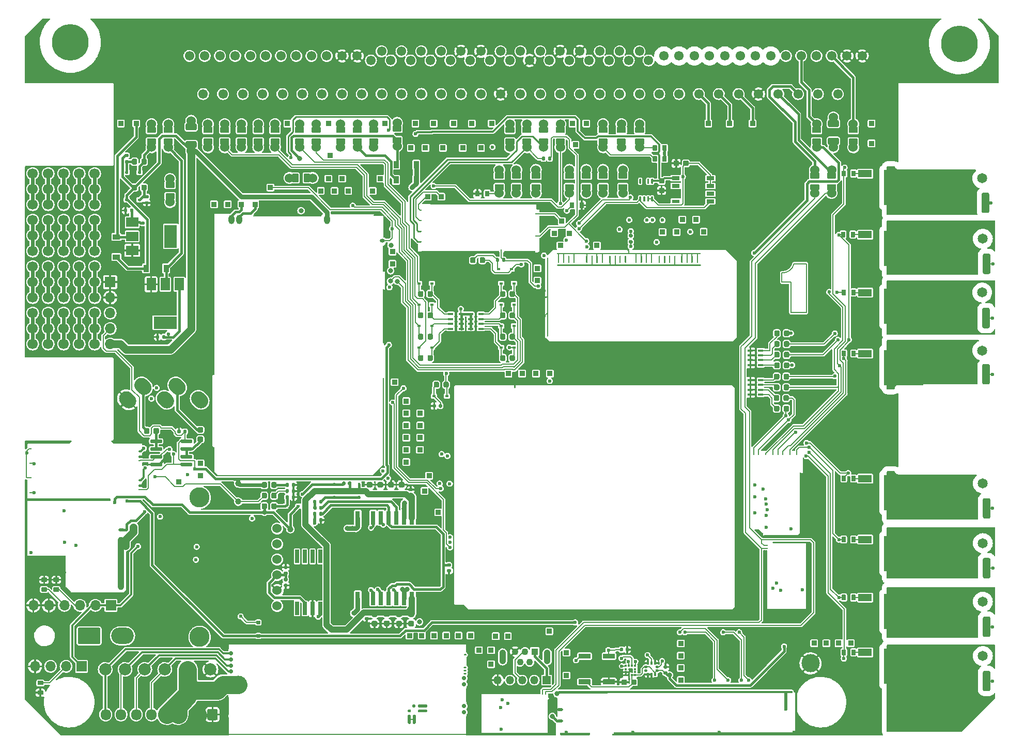
<source format=gtl>
G04 #@! TF.GenerationSoftware,KiCad,Pcbnew,(6.0.5)*
G04 #@! TF.CreationDate,2022-06-21T11:33:00+03:00*
G04 #@! TF.ProjectId,hellen88bmw,68656c6c-656e-4383-9862-6d772e6b6963,B*
G04 #@! TF.SameCoordinates,PX3d1b110PY9269338*
G04 #@! TF.FileFunction,Copper,L1,Top*
G04 #@! TF.FilePolarity,Positive*
%FSLAX46Y46*%
G04 Gerber Fmt 4.6, Leading zero omitted, Abs format (unit mm)*
G04 Created by KiCad (PCBNEW (6.0.5)) date 2022-06-21 11:33:00*
%MOMM*%
%LPD*%
G01*
G04 APERTURE LIST*
G04 #@! TA.AperFunction,EtchedComponent*
%ADD10C,0.200000*%
G04 #@! TD*
G04 #@! TA.AperFunction,SMDPad,CuDef*
%ADD11R,2.400000X1.600000*%
G04 #@! TD*
G04 #@! TA.AperFunction,SMDPad,CuDef*
%ADD12R,1.325000X1.500000*%
G04 #@! TD*
G04 #@! TA.AperFunction,SMDPad,CuDef*
%ADD13R,1.310000X0.650000*%
G04 #@! TD*
G04 #@! TA.AperFunction,SMDPad,CuDef*
%ADD14R,1.310000X0.600000*%
G04 #@! TD*
G04 #@! TA.AperFunction,SMDPad,CuDef*
%ADD15O,0.250000X10.200000*%
G04 #@! TD*
G04 #@! TA.AperFunction,SMDPad,CuDef*
%ADD16O,5.800001X0.250000*%
G04 #@! TD*
G04 #@! TA.AperFunction,SMDPad,CuDef*
%ADD17O,0.200000X0.399999*%
G04 #@! TD*
G04 #@! TA.AperFunction,ComponentPad*
%ADD18C,0.599999*%
G04 #@! TD*
G04 #@! TA.AperFunction,SMDPad,CuDef*
%ADD19O,25.699999X0.200000*%
G04 #@! TD*
G04 #@! TA.AperFunction,SMDPad,CuDef*
%ADD20O,0.200000X4.249999*%
G04 #@! TD*
G04 #@! TA.AperFunction,SMDPad,CuDef*
%ADD21O,0.200000X25.849999*%
G04 #@! TD*
G04 #@! TA.AperFunction,SMDPad,CuDef*
%ADD22O,0.200000X3.600000*%
G04 #@! TD*
G04 #@! TA.AperFunction,SMDPad,CuDef*
%ADD23O,11.324999X0.200000*%
G04 #@! TD*
G04 #@! TA.AperFunction,SMDPad,CuDef*
%ADD24O,0.200000X4.149999*%
G04 #@! TD*
G04 #@! TA.AperFunction,SMDPad,CuDef*
%ADD25O,1.699999X0.200000*%
G04 #@! TD*
G04 #@! TA.AperFunction,SMDPad,CuDef*
%ADD26O,0.200000X14.399999*%
G04 #@! TD*
G04 #@! TA.AperFunction,SMDPad,CuDef*
%ADD27O,0.200000X8.824999*%
G04 #@! TD*
G04 #@! TA.AperFunction,SMDPad,CuDef*
%ADD28O,1.000001X1.500000*%
G04 #@! TD*
G04 #@! TA.AperFunction,SMDPad,CuDef*
%ADD29O,0.800001X0.599999*%
G04 #@! TD*
G04 #@! TA.AperFunction,ComponentPad*
%ADD30C,1.524000*%
G04 #@! TD*
G04 #@! TA.AperFunction,ComponentPad*
%ADD31C,1.550000*%
G04 #@! TD*
G04 #@! TA.AperFunction,ComponentPad*
%ADD32C,6.000000*%
G04 #@! TD*
G04 #@! TA.AperFunction,SMDPad,CuDef*
%ADD33R,2.200000X1.200000*%
G04 #@! TD*
G04 #@! TA.AperFunction,SMDPad,CuDef*
%ADD34R,6.400000X5.800000*%
G04 #@! TD*
G04 #@! TA.AperFunction,ComponentPad*
%ADD35R,1.700000X1.700000*%
G04 #@! TD*
G04 #@! TA.AperFunction,ComponentPad*
%ADD36O,1.700000X1.700000*%
G04 #@! TD*
G04 #@! TA.AperFunction,SMDPad,CuDef*
%ADD37R,0.640000X2.160000*%
G04 #@! TD*
G04 #@! TA.AperFunction,ComponentPad*
%ADD38C,1.650000*%
G04 #@! TD*
G04 #@! TA.AperFunction,SMDPad,CuDef*
%ADD39R,0.600000X0.450000*%
G04 #@! TD*
G04 #@! TA.AperFunction,ComponentPad*
%ADD40R,0.850000X0.850000*%
G04 #@! TD*
G04 #@! TA.AperFunction,SMDPad,CuDef*
%ADD41R,0.900000X1.200000*%
G04 #@! TD*
G04 #@! TA.AperFunction,ComponentPad*
%ADD42O,1.350000X1.350000*%
G04 #@! TD*
G04 #@! TA.AperFunction,ComponentPad*
%ADD43R,1.350000X1.350000*%
G04 #@! TD*
G04 #@! TA.AperFunction,SMDPad,CuDef*
%ADD44C,3.000000*%
G04 #@! TD*
G04 #@! TA.AperFunction,ComponentPad*
%ADD45C,1.700000*%
G04 #@! TD*
G04 #@! TA.AperFunction,SMDPad,CuDef*
%ADD46R,0.900000X0.400000*%
G04 #@! TD*
G04 #@! TA.AperFunction,ComponentPad*
%ADD47C,2.000000*%
G04 #@! TD*
G04 #@! TA.AperFunction,SMDPad,CuDef*
%ADD48C,1.000000*%
G04 #@! TD*
G04 #@! TA.AperFunction,SMDPad,CuDef*
%ADD49R,0.800000X2.200000*%
G04 #@! TD*
G04 #@! TA.AperFunction,SMDPad,CuDef*
%ADD50R,2.032000X5.080000*%
G04 #@! TD*
G04 #@! TA.AperFunction,ComponentPad*
%ADD51C,1.300000*%
G04 #@! TD*
G04 #@! TA.AperFunction,SMDPad,CuDef*
%ADD52R,11.430000X7.620000*%
G04 #@! TD*
G04 #@! TA.AperFunction,SMDPad,CuDef*
%ADD53O,9.800001X0.399999*%
G04 #@! TD*
G04 #@! TA.AperFunction,SMDPad,CuDef*
%ADD54O,11.100001X0.200000*%
G04 #@! TD*
G04 #@! TA.AperFunction,SMDPad,CuDef*
%ADD55O,0.499999X0.250000*%
G04 #@! TD*
G04 #@! TA.AperFunction,SMDPad,CuDef*
%ADD56O,0.200000X6.799999*%
G04 #@! TD*
G04 #@! TA.AperFunction,SMDPad,CuDef*
%ADD57O,0.200000X5.669999*%
G04 #@! TD*
G04 #@! TA.AperFunction,SMDPad,CuDef*
%ADD58O,0.250000X0.499999*%
G04 #@! TD*
G04 #@! TA.AperFunction,SMDPad,CuDef*
%ADD59R,0.375000X0.350000*%
G04 #@! TD*
G04 #@! TA.AperFunction,SMDPad,CuDef*
%ADD60R,0.350000X0.375000*%
G04 #@! TD*
G04 #@! TA.AperFunction,SMDPad,CuDef*
%ADD61O,0.500000X0.250000*%
G04 #@! TD*
G04 #@! TA.AperFunction,SMDPad,CuDef*
%ADD62O,0.200000X1.000000*%
G04 #@! TD*
G04 #@! TA.AperFunction,SMDPad,CuDef*
%ADD63O,5.200000X0.200000*%
G04 #@! TD*
G04 #@! TA.AperFunction,SMDPad,CuDef*
%ADD64O,17.600000X0.200000*%
G04 #@! TD*
G04 #@! TA.AperFunction,SMDPad,CuDef*
%ADD65O,12.800000X0.200000*%
G04 #@! TD*
G04 #@! TA.AperFunction,SMDPad,CuDef*
%ADD66O,0.250000X0.500000*%
G04 #@! TD*
G04 #@! TA.AperFunction,ComponentPad*
%ADD67O,3.700000X2.700000*%
G04 #@! TD*
G04 #@! TA.AperFunction,ComponentPad*
%ADD68C,0.700000*%
G04 #@! TD*
G04 #@! TA.AperFunction,SMDPad,CuDef*
%ADD69R,39.250000X0.250000*%
G04 #@! TD*
G04 #@! TA.AperFunction,SMDPad,CuDef*
%ADD70R,0.250000X3.100000*%
G04 #@! TD*
G04 #@! TA.AperFunction,SMDPad,CuDef*
%ADD71R,0.250000X0.950000*%
G04 #@! TD*
G04 #@! TA.AperFunction,SMDPad,CuDef*
%ADD72R,0.250000X2.950000*%
G04 #@! TD*
G04 #@! TA.AperFunction,SMDPad,CuDef*
%ADD73R,0.250000X1.450000*%
G04 #@! TD*
G04 #@! TA.AperFunction,SMDPad,CuDef*
%ADD74R,0.250000X2.250000*%
G04 #@! TD*
G04 #@! TA.AperFunction,SMDPad,CuDef*
%ADD75R,0.250000X3.000000*%
G04 #@! TD*
G04 #@! TA.AperFunction,SMDPad,CuDef*
%ADD76O,1.000001X0.499999*%
G04 #@! TD*
G04 #@! TA.AperFunction,SMDPad,CuDef*
%ADD77O,5.000000X0.399999*%
G04 #@! TD*
G04 #@! TA.AperFunction,SMDPad,CuDef*
%ADD78O,0.200000X3.099999*%
G04 #@! TD*
G04 #@! TA.AperFunction,SMDPad,CuDef*
%ADD79O,0.399999X7.200001*%
G04 #@! TD*
G04 #@! TA.AperFunction,SMDPad,CuDef*
%ADD80O,30.000001X0.399999*%
G04 #@! TD*
G04 #@! TA.AperFunction,SMDPad,CuDef*
%ADD81O,0.499999X2.999999*%
G04 #@! TD*
G04 #@! TA.AperFunction,SMDPad,CuDef*
%ADD82O,35.400000X0.399999*%
G04 #@! TD*
G04 #@! TA.AperFunction,ComponentPad*
%ADD83O,1.700000X1.850000*%
G04 #@! TD*
G04 #@! TA.AperFunction,ComponentPad*
%ADD84O,1.100000X2.400000*%
G04 #@! TD*
G04 #@! TA.AperFunction,ComponentPad*
%ADD85C,1.100000*%
G04 #@! TD*
G04 #@! TA.AperFunction,ComponentPad*
%ADD86R,1.100000X1.100000*%
G04 #@! TD*
G04 #@! TA.AperFunction,ComponentPad*
%ADD87C,3.302000*%
G04 #@! TD*
G04 #@! TA.AperFunction,SMDPad,CuDef*
%ADD88O,1.000001X8.744829*%
G04 #@! TD*
G04 #@! TA.AperFunction,SMDPad,CuDef*
%ADD89O,0.200000X9.199999*%
G04 #@! TD*
G04 #@! TA.AperFunction,SMDPad,CuDef*
%ADD90O,9.000000X0.399999*%
G04 #@! TD*
G04 #@! TA.AperFunction,SMDPad,CuDef*
%ADD91O,13.800000X0.200000*%
G04 #@! TD*
G04 #@! TA.AperFunction,SMDPad,CuDef*
%ADD92O,0.200000X0.499999*%
G04 #@! TD*
G04 #@! TA.AperFunction,SMDPad,CuDef*
%ADD93O,0.399999X5.399999*%
G04 #@! TD*
G04 #@! TA.AperFunction,SMDPad,CuDef*
%ADD94O,6.500000X0.200000*%
G04 #@! TD*
G04 #@! TA.AperFunction,SMDPad,CuDef*
%ADD95R,3.800000X2.000000*%
G04 #@! TD*
G04 #@! TA.AperFunction,SMDPad,CuDef*
%ADD96R,1.500000X2.000000*%
G04 #@! TD*
G04 #@! TA.AperFunction,SMDPad,CuDef*
%ADD97O,6.799999X0.200000*%
G04 #@! TD*
G04 #@! TA.AperFunction,SMDPad,CuDef*
%ADD98O,0.200000X11.100001*%
G04 #@! TD*
G04 #@! TA.AperFunction,SMDPad,CuDef*
%ADD99O,0.399999X9.800001*%
G04 #@! TD*
G04 #@! TA.AperFunction,SMDPad,CuDef*
%ADD100O,5.669999X0.200000*%
G04 #@! TD*
G04 #@! TA.AperFunction,SMDPad,CuDef*
%ADD101R,2.000000X3.800000*%
G04 #@! TD*
G04 #@! TA.AperFunction,SMDPad,CuDef*
%ADD102R,2.000000X1.500000*%
G04 #@! TD*
G04 #@! TA.AperFunction,SMDPad,CuDef*
%ADD103R,0.450000X0.600000*%
G04 #@! TD*
G04 #@! TA.AperFunction,SMDPad,CuDef*
%ADD104R,1.200000X0.900000*%
G04 #@! TD*
G04 #@! TA.AperFunction,ViaPad*
%ADD105C,0.600000*%
G04 #@! TD*
G04 #@! TA.AperFunction,ViaPad*
%ADD106C,1.300000*%
G04 #@! TD*
G04 #@! TA.AperFunction,ViaPad*
%ADD107C,0.800000*%
G04 #@! TD*
G04 #@! TA.AperFunction,ViaPad*
%ADD108C,0.812800*%
G04 #@! TD*
G04 #@! TA.AperFunction,Conductor*
%ADD109C,0.200000*%
G04 #@! TD*
G04 #@! TA.AperFunction,Conductor*
%ADD110C,0.300000*%
G04 #@! TD*
G04 #@! TA.AperFunction,Conductor*
%ADD111C,0.250000*%
G04 #@! TD*
G04 #@! TA.AperFunction,Conductor*
%ADD112C,0.400000*%
G04 #@! TD*
G04 #@! TA.AperFunction,Conductor*
%ADD113C,1.000000*%
G04 #@! TD*
G04 #@! TA.AperFunction,Conductor*
%ADD114C,1.300000*%
G04 #@! TD*
G04 #@! TA.AperFunction,Conductor*
%ADD115C,0.800000*%
G04 #@! TD*
G04 #@! TA.AperFunction,Conductor*
%ADD116C,3.000000*%
G04 #@! TD*
G04 #@! TA.AperFunction,Conductor*
%ADD117C,0.600000*%
G04 #@! TD*
G04 APERTURE END LIST*
D10*
G04 #@! TO.C,G1*
X124231349Y74530713D02*
X125731349Y74530713D01*
X125731349Y69530713D02*
X128231349Y69530713D01*
X125731349Y74530713D02*
X125731349Y69530713D01*
X128231349Y77530713D02*
X126231349Y77530713D01*
X128231349Y69530713D02*
X128231349Y77530713D01*
X124231349Y74530713D02*
X124231349Y76030713D01*
X124231349Y76030712D02*
G75*
G03*
X126231349Y77530713I78399J1978802D01*
G01*
G04 #@! TD*
D11*
G04 #@! TO.P,U8,9,GND*
G04 #@! TO.N,GND*
X101999800Y89600200D03*
G04 #@! TO.P,U8,8,IN*
G04 #@! TO.N,/12V_prot*
G04 #@! TA.AperFunction,SMDPad,CuDef*
G36*
G01*
X102899800Y88575200D02*
X103049800Y88575200D01*
G75*
G02*
X103124800Y88500200I0J-75000D01*
G01*
X103124800Y87800200D01*
G75*
G02*
X103049800Y87725200I-75000J0D01*
G01*
X102899800Y87725200D01*
G75*
G02*
X102824800Y87800200I0J75000D01*
G01*
X102824800Y88500200D01*
G75*
G02*
X102899800Y88575200I75000J0D01*
G01*
G37*
G04 #@! TD.AperFunction*
G04 #@! TO.P,U8,7,EN*
G04 #@! TA.AperFunction,SMDPad,CuDef*
G36*
G01*
X102249800Y88575200D02*
X102399800Y88575200D01*
G75*
G02*
X102474800Y88500200I0J-75000D01*
G01*
X102474800Y87800200D01*
G75*
G02*
X102399800Y87725200I-75000J0D01*
G01*
X102249800Y87725200D01*
G75*
G02*
X102174800Y87800200I0J75000D01*
G01*
X102174800Y88500200D01*
G75*
G02*
X102249800Y88575200I75000J0D01*
G01*
G37*
G04 #@! TD.AperFunction*
G04 #@! TO.P,U8,6*
G04 #@! TO.N,unconnected-(U8-Pad6)*
G04 #@! TA.AperFunction,SMDPad,CuDef*
G36*
G01*
X101599800Y88575200D02*
X101749800Y88575200D01*
G75*
G02*
X101824800Y88500200I0J-75000D01*
G01*
X101824800Y87800200D01*
G75*
G02*
X101749800Y87725200I-75000J0D01*
G01*
X101599800Y87725200D01*
G75*
G02*
X101524800Y87800200I0J75000D01*
G01*
X101524800Y88500200D01*
G75*
G02*
X101599800Y88575200I75000J0D01*
G01*
G37*
G04 #@! TD.AperFunction*
G04 #@! TO.P,U8,5,ADJ*
G04 #@! TO.N,+5V*
G04 #@! TA.AperFunction,SMDPad,CuDef*
G36*
G01*
X100949800Y88575200D02*
X101099800Y88575200D01*
G75*
G02*
X101174800Y88500200I0J-75000D01*
G01*
X101174800Y87800200D01*
G75*
G02*
X101099800Y87725200I-75000J0D01*
G01*
X100949800Y87725200D01*
G75*
G02*
X100874800Y87800200I0J75000D01*
G01*
X100874800Y88500200D01*
G75*
G02*
X100949800Y88575200I75000J0D01*
G01*
G37*
G04 #@! TD.AperFunction*
G04 #@! TO.P,U8,4,PG*
G04 #@! TO.N,unconnected-(U8-Pad4)*
G04 #@! TA.AperFunction,SMDPad,CuDef*
G36*
G01*
X100949800Y91475200D02*
X101099800Y91475200D01*
G75*
G02*
X101174800Y91400200I0J-75000D01*
G01*
X101174800Y90700200D01*
G75*
G02*
X101099800Y90625200I-75000J0D01*
G01*
X100949800Y90625200D01*
G75*
G02*
X100874800Y90700200I0J75000D01*
G01*
X100874800Y91400200D01*
G75*
G02*
X100949800Y91475200I75000J0D01*
G01*
G37*
G04 #@! TD.AperFunction*
G04 #@! TO.P,U8,3,GND*
G04 #@! TO.N,GND*
G04 #@! TA.AperFunction,SMDPad,CuDef*
G36*
G01*
X101599800Y91475200D02*
X101749800Y91475200D01*
G75*
G02*
X101824800Y91400200I0J-75000D01*
G01*
X101824800Y90700200D01*
G75*
G02*
X101749800Y90625200I-75000J0D01*
G01*
X101599800Y90625200D01*
G75*
G02*
X101524800Y90700200I0J75000D01*
G01*
X101524800Y91400200D01*
G75*
G02*
X101599800Y91475200I75000J0D01*
G01*
G37*
G04 #@! TD.AperFunction*
G04 #@! TO.P,U8,2*
G04 #@! TO.N,unconnected-(U8-Pad2)*
G04 #@! TA.AperFunction,SMDPad,CuDef*
G36*
G01*
X102249800Y91475200D02*
X102399800Y91475200D01*
G75*
G02*
X102474800Y91400200I0J-75000D01*
G01*
X102474800Y90700200D01*
G75*
G02*
X102399800Y90625200I-75000J0D01*
G01*
X102249800Y90625200D01*
G75*
G02*
X102174800Y90700200I0J75000D01*
G01*
X102174800Y91400200D01*
G75*
G02*
X102249800Y91475200I75000J0D01*
G01*
G37*
G04 #@! TD.AperFunction*
G04 #@! TO.P,U8,1,OUT*
G04 #@! TO.N,+5VP*
G04 #@! TA.AperFunction,SMDPad,CuDef*
G36*
G01*
X102899800Y91475200D02*
X103049800Y91475200D01*
G75*
G02*
X103124800Y91400200I0J-75000D01*
G01*
X103124800Y90700200D01*
G75*
G02*
X103049800Y90625200I-75000J0D01*
G01*
X102899800Y90625200D01*
G75*
G02*
X102824800Y90700200I0J75000D01*
G01*
X102824800Y91400200D01*
G75*
G02*
X102899800Y91475200I75000J0D01*
G01*
G37*
G04 #@! TD.AperFunction*
G04 #@! TD*
D12*
G04 #@! TO.P,U7,9,GND*
G04 #@! TO.N,GND*
X110324800Y90400200D03*
X110324800Y88900200D03*
X108999800Y88900200D03*
X108999800Y90400200D03*
D13*
G04 #@! TO.P,U7,8,IN*
G04 #@! TO.N,/12V_prot*
X112507300Y91555200D03*
G04 #@! TO.P,U7,7,EN*
X112507300Y90285200D03*
G04 #@! TO.P,U7,6*
G04 #@! TO.N,unconnected-(U7-Pad6)*
X112507300Y89015200D03*
G04 #@! TO.P,U7,5,ADJ*
G04 #@! TO.N,+5V*
X112507300Y87745200D03*
D14*
G04 #@! TO.P,U7,4,PG*
G04 #@! TO.N,unconnected-(U7-Pad4)*
X106817300Y87745200D03*
D13*
G04 #@! TO.P,U7,3,GND*
G04 #@! TO.N,GND*
X106817300Y89015200D03*
G04 #@! TO.P,U7,2*
G04 #@! TO.N,unconnected-(U7-Pad2)*
X106817300Y90285200D03*
G04 #@! TO.P,U7,1,OUT*
G04 #@! TO.N,+5VP*
X106817300Y91555200D03*
G04 #@! TD*
G04 #@! TO.P,M11,S2,GND*
G04 #@! TO.N,GND*
G04 #@! TA.AperFunction,SMDPad,CuDef*
G36*
G01*
X116500997Y21205909D02*
X116500997Y57195909D01*
G75*
G02*
X116600997Y57295909I100000J0D01*
G01*
X116600997Y57295909D01*
G75*
G02*
X116700997Y57195909I0J-100000D01*
G01*
X116700997Y21205909D01*
G75*
G02*
X116600997Y21105909I-100000J0D01*
G01*
X116600997Y21105909D01*
G75*
G02*
X116500997Y21205909I0J100000D01*
G01*
G37*
G04 #@! TD.AperFunction*
G04 #@! TA.AperFunction,SMDPad,CuDef*
G36*
G01*
X70358441Y57521861D02*
X70627141Y57790561D01*
G75*
G02*
X70768563Y57790561I70711J-70711D01*
G01*
X70768563Y57790561D01*
G75*
G02*
X70768563Y57649139I-70711J-70711D01*
G01*
X70499863Y57380439D01*
G75*
G02*
X70358441Y57380439I-70711J70711D01*
G01*
X70358441Y57380439D01*
G75*
G02*
X70358441Y57521861I70711J70711D01*
G01*
G37*
G04 #@! TD.AperFunction*
G04 #@! TA.AperFunction,SMDPad,CuDef*
G36*
G01*
X80346000Y57248000D02*
X80346000Y57698000D01*
G75*
G02*
X80471000Y57823000I125000J0D01*
G01*
X80471000Y57823000D01*
G75*
G02*
X80596000Y57698000I0J-125000D01*
G01*
X80596000Y57248000D01*
G75*
G02*
X80471000Y57123000I-125000J0D01*
G01*
X80471000Y57123000D01*
G75*
G02*
X80346000Y57248000I0J125000D01*
G01*
G37*
G04 #@! TD.AperFunction*
G04 #@! TA.AperFunction,SMDPad,CuDef*
G36*
G01*
X70497964Y21817455D02*
X70745452Y21569967D01*
G75*
G02*
X70745452Y21428545I-70711J-70711D01*
G01*
X70745452Y21428545D01*
G75*
G02*
X70604030Y21428545I-70711J70711D01*
G01*
X70356542Y21676033D01*
G75*
G02*
X70356542Y21817455I70711J70711D01*
G01*
X70356542Y21817455D01*
G75*
G02*
X70497964Y21817455I70711J-70711D01*
G01*
G37*
G04 #@! TD.AperFunction*
G04 #@! TA.AperFunction,SMDPad,CuDef*
G36*
G01*
X116076000Y57623003D02*
X70676000Y57623003D01*
G75*
G02*
X70576000Y57723003I0J100000D01*
G01*
X70576000Y57723003D01*
G75*
G02*
X70676000Y57823003I100000J0D01*
G01*
X116076000Y57823003D01*
G75*
G02*
X116176000Y57723003I0J-100000D01*
G01*
X116176000Y57723003D01*
G75*
G02*
X116076000Y57623003I-100000J0D01*
G01*
G37*
G04 #@! TD.AperFunction*
G04 #@! TA.AperFunction,SMDPad,CuDef*
G36*
G01*
X72205654Y21559763D02*
X72912760Y20852657D01*
G75*
G02*
X72912760Y20711235I-70711J-70711D01*
G01*
X72912760Y20711235D01*
G75*
G02*
X72771338Y20711235I-70711J70711D01*
G01*
X72064232Y21418341D01*
G75*
G02*
X72064232Y21559763I70711J70711D01*
G01*
X72064232Y21559763D01*
G75*
G02*
X72205654Y21559763I70711J-70711D01*
G01*
G37*
G04 #@! TD.AperFunction*
G04 #@! TA.AperFunction,SMDPad,CuDef*
G36*
G01*
X72100998Y21398000D02*
X70700998Y21398000D01*
G75*
G02*
X70600998Y21498000I0J100000D01*
G01*
X70600998Y21498000D01*
G75*
G02*
X70700998Y21598000I100000J0D01*
G01*
X72100998Y21598000D01*
G75*
G02*
X72200998Y21498000I0J-100000D01*
G01*
X72200998Y21498000D01*
G75*
G02*
X72100998Y21398000I-100000J0D01*
G01*
G37*
G04 #@! TD.AperFunction*
G04 #@! TA.AperFunction,SMDPad,CuDef*
G36*
G01*
X116529417Y57128163D02*
X116006157Y57651423D01*
G75*
G02*
X116006157Y57792845I70711J70711D01*
G01*
X116006157Y57792845D01*
G75*
G02*
X116147579Y57792845I70711J-70711D01*
G01*
X116670839Y57269585D01*
G75*
G02*
X116670839Y57128163I-70711J-70711D01*
G01*
X116670839Y57128163D01*
G75*
G02*
X116529417Y57128163I-70711J70711D01*
G01*
G37*
G04 #@! TD.AperFunction*
G04 #@! TA.AperFunction,SMDPad,CuDef*
G36*
G01*
X70326000Y21747997D02*
X70326000Y57447997D01*
G75*
G02*
X70426000Y57547997I100000J0D01*
G01*
X70426000Y57547997D01*
G75*
G02*
X70526000Y57447997I0J-100000D01*
G01*
X70526000Y21747997D01*
G75*
G02*
X70426000Y21647997I-100000J0D01*
G01*
X70426000Y21647997D01*
G75*
G02*
X70326000Y21747997I0J100000D01*
G01*
G37*
G04 #@! TD.AperFunction*
G04 #@! TA.AperFunction,SMDPad,CuDef*
G36*
G01*
X116160591Y20673000D02*
X72860591Y20673000D01*
G75*
G02*
X72760591Y20773000I0J100000D01*
G01*
X72760591Y20773000D01*
G75*
G02*
X72860591Y20873000I100000J0D01*
G01*
X116160591Y20873000D01*
G75*
G02*
X116260591Y20773000I0J-100000D01*
G01*
X116260591Y20773000D01*
G75*
G02*
X116160591Y20673000I-100000J0D01*
G01*
G37*
G04 #@! TD.AperFunction*
G04 #@! TA.AperFunction,SMDPad,CuDef*
G36*
G01*
X116668432Y21129826D02*
X116244168Y20705562D01*
G75*
G02*
X116102746Y20705562I-70711J70711D01*
G01*
X116102746Y20705562D01*
G75*
G02*
X116102746Y20846984I70711J70711D01*
G01*
X116527010Y21271248D01*
G75*
G02*
X116668432Y21271248I70711J-70711D01*
G01*
X116668432Y21271248D01*
G75*
G02*
X116668432Y21129826I-70711J-70711D01*
G01*
G37*
G04 #@! TD.AperFunction*
G04 #@! TD*
G04 #@! TO.P,M10,G,GND*
G04 #@! TO.N,GND*
G04 #@! TA.AperFunction,SMDPad,CuDef*
G36*
G01*
X127355805Y33364667D02*
X127355805Y33364667D01*
G75*
G02*
X127355805Y33187891I-88388J-88388D01*
G01*
X127072963Y32905049D01*
G75*
G02*
X126896187Y32905049I-88388J88388D01*
G01*
X126896187Y32905049D01*
G75*
G02*
X126896187Y33081825I88388J88388D01*
G01*
X127179029Y33364667D01*
G75*
G02*
X127355805Y33364667I88388J-88388D01*
G01*
G37*
G04 #@! TD.AperFunction*
D15*
X127276000Y38234853D03*
D16*
X124163500Y32984858D03*
D17*
G04 #@! TO.P,M10,S1,OUT_IGN8*
G04 #@! TO.N,/OUT_IGN8*
X119651052Y46359475D03*
G04 #@! TO.P,M10,S2,OUT_IGN7*
G04 #@! TO.N,/OUT_IGN7*
X120411031Y46359475D03*
G04 #@! TO.P,M10,S3,OUT_IGN6*
G04 #@! TO.N,/OUT_IGN6*
X121586024Y46359475D03*
G04 #@! TO.P,M10,S4,OUT_IGN5*
G04 #@! TO.N,/OUT_IGN5*
X122761011Y46359475D03*
G04 #@! TO.P,M10,S5,OUT_IGN4*
G04 #@! TO.N,/OUT_IGN4*
X123600923Y46359475D03*
G04 #@! TO.P,M10,S6,OUT_IGN3*
G04 #@! TO.N,/OUT_IGN3*
X124350995Y46359475D03*
G04 #@! TO.P,M10,S7,OUT_IGN2*
G04 #@! TO.N,/OUT_IGN2*
X125526006Y46359475D03*
G04 #@! TO.P,M10,S8,OUT_IGN1*
G04 #@! TO.N,/OUT_IGN1*
X126701003Y46359475D03*
D18*
G04 #@! TO.P,M10,V1,IGN8*
G04 #@! TO.N,/IGN8*
X121661000Y36259868D03*
G04 #@! TO.P,M10,V2,IGN7*
G04 #@! TO.N,/IGN7*
X119825990Y36684876D03*
G04 #@! TO.P,M10,V3,IGN6*
G04 #@! TO.N,/IGN6*
X121875998Y37234873D03*
G04 #@! TO.P,M10,V4,IGN5*
G04 #@! TO.N,/IGN5*
X121661003Y38109832D03*
G04 #@! TO.P,M10,V5,IGN4*
G04 #@! TO.N,/IGN4*
X121585996Y38959855D03*
G04 #@! TO.P,M10,V6,IGN3*
G04 #@! TO.N,/IGN3*
X119825990Y39284871D03*
G04 #@! TO.P,M10,V7,IGN2*
G04 #@! TO.N,/IGN2*
X121135990Y40584838D03*
G04 #@! TO.P,M10,V8,IGN1*
G04 #@! TO.N,/IGN1*
X119825990Y41234855D03*
G04 #@! TO.P,M10,V9,VCC*
G04 #@! TO.N,/IGN_V5*
X125751005Y34059852D03*
G04 #@! TO.P,M10,V10,V33*
G04 #@! TO.N,/IGN_V33*
X121675999Y34359854D03*
G04 #@! TD*
G04 #@! TO.P,M9,G,GND*
G04 #@! TO.N,GND*
G04 #@! TA.AperFunction,SMDPad,CuDef*
G36*
G01*
X31790509Y42756942D02*
X31790509Y42756942D01*
G75*
G02*
X31649087Y42756942I-70711J70711D01*
G01*
X31083401Y43322628D01*
G75*
G02*
X31083401Y43464050I70711J70711D01*
G01*
X31083401Y43464050D01*
G75*
G02*
X31224823Y43464050I70711J-70711D01*
G01*
X31790509Y42898364D01*
G75*
G02*
X31790509Y42756942I-70711J-70711D01*
G01*
G37*
G04 #@! TD.AperFunction*
D19*
X44526007Y42826704D03*
G04 #@! TA.AperFunction,SMDPad,CuDef*
G36*
G01*
X59016322Y85494590D02*
X59087032Y85423880D01*
G75*
G02*
X59087032Y85282458I-70711J-70711D01*
G01*
X59087032Y85282458D01*
G75*
G02*
X58945610Y85282458I-70711J70711D01*
G01*
X58874900Y85353168D01*
G75*
G02*
X58874900Y85494590I70711J70711D01*
G01*
X58874900Y85494590D01*
G75*
G02*
X59016322Y85494590I70711J-70711D01*
G01*
G37*
G04 #@! TD.AperFunction*
D20*
X58900987Y78326715D03*
D21*
X31151017Y72201716D03*
D22*
X59051002Y83636714D03*
D23*
X43200998Y85401715D03*
D24*
X31149455Y45390705D03*
D25*
X58151003Y85461714D03*
G04 #@! TA.AperFunction,SMDPad,CuDef*
G36*
G01*
X58950525Y44490191D02*
X58950525Y44490191D01*
G75*
G02*
X58950525Y44348769I-70711J-70711D01*
G01*
X57373677Y42771921D01*
G75*
G02*
X57232255Y42771921I-70711J70711D01*
G01*
X57232255Y42771921D01*
G75*
G02*
X57232255Y42913343I70711J70711D01*
G01*
X58809103Y44490191D01*
G75*
G02*
X58950525Y44490191I70711J-70711D01*
G01*
G37*
G04 #@! TD.AperFunction*
D26*
X58899453Y51606057D03*
D27*
X58899450Y68964341D03*
D28*
G04 #@! TO.P,M9,S4,OUT_SOLENOID_B1*
G04 #@! TO.N,Net-(M9-PadS4)*
X34068570Y84822993D03*
G04 #@! TO.P,M9,S5,OUT_SOLENOID_B2*
G04 #@! TO.N,Net-(M9-PadS5)*
X35324435Y84822993D03*
G04 #@! TO.P,M9,S11,V12_RAW*
G04 #@! TO.N,+12V_RAW*
X49699461Y84822993D03*
D29*
G04 #@! TO.P,M9,W5,V12P*
G04 #@! TO.N,/12V_prot*
X58754459Y81326709D03*
G04 #@! TD*
G04 #@! TO.P,JP8,1,1*
G04 #@! TO.N,Net-(JP8-Pad1)*
G04 #@! TA.AperFunction,SMDPad,CuDef*
G36*
G01*
X43999778Y90975200D02*
X43999778Y92225200D01*
G75*
G02*
X44099778Y92325200I100000J0D01*
G01*
X44899778Y92325200D01*
G75*
G02*
X44999778Y92225200I0J-100000D01*
G01*
X44999778Y90975200D01*
G75*
G02*
X44899778Y90875200I-100000J0D01*
G01*
X44099778Y90875200D01*
G75*
G02*
X43999778Y90975200I0J100000D01*
G01*
G37*
G04 #@! TD.AperFunction*
D30*
X43544779Y91600200D03*
G04 #@! TO.P,JP8,2,2*
G04 #@! TO.N,/OUT_CHECK_ENGINE*
G04 #@! TA.AperFunction,SMDPad,CuDef*
G36*
G01*
X45899800Y90975200D02*
X45899800Y92225200D01*
G75*
G02*
X45999800Y92325200I100000J0D01*
G01*
X46799800Y92325200D01*
G75*
G02*
X46899800Y92225200I0J-100000D01*
G01*
X46899800Y90975200D01*
G75*
G02*
X46799800Y90875200I-100000J0D01*
G01*
X45999800Y90875200D01*
G75*
G02*
X45899800Y90975200I0J100000D01*
G01*
G37*
G04 #@! TD.AperFunction*
X47354779Y91600200D03*
G04 #@! TD*
G04 #@! TO.P,C23,1*
G04 #@! TO.N,GND*
G04 #@! TA.AperFunction,SMDPad,CuDef*
G36*
G01*
X104872301Y89110213D02*
X104192301Y89110213D01*
G75*
G02*
X104107301Y89195213I0J85000D01*
G01*
X104107301Y89875213D01*
G75*
G02*
X104192301Y89960213I85000J0D01*
G01*
X104872301Y89960213D01*
G75*
G02*
X104957301Y89875213I0J-85000D01*
G01*
X104957301Y89195213D01*
G75*
G02*
X104872301Y89110213I-85000J0D01*
G01*
G37*
G04 #@! TD.AperFunction*
G04 #@! TO.P,C23,2*
G04 #@! TO.N,+5VP*
G04 #@! TA.AperFunction,SMDPad,CuDef*
G36*
G01*
X104872301Y90690215D02*
X104192301Y90690215D01*
G75*
G02*
X104107301Y90775215I0J85000D01*
G01*
X104107301Y91455215D01*
G75*
G02*
X104192301Y91540215I85000J0D01*
G01*
X104872301Y91540215D01*
G75*
G02*
X104957301Y91455215I0J-85000D01*
G01*
X104957301Y90775215D01*
G75*
G02*
X104872301Y90690215I-85000J0D01*
G01*
G37*
G04 #@! TD.AperFunction*
G04 #@! TD*
G04 #@! TO.P,C22,1*
G04 #@! TO.N,GND*
G04 #@! TA.AperFunction,SMDPad,CuDef*
G36*
G01*
X106494798Y93660200D02*
X106494798Y94340200D01*
G75*
G02*
X106579798Y94425200I85000J0D01*
G01*
X107259798Y94425200D01*
G75*
G02*
X107344798Y94340200I0J-85000D01*
G01*
X107344798Y93660200D01*
G75*
G02*
X107259798Y93575200I-85000J0D01*
G01*
X106579798Y93575200D01*
G75*
G02*
X106494798Y93660200I0J85000D01*
G01*
G37*
G04 #@! TD.AperFunction*
G04 #@! TO.P,C22,2*
G04 #@! TO.N,/12V_prot*
G04 #@! TA.AperFunction,SMDPad,CuDef*
G36*
G01*
X108074800Y93660200D02*
X108074800Y94340200D01*
G75*
G02*
X108159800Y94425200I85000J0D01*
G01*
X108839800Y94425200D01*
G75*
G02*
X108924800Y94340200I0J-85000D01*
G01*
X108924800Y93660200D01*
G75*
G02*
X108839800Y93575200I-85000J0D01*
G01*
X108159800Y93575200D01*
G75*
G02*
X108074800Y93660200I0J85000D01*
G01*
G37*
G04 #@! TD.AperFunction*
G04 #@! TD*
D31*
G04 #@! TO.P,PP1,88,88*
G04 #@! TO.N,Net-(PP1-Pad88)*
X133392400Y105356400D03*
G04 #@! TO.P,PP1,87,87*
G04 #@! TO.N,Net-(PP1-Pad87)*
X130142400Y105356400D03*
G04 #@! TO.P,PP1,86,86*
G04 #@! TO.N,Net-(JP86-Pad1)*
X126892400Y105356400D03*
G04 #@! TO.P,PP1,85,85*
G04 #@! TO.N,Net-(JP85-Pad1)*
X123642400Y105356400D03*
G04 #@! TO.P,PP1,84,84*
G04 #@! TO.N,GND*
X120392400Y105356400D03*
G04 #@! TO.P,PP1,83,83*
G04 #@! TO.N,Net-(PP1-Pad83)*
X117142400Y105356400D03*
G04 #@! TO.P,PP1,82,82*
G04 #@! TO.N,Net-(PP1-Pad82)*
X113892400Y105356400D03*
G04 #@! TO.P,PP1,81,81*
G04 #@! TO.N,Net-(PP1-Pad81)*
X110642400Y105356400D03*
G04 #@! TO.P,PP1,80,80*
G04 #@! TO.N,unconnected-(PP1-Pad80)*
X107392400Y105356400D03*
G04 #@! TO.P,PP1,79,79*
G04 #@! TO.N,unconnected-(PP1-Pad79)*
X104142400Y105356400D03*
G04 #@! TO.P,PP1,78,78*
G04 #@! TO.N,Net-(JP78-Pad1)*
X100892400Y105356400D03*
G04 #@! TO.P,PP1,77,77*
G04 #@! TO.N,Net-(JP77-Pad1)*
X97642400Y105356400D03*
G04 #@! TO.P,PP1,76,76*
G04 #@! TO.N,unconnected-(PP1-Pad76)*
X94392400Y105356400D03*
G04 #@! TO.P,PP1,75,75*
G04 #@! TO.N,unconnected-(PP1-Pad75)*
X91142400Y105356400D03*
G04 #@! TO.P,PP1,74,74*
G04 #@! TO.N,unconnected-(PP1-Pad74)*
X87892400Y105356400D03*
G04 #@! TO.P,PP1,73,73*
G04 #@! TO.N,Net-(JP73-Pad1)*
X84642400Y105356400D03*
G04 #@! TO.P,PP1,72,72*
G04 #@! TO.N,unconnected-(PP1-Pad72)*
X81392400Y105356400D03*
G04 #@! TO.P,PP1,71,71*
G04 #@! TO.N,GND*
X78142400Y105356400D03*
G04 #@! TO.P,PP1,70,70*
G04 #@! TO.N,/IN_KNOCK2_RAW*
X74892400Y105356400D03*
G04 #@! TO.P,PP1,69,69*
G04 #@! TO.N,/IN_KNOCK1_RAW*
X71642400Y105356400D03*
G04 #@! TO.P,PP1,68,68*
G04 #@! TO.N,Net-(PP1-Pad68)*
X68392400Y105356400D03*
G04 #@! TO.P,PP1,67,67*
G04 #@! TO.N,Net-(PP1-Pad67)*
X65142400Y105356400D03*
G04 #@! TO.P,PP1,66,66*
G04 #@! TO.N,Net-(PP1-Pad66)*
X61892400Y105356400D03*
G04 #@! TO.P,PP1,65,65*
G04 #@! TO.N,Net-(PP1-Pad65)*
X58642400Y105356400D03*
G04 #@! TO.P,PP1,64,64*
G04 #@! TO.N,Net-(PP1-Pad64)*
X55392400Y105356400D03*
G04 #@! TO.P,PP1,63,63*
G04 #@! TO.N,unconnected-(PP1-Pad63)*
X52142400Y105356400D03*
G04 #@! TO.P,PP1,62,62*
G04 #@! TO.N,Net-(PP1-Pad62)*
X48892400Y105356400D03*
G04 #@! TO.P,PP1,61,61*
G04 #@! TO.N,unconnected-(PP1-Pad61)*
X45642400Y105356400D03*
G04 #@! TO.P,PP1,60,60*
G04 #@! TO.N,Net-(PP1-Pad60)*
X42392400Y105356400D03*
G04 #@! TO.P,PP1,59,59*
G04 #@! TO.N,Net-(JP59-Pad1)*
X39142400Y105356400D03*
G04 #@! TO.P,PP1,58,58*
G04 #@! TO.N,unconnected-(PP1-Pad58)*
X35892400Y105356400D03*
G04 #@! TO.P,PP1,57,57*
G04 #@! TO.N,unconnected-(PP1-Pad57)*
X32642400Y105356400D03*
G04 #@! TO.P,PP1,56,56*
G04 #@! TO.N,Net-(JP2-Pad1)*
X29392400Y105356400D03*
G04 #@! TO.P,PP1,55,55*
G04 #@! TO.N,GND*
X134892400Y111606400D03*
G04 #@! TO.P,PP1,54,54*
G04 #@! TO.N,Net-(JP54-Pad1)*
X129892400Y111606400D03*
G04 #@! TO.P,PP1,53,53*
G04 #@! TO.N,unconnected-(PP1-Pad53)*
X124892400Y111606400D03*
G04 #@! TO.P,PP1,52,52*
G04 #@! TO.N,/HV_3*
X119892400Y111606400D03*
G04 #@! TO.P,PP1,51,51*
G04 #@! TO.N,/HV_2*
X114892400Y111606400D03*
G04 #@! TO.P,PP1,50,50*
G04 #@! TO.N,/HV_1*
X109892400Y111606400D03*
G04 #@! TO.P,PP1,49,49*
G04 #@! TO.N,/HV_8*
X104892400Y111606400D03*
G04 #@! TO.P,PP1,48,48*
G04 #@! TO.N,Net-(JP48-Pad1)*
X100892400Y112356400D03*
G04 #@! TO.P,PP1,47,47*
G04 #@! TO.N,Net-(JP47-Pad1)*
X97642400Y112356400D03*
G04 #@! TO.P,PP1,46,46*
G04 #@! TO.N,Net-(JP46-Pad1)*
X94392400Y112356400D03*
G04 #@! TO.P,PP1,45,45*
G04 #@! TO.N,GND*
X91142400Y112356400D03*
G04 #@! TO.P,PP1,44,44*
X87892400Y112356400D03*
G04 #@! TO.P,PP1,43,43*
G04 #@! TO.N,Net-(JP43-Pad1)*
X84642400Y112356400D03*
G04 #@! TO.P,PP1,42,42*
G04 #@! TO.N,Net-(JP42-Pad1)*
X81392400Y112356400D03*
G04 #@! TO.P,PP1,41,41*
G04 #@! TO.N,Net-(JP41-Pad1)*
X78142400Y112356400D03*
G04 #@! TO.P,PP1,40,40*
G04 #@! TO.N,GND*
X74892400Y112356400D03*
G04 #@! TO.P,PP1,39,39*
X71642400Y112356400D03*
G04 #@! TO.P,PP1,38,38*
G04 #@! TO.N,Net-(PP1-Pad38)*
X68392400Y112356400D03*
G04 #@! TO.P,PP1,37,37*
G04 #@! TO.N,Net-(PP1-Pad37)*
X65142400Y112356400D03*
G04 #@! TO.P,PP1,36,36*
G04 #@! TO.N,Net-(JP36-Pad1)*
X61892400Y112356400D03*
G04 #@! TO.P,PP1,35,35*
G04 #@! TO.N,Net-(JP35-Pad1)*
X58642400Y112356400D03*
G04 #@! TO.P,PP1,34,34*
G04 #@! TO.N,GND*
X54642400Y111606400D03*
G04 #@! TO.P,PP1,33,33*
G04 #@! TO.N,Net-(JP33-Pad1)*
X49642400Y111606400D03*
G04 #@! TO.P,PP1,32,32*
G04 #@! TO.N,Net-(JP32-Pad1)*
X44642400Y111606400D03*
G04 #@! TO.P,PP1,31,31*
G04 #@! TO.N,Net-(JP31-Pad1)*
X39642400Y111606400D03*
G04 #@! TO.P,PP1,30,30*
G04 #@! TO.N,Net-(PP1-Pad30)*
X34642400Y111606400D03*
G04 #@! TO.P,PP1,29,29*
G04 #@! TO.N,Net-(JP29-Pad1)*
X29642400Y111606400D03*
G04 #@! TO.P,PP1,28,28*
G04 #@! TO.N,GND*
X137392400Y111606400D03*
G04 #@! TO.P,PP1,27,27*
G04 #@! TO.N,Net-(JP27-Pad1)*
X132392400Y111606400D03*
G04 #@! TO.P,PP1,26,26*
G04 #@! TO.N,Net-(JP26-Pad1)*
X127392400Y111606400D03*
G04 #@! TO.P,PP1,25,25*
G04 #@! TO.N,/HV_5*
X122392400Y111606400D03*
G04 #@! TO.P,PP1,24,24*
G04 #@! TO.N,/HV_6*
X117392400Y111606400D03*
G04 #@! TO.P,PP1,23,23*
G04 #@! TO.N,/HV_4*
X112392400Y111606400D03*
G04 #@! TO.P,PP1,22,22*
G04 #@! TO.N,/HV_7*
X107392400Y111606400D03*
G04 #@! TO.P,PP1,21,21*
G04 #@! TO.N,Net-(JP21-Pad1)*
X102392400Y110856400D03*
G04 #@! TO.P,PP1,20,20*
G04 #@! TO.N,Net-(JP20-Pad1)*
X99142400Y110856400D03*
G04 #@! TO.P,PP1,19,19*
G04 #@! TO.N,Net-(PP1-Pad19)*
X95892400Y110856400D03*
G04 #@! TO.P,PP1,18,18*
G04 #@! TO.N,Net-(PP1-Pad18)*
X92642400Y110856400D03*
G04 #@! TO.P,PP1,17,17*
G04 #@! TO.N,Net-(JP17-Pad1)*
X89392400Y110856400D03*
G04 #@! TO.P,PP1,16,16*
G04 #@! TO.N,Net-(JP16-Pad1)*
X86142400Y110856400D03*
G04 #@! TO.P,PP1,15,15*
G04 #@! TO.N,GND*
X82892400Y110856400D03*
G04 #@! TO.P,PP1,14,14*
G04 #@! TO.N,Net-(JP14-Pad1)*
X79642400Y110856400D03*
G04 #@! TO.P,PP1,13,13*
G04 #@! TO.N,Net-(PP1-Pad13)*
X76392400Y110856400D03*
G04 #@! TO.P,PP1,12,12*
G04 #@! TO.N,Net-(PP1-Pad12)*
X73142400Y110856400D03*
G04 #@! TO.P,PP1,11,11*
G04 #@! TO.N,Net-(PP1-Pad11)*
X69892400Y110856400D03*
G04 #@! TO.P,PP1,10,10*
G04 #@! TO.N,unconnected-(PP1-Pad10)*
X66642400Y110856400D03*
G04 #@! TO.P,PP1,9,9*
G04 #@! TO.N,unconnected-(PP1-Pad9)*
X63392400Y110856400D03*
G04 #@! TO.P,PP1,8,8*
G04 #@! TO.N,Net-(JP8-Pad1)*
X60142400Y110856400D03*
G04 #@! TO.P,PP1,7,7*
G04 #@! TO.N,Net-(JP7-Pad1)*
X56892400Y110856400D03*
G04 #@! TO.P,PP1,6,6*
G04 #@! TO.N,GND*
X52142400Y111606400D03*
G04 #@! TO.P,PP1,5,5*
G04 #@! TO.N,Net-(JP5-Pad1)*
X47142400Y111606400D03*
G04 #@! TO.P,PP1,4,4*
G04 #@! TO.N,Net-(JP4-Pad1)*
X42142400Y111606400D03*
G04 #@! TO.P,PP1,3,3*
G04 #@! TO.N,Net-(JP3-Pad1)*
X37142400Y111606400D03*
G04 #@! TO.P,PP1,2,2*
G04 #@! TO.N,/OUT_ICV*
X32142400Y111606400D03*
G04 #@! TO.P,PP1,1,1*
G04 #@! TO.N,Net-(JP1-Pad1)*
X27142400Y111606400D03*
D32*
G04 #@! TO.P,PP1,*
G04 #@! TO.N,*
X7632400Y113856400D03*
X153342400Y113606400D03*
G04 #@! TD*
D30*
G04 #@! TO.P,JP1,2,2*
G04 #@! TO.N,/OUT_FUEL_PUMP_RELAY*
X20926000Y96618000D03*
G04 #@! TA.AperFunction,SMDPad,CuDef*
G36*
G01*
X20301000Y98072979D02*
X21551000Y98072979D01*
G75*
G02*
X21651000Y97972979I0J-100000D01*
G01*
X21651000Y97172979D01*
G75*
G02*
X21551000Y97072979I-100000J0D01*
G01*
X20301000Y97072979D01*
G75*
G02*
X20201000Y97172979I0J100000D01*
G01*
X20201000Y97972979D01*
G75*
G02*
X20301000Y98072979I100000J0D01*
G01*
G37*
G04 #@! TD.AperFunction*
G04 #@! TO.P,JP1,1,1*
G04 #@! TO.N,Net-(JP1-Pad1)*
G04 #@! TA.AperFunction,SMDPad,CuDef*
G36*
G01*
X20301000Y99973001D02*
X21551000Y99973001D01*
G75*
G02*
X21651000Y99873001I0J-100000D01*
G01*
X21651000Y99073001D01*
G75*
G02*
X21551000Y98973001I-100000J0D01*
G01*
X20301000Y98973001D01*
G75*
G02*
X20201000Y99073001I0J100000D01*
G01*
X20201000Y99873001D01*
G75*
G02*
X20301000Y99973001I100000J0D01*
G01*
G37*
G04 #@! TD.AperFunction*
X20926000Y100428000D03*
G04 #@! TD*
G04 #@! TO.P,JP3,1,1*
G04 #@! TO.N,Net-(JP3-Pad1)*
X30176000Y100428000D03*
G04 #@! TA.AperFunction,SMDPad,CuDef*
G36*
G01*
X29551000Y99973001D02*
X30801000Y99973001D01*
G75*
G02*
X30901000Y99873001I0J-100000D01*
G01*
X30901000Y99073001D01*
G75*
G02*
X30801000Y98973001I-100000J0D01*
G01*
X29551000Y98973001D01*
G75*
G02*
X29451000Y99073001I0J100000D01*
G01*
X29451000Y99873001D01*
G75*
G02*
X29551000Y99973001I100000J0D01*
G01*
G37*
G04 #@! TD.AperFunction*
G04 #@! TO.P,JP3,2,2*
G04 #@! TO.N,/OUT_INJ5*
G04 #@! TA.AperFunction,SMDPad,CuDef*
G36*
G01*
X29551000Y98072979D02*
X30801000Y98072979D01*
G75*
G02*
X30901000Y97972979I0J-100000D01*
G01*
X30901000Y97172979D01*
G75*
G02*
X30801000Y97072979I-100000J0D01*
G01*
X29551000Y97072979D01*
G75*
G02*
X29451000Y97172979I0J100000D01*
G01*
X29451000Y97972979D01*
G75*
G02*
X29551000Y98072979I100000J0D01*
G01*
G37*
G04 #@! TD.AperFunction*
X30176000Y96618000D03*
G04 #@! TD*
G04 #@! TO.P,JP4,1,1*
G04 #@! TO.N,Net-(JP4-Pad1)*
G04 #@! TA.AperFunction,SMDPad,CuDef*
G36*
G01*
X35051000Y99973001D02*
X36301000Y99973001D01*
G75*
G02*
X36401000Y99873001I0J-100000D01*
G01*
X36401000Y99073001D01*
G75*
G02*
X36301000Y98973001I-100000J0D01*
G01*
X35051000Y98973001D01*
G75*
G02*
X34951000Y99073001I0J100000D01*
G01*
X34951000Y99873001D01*
G75*
G02*
X35051000Y99973001I100000J0D01*
G01*
G37*
G04 #@! TD.AperFunction*
X35676000Y100428000D03*
G04 #@! TO.P,JP4,2,2*
G04 #@! TO.N,/OUT_INJ6*
X35676000Y96618000D03*
G04 #@! TA.AperFunction,SMDPad,CuDef*
G36*
G01*
X35051000Y98072979D02*
X36301000Y98072979D01*
G75*
G02*
X36401000Y97972979I0J-100000D01*
G01*
X36401000Y97172979D01*
G75*
G02*
X36301000Y97072979I-100000J0D01*
G01*
X35051000Y97072979D01*
G75*
G02*
X34951000Y97172979I0J100000D01*
G01*
X34951000Y97972979D01*
G75*
G02*
X35051000Y98072979I100000J0D01*
G01*
G37*
G04 #@! TD.AperFunction*
G04 #@! TD*
G04 #@! TO.P,JP5,1,1*
G04 #@! TO.N,Net-(JP5-Pad1)*
X45176000Y100428000D03*
G04 #@! TA.AperFunction,SMDPad,CuDef*
G36*
G01*
X44551000Y99973001D02*
X45801000Y99973001D01*
G75*
G02*
X45901000Y99873001I0J-100000D01*
G01*
X45901000Y99073001D01*
G75*
G02*
X45801000Y98973001I-100000J0D01*
G01*
X44551000Y98973001D01*
G75*
G02*
X44451000Y99073001I0J100000D01*
G01*
X44451000Y99873001D01*
G75*
G02*
X44551000Y99973001I100000J0D01*
G01*
G37*
G04 #@! TD.AperFunction*
G04 #@! TO.P,JP5,2,2*
G04 #@! TO.N,/OUT_INJ4*
X45176000Y96618000D03*
G04 #@! TA.AperFunction,SMDPad,CuDef*
G36*
G01*
X44551000Y98072979D02*
X45801000Y98072979D01*
G75*
G02*
X45901000Y97972979I0J-100000D01*
G01*
X45901000Y97172979D01*
G75*
G02*
X45801000Y97072979I-100000J0D01*
G01*
X44551000Y97072979D01*
G75*
G02*
X44451000Y97172979I0J100000D01*
G01*
X44451000Y97972979D01*
G75*
G02*
X44551000Y98072979I100000J0D01*
G01*
G37*
G04 #@! TD.AperFunction*
G04 #@! TD*
G04 #@! TO.P,JP7,1,1*
G04 #@! TO.N,Net-(JP7-Pad1)*
G04 #@! TA.AperFunction,SMDPad,CuDef*
G36*
G01*
X51301000Y99973001D02*
X52551000Y99973001D01*
G75*
G02*
X52651000Y99873001I0J-100000D01*
G01*
X52651000Y99073001D01*
G75*
G02*
X52551000Y98973001I-100000J0D01*
G01*
X51301000Y98973001D01*
G75*
G02*
X51201000Y99073001I0J100000D01*
G01*
X51201000Y99873001D01*
G75*
G02*
X51301000Y99973001I100000J0D01*
G01*
G37*
G04 #@! TD.AperFunction*
X51926000Y100428000D03*
G04 #@! TO.P,JP7,2,2*
G04 #@! TO.N,/OUT_INJ7*
G04 #@! TA.AperFunction,SMDPad,CuDef*
G36*
G01*
X51301000Y98072979D02*
X52551000Y98072979D01*
G75*
G02*
X52651000Y97972979I0J-100000D01*
G01*
X52651000Y97172979D01*
G75*
G02*
X52551000Y97072979I-100000J0D01*
G01*
X51301000Y97072979D01*
G75*
G02*
X51201000Y97172979I0J100000D01*
G01*
X51201000Y97972979D01*
G75*
G02*
X51301000Y98072979I100000J0D01*
G01*
G37*
G04 #@! TD.AperFunction*
X51926000Y96618000D03*
G04 #@! TD*
G04 #@! TO.P,JP16,2,2*
G04 #@! TO.N,/IN_CRANK-*
X85176000Y96618000D03*
G04 #@! TA.AperFunction,SMDPad,CuDef*
G36*
G01*
X84551000Y98072979D02*
X85801000Y98072979D01*
G75*
G02*
X85901000Y97972979I0J-100000D01*
G01*
X85901000Y97172979D01*
G75*
G02*
X85801000Y97072979I-100000J0D01*
G01*
X84551000Y97072979D01*
G75*
G02*
X84451000Y97172979I0J100000D01*
G01*
X84451000Y97972979D01*
G75*
G02*
X84551000Y98072979I100000J0D01*
G01*
G37*
G04 #@! TD.AperFunction*
G04 #@! TO.P,JP16,1,1*
G04 #@! TO.N,Net-(JP16-Pad1)*
G04 #@! TA.AperFunction,SMDPad,CuDef*
G36*
G01*
X84551000Y99973001D02*
X85801000Y99973001D01*
G75*
G02*
X85901000Y99873001I0J-100000D01*
G01*
X85901000Y99073001D01*
G75*
G02*
X85801000Y98973001I-100000J0D01*
G01*
X84551000Y98973001D01*
G75*
G02*
X84451000Y99073001I0J100000D01*
G01*
X84451000Y99873001D01*
G75*
G02*
X84551000Y99973001I100000J0D01*
G01*
G37*
G04 #@! TD.AperFunction*
X85176000Y100428000D03*
G04 #@! TD*
G04 #@! TO.P,JP17,1,1*
G04 #@! TO.N,Net-(JP17-Pad1)*
G04 #@! TA.AperFunction,SMDPad,CuDef*
G36*
G01*
X87301000Y99973001D02*
X88551000Y99973001D01*
G75*
G02*
X88651000Y99873001I0J-100000D01*
G01*
X88651000Y99073001D01*
G75*
G02*
X88551000Y98973001I-100000J0D01*
G01*
X87301000Y98973001D01*
G75*
G02*
X87201000Y99073001I0J100000D01*
G01*
X87201000Y99873001D01*
G75*
G02*
X87301000Y99973001I100000J0D01*
G01*
G37*
G04 #@! TD.AperFunction*
X87926000Y100428000D03*
G04 #@! TO.P,JP17,2,2*
G04 #@! TO.N,/IN_CAM*
G04 #@! TA.AperFunction,SMDPad,CuDef*
G36*
G01*
X87301000Y98072979D02*
X88551000Y98072979D01*
G75*
G02*
X88651000Y97972979I0J-100000D01*
G01*
X88651000Y97172979D01*
G75*
G02*
X88551000Y97072979I-100000J0D01*
G01*
X87301000Y97072979D01*
G75*
G02*
X87201000Y97172979I0J100000D01*
G01*
X87201000Y97972979D01*
G75*
G02*
X87301000Y98072979I100000J0D01*
G01*
G37*
G04 #@! TD.AperFunction*
X87926000Y96618000D03*
G04 #@! TD*
G04 #@! TO.P,JP20,1,1*
G04 #@! TO.N,Net-(JP20-Pad1)*
G04 #@! TA.AperFunction,SMDPad,CuDef*
G36*
G01*
X94301000Y92473001D02*
X95551000Y92473001D01*
G75*
G02*
X95651000Y92373001I0J-100000D01*
G01*
X95651000Y91573001D01*
G75*
G02*
X95551000Y91473001I-100000J0D01*
G01*
X94301000Y91473001D01*
G75*
G02*
X94201000Y91573001I0J100000D01*
G01*
X94201000Y92373001D01*
G75*
G02*
X94301000Y92473001I100000J0D01*
G01*
G37*
G04 #@! TD.AperFunction*
X94926000Y92928000D03*
G04 #@! TO.P,JP20,2,2*
G04 #@! TO.N,/USBP*
X94926000Y89118000D03*
G04 #@! TA.AperFunction,SMDPad,CuDef*
G36*
G01*
X94301000Y90572979D02*
X95551000Y90572979D01*
G75*
G02*
X95651000Y90472979I0J-100000D01*
G01*
X95651000Y89672979D01*
G75*
G02*
X95551000Y89572979I-100000J0D01*
G01*
X94301000Y89572979D01*
G75*
G02*
X94201000Y89672979I0J100000D01*
G01*
X94201000Y90472979D01*
G75*
G02*
X94301000Y90572979I100000J0D01*
G01*
G37*
G04 #@! TD.AperFunction*
G04 #@! TD*
G04 #@! TO.P,JP21,1,1*
G04 #@! TO.N,Net-(JP21-Pad1)*
X98176000Y92928000D03*
G04 #@! TA.AperFunction,SMDPad,CuDef*
G36*
G01*
X97551000Y92473001D02*
X98801000Y92473001D01*
G75*
G02*
X98901000Y92373001I0J-100000D01*
G01*
X98901000Y91573001D01*
G75*
G02*
X98801000Y91473001I-100000J0D01*
G01*
X97551000Y91473001D01*
G75*
G02*
X97451000Y91573001I0J100000D01*
G01*
X97451000Y92373001D01*
G75*
G02*
X97551000Y92473001I100000J0D01*
G01*
G37*
G04 #@! TD.AperFunction*
G04 #@! TO.P,JP21,2,2*
G04 #@! TO.N,/USBM*
G04 #@! TA.AperFunction,SMDPad,CuDef*
G36*
G01*
X97551000Y90572979D02*
X98801000Y90572979D01*
G75*
G02*
X98901000Y90472979I0J-100000D01*
G01*
X98901000Y89672979D01*
G75*
G02*
X98801000Y89572979I-100000J0D01*
G01*
X97551000Y89572979D01*
G75*
G02*
X97451000Y89672979I0J100000D01*
G01*
X97451000Y90472979D01*
G75*
G02*
X97551000Y90572979I100000J0D01*
G01*
G37*
G04 #@! TD.AperFunction*
X98176000Y89118000D03*
G04 #@! TD*
G04 #@! TO.P,JP26,1,1*
G04 #@! TO.N,Net-(JP26-Pad1)*
G04 #@! TA.AperFunction,SMDPad,CuDef*
G36*
G01*
X129301000Y99973001D02*
X130551000Y99973001D01*
G75*
G02*
X130651000Y99873001I0J-100000D01*
G01*
X130651000Y99073001D01*
G75*
G02*
X130551000Y98973001I-100000J0D01*
G01*
X129301000Y98973001D01*
G75*
G02*
X129201000Y99073001I0J100000D01*
G01*
X129201000Y99873001D01*
G75*
G02*
X129301000Y99973001I100000J0D01*
G01*
G37*
G04 #@! TD.AperFunction*
X129926000Y100428000D03*
G04 #@! TO.P,JP26,2,2*
G04 #@! TO.N,/V12_PERM*
G04 #@! TA.AperFunction,SMDPad,CuDef*
G36*
G01*
X129301000Y98072979D02*
X130551000Y98072979D01*
G75*
G02*
X130651000Y97972979I0J-100000D01*
G01*
X130651000Y97172979D01*
G75*
G02*
X130551000Y97072979I-100000J0D01*
G01*
X129301000Y97072979D01*
G75*
G02*
X129201000Y97172979I0J100000D01*
G01*
X129201000Y97972979D01*
G75*
G02*
X129301000Y98072979I100000J0D01*
G01*
G37*
G04 #@! TD.AperFunction*
X129926000Y96618000D03*
G04 #@! TD*
G04 #@! TO.P,JP27,2,2*
G04 #@! TO.N,/OUT_MAIN_RELAY*
X135926000Y96618000D03*
G04 #@! TA.AperFunction,SMDPad,CuDef*
G36*
G01*
X135301000Y98072979D02*
X136551000Y98072979D01*
G75*
G02*
X136651000Y97972979I0J-100000D01*
G01*
X136651000Y97172979D01*
G75*
G02*
X136551000Y97072979I-100000J0D01*
G01*
X135301000Y97072979D01*
G75*
G02*
X135201000Y97172979I0J100000D01*
G01*
X135201000Y97972979D01*
G75*
G02*
X135301000Y98072979I100000J0D01*
G01*
G37*
G04 #@! TD.AperFunction*
G04 #@! TO.P,JP27,1,1*
G04 #@! TO.N,Net-(JP27-Pad1)*
G04 #@! TA.AperFunction,SMDPad,CuDef*
G36*
G01*
X135301000Y99973001D02*
X136551000Y99973001D01*
G75*
G02*
X136651000Y99873001I0J-100000D01*
G01*
X136651000Y99073001D01*
G75*
G02*
X136551000Y98973001I-100000J0D01*
G01*
X135301000Y98973001D01*
G75*
G02*
X135201000Y99073001I0J100000D01*
G01*
X135201000Y99873001D01*
G75*
G02*
X135301000Y99973001I100000J0D01*
G01*
G37*
G04 #@! TD.AperFunction*
X135926000Y100428000D03*
G04 #@! TD*
G04 #@! TO.P,JP29,1,1*
G04 #@! TO.N,Net-(JP29-Pad1)*
X23676000Y100428000D03*
G04 #@! TA.AperFunction,SMDPad,CuDef*
G36*
G01*
X23051000Y99973001D02*
X24301000Y99973001D01*
G75*
G02*
X24401000Y99873001I0J-100000D01*
G01*
X24401000Y99073001D01*
G75*
G02*
X24301000Y98973001I-100000J0D01*
G01*
X23051000Y98973001D01*
G75*
G02*
X22951000Y99073001I0J100000D01*
G01*
X22951000Y99873001D01*
G75*
G02*
X23051000Y99973001I100000J0D01*
G01*
G37*
G04 #@! TD.AperFunction*
G04 #@! TO.P,JP29,2,2*
G04 #@! TO.N,/OUT_IDLE*
G04 #@! TA.AperFunction,SMDPad,CuDef*
G36*
G01*
X23051000Y98072979D02*
X24301000Y98072979D01*
G75*
G02*
X24401000Y97972979I0J-100000D01*
G01*
X24401000Y97172979D01*
G75*
G02*
X24301000Y97072979I-100000J0D01*
G01*
X23051000Y97072979D01*
G75*
G02*
X22951000Y97172979I0J100000D01*
G01*
X22951000Y97972979D01*
G75*
G02*
X23051000Y98072979I100000J0D01*
G01*
G37*
G04 #@! TD.AperFunction*
X23676000Y96618000D03*
G04 #@! TD*
G04 #@! TO.P,JP31,1,1*
G04 #@! TO.N,Net-(JP31-Pad1)*
G04 #@! TA.AperFunction,SMDPad,CuDef*
G36*
G01*
X32301000Y99973001D02*
X33551000Y99973001D01*
G75*
G02*
X33651000Y99873001I0J-100000D01*
G01*
X33651000Y99073001D01*
G75*
G02*
X33551000Y98973001I-100000J0D01*
G01*
X32301000Y98973001D01*
G75*
G02*
X32201000Y99073001I0J100000D01*
G01*
X32201000Y99873001D01*
G75*
G02*
X32301000Y99973001I100000J0D01*
G01*
G37*
G04 #@! TD.AperFunction*
X32926000Y100428000D03*
G04 #@! TO.P,JP31,2,2*
G04 #@! TO.N,/OUT_INJ3*
X32926000Y96618000D03*
G04 #@! TA.AperFunction,SMDPad,CuDef*
G36*
G01*
X32301000Y98072979D02*
X33551000Y98072979D01*
G75*
G02*
X33651000Y97972979I0J-100000D01*
G01*
X33651000Y97172979D01*
G75*
G02*
X33551000Y97072979I-100000J0D01*
G01*
X32301000Y97072979D01*
G75*
G02*
X32201000Y97172979I0J100000D01*
G01*
X32201000Y97972979D01*
G75*
G02*
X32301000Y98072979I100000J0D01*
G01*
G37*
G04 #@! TD.AperFunction*
G04 #@! TD*
G04 #@! TO.P,JP32,1,1*
G04 #@! TO.N,Net-(JP32-Pad1)*
X41176000Y100428000D03*
G04 #@! TA.AperFunction,SMDPad,CuDef*
G36*
G01*
X40551000Y99973001D02*
X41801000Y99973001D01*
G75*
G02*
X41901000Y99873001I0J-100000D01*
G01*
X41901000Y99073001D01*
G75*
G02*
X41801000Y98973001I-100000J0D01*
G01*
X40551000Y98973001D01*
G75*
G02*
X40451000Y99073001I0J100000D01*
G01*
X40451000Y99873001D01*
G75*
G02*
X40551000Y99973001I100000J0D01*
G01*
G37*
G04 #@! TD.AperFunction*
G04 #@! TO.P,JP32,2,2*
G04 #@! TO.N,/OUT_INJ2*
X41176000Y96618000D03*
G04 #@! TA.AperFunction,SMDPad,CuDef*
G36*
G01*
X40551000Y98072979D02*
X41801000Y98072979D01*
G75*
G02*
X41901000Y97972979I0J-100000D01*
G01*
X41901000Y97172979D01*
G75*
G02*
X41801000Y97072979I-100000J0D01*
G01*
X40551000Y97072979D01*
G75*
G02*
X40451000Y97172979I0J100000D01*
G01*
X40451000Y97972979D01*
G75*
G02*
X40551000Y98072979I100000J0D01*
G01*
G37*
G04 #@! TD.AperFunction*
G04 #@! TD*
G04 #@! TO.P,JP33,1,1*
G04 #@! TO.N,Net-(JP33-Pad1)*
G04 #@! TA.AperFunction,SMDPad,CuDef*
G36*
G01*
X47301000Y99973001D02*
X48551000Y99973001D01*
G75*
G02*
X48651000Y99873001I0J-100000D01*
G01*
X48651000Y99073001D01*
G75*
G02*
X48551000Y98973001I-100000J0D01*
G01*
X47301000Y98973001D01*
G75*
G02*
X47201000Y99073001I0J100000D01*
G01*
X47201000Y99873001D01*
G75*
G02*
X47301000Y99973001I100000J0D01*
G01*
G37*
G04 #@! TD.AperFunction*
X47926000Y100428000D03*
G04 #@! TO.P,JP33,2,2*
G04 #@! TO.N,/OUT_INJ1*
G04 #@! TA.AperFunction,SMDPad,CuDef*
G36*
G01*
X47301000Y98072979D02*
X48551000Y98072979D01*
G75*
G02*
X48651000Y97972979I0J-100000D01*
G01*
X48651000Y97172979D01*
G75*
G02*
X48551000Y97072979I-100000J0D01*
G01*
X47301000Y97072979D01*
G75*
G02*
X47201000Y97172979I0J100000D01*
G01*
X47201000Y97972979D01*
G75*
G02*
X47301000Y98072979I100000J0D01*
G01*
G37*
G04 #@! TD.AperFunction*
X47926000Y96618000D03*
G04 #@! TD*
G04 #@! TO.P,JP35,1,1*
G04 #@! TO.N,Net-(JP35-Pad1)*
X57326000Y100428000D03*
G04 #@! TA.AperFunction,SMDPad,CuDef*
G36*
G01*
X56701000Y99973001D02*
X57951000Y99973001D01*
G75*
G02*
X58051000Y99873001I0J-100000D01*
G01*
X58051000Y99073001D01*
G75*
G02*
X57951000Y98973001I-100000J0D01*
G01*
X56701000Y98973001D01*
G75*
G02*
X56601000Y99073001I0J100000D01*
G01*
X56601000Y99873001D01*
G75*
G02*
X56701000Y99973001I100000J0D01*
G01*
G37*
G04 #@! TD.AperFunction*
G04 #@! TO.P,JP35,2,2*
G04 #@! TO.N,/OUT_INJ8*
X57326000Y96618000D03*
G04 #@! TA.AperFunction,SMDPad,CuDef*
G36*
G01*
X56701000Y98072979D02*
X57951000Y98072979D01*
G75*
G02*
X58051000Y97972979I0J-100000D01*
G01*
X58051000Y97172979D01*
G75*
G02*
X57951000Y97072979I-100000J0D01*
G01*
X56701000Y97072979D01*
G75*
G02*
X56601000Y97172979I0J100000D01*
G01*
X56601000Y97972979D01*
G75*
G02*
X56701000Y98072979I100000J0D01*
G01*
G37*
G04 #@! TD.AperFunction*
G04 #@! TD*
G04 #@! TO.P,JP41,1,1*
G04 #@! TO.N,Net-(JP41-Pad1)*
G04 #@! TA.AperFunction,SMDPad,CuDef*
G36*
G01*
X77301000Y92473001D02*
X78551000Y92473001D01*
G75*
G02*
X78651000Y92373001I0J-100000D01*
G01*
X78651000Y91573001D01*
G75*
G02*
X78551000Y91473001I-100000J0D01*
G01*
X77301000Y91473001D01*
G75*
G02*
X77201000Y91573001I0J100000D01*
G01*
X77201000Y92373001D01*
G75*
G02*
X77301000Y92473001I100000J0D01*
G01*
G37*
G04 #@! TD.AperFunction*
X77926000Y92928000D03*
G04 #@! TO.P,JP41,2,2*
G04 #@! TO.N,/IN_MAF*
G04 #@! TA.AperFunction,SMDPad,CuDef*
G36*
G01*
X77301000Y90572979D02*
X78551000Y90572979D01*
G75*
G02*
X78651000Y90472979I0J-100000D01*
G01*
X78651000Y89672979D01*
G75*
G02*
X78551000Y89572979I-100000J0D01*
G01*
X77301000Y89572979D01*
G75*
G02*
X77201000Y89672979I0J100000D01*
G01*
X77201000Y90472979D01*
G75*
G02*
X77301000Y90572979I100000J0D01*
G01*
G37*
G04 #@! TD.AperFunction*
X77926000Y89118000D03*
G04 #@! TD*
G04 #@! TO.P,JP42,1,1*
G04 #@! TO.N,Net-(JP42-Pad1)*
X80726000Y92928000D03*
G04 #@! TA.AperFunction,SMDPad,CuDef*
G36*
G01*
X80101000Y92473001D02*
X81351000Y92473001D01*
G75*
G02*
X81451000Y92373001I0J-100000D01*
G01*
X81451000Y91573001D01*
G75*
G02*
X81351000Y91473001I-100000J0D01*
G01*
X80101000Y91473001D01*
G75*
G02*
X80001000Y91573001I0J100000D01*
G01*
X80001000Y92373001D01*
G75*
G02*
X80101000Y92473001I100000J0D01*
G01*
G37*
G04 #@! TD.AperFunction*
G04 #@! TO.P,JP42,2,2*
G04 #@! TO.N,/IN_VSS*
G04 #@! TA.AperFunction,SMDPad,CuDef*
G36*
G01*
X80101000Y90572979D02*
X81351000Y90572979D01*
G75*
G02*
X81451000Y90472979I0J-100000D01*
G01*
X81451000Y89672979D01*
G75*
G02*
X81351000Y89572979I-100000J0D01*
G01*
X80101000Y89572979D01*
G75*
G02*
X80001000Y89672979I0J100000D01*
G01*
X80001000Y90472979D01*
G75*
G02*
X80101000Y90572979I100000J0D01*
G01*
G37*
G04 #@! TD.AperFunction*
X80726000Y89118000D03*
G04 #@! TD*
G04 #@! TO.P,JP43,2,2*
G04 #@! TO.N,/IN_CRANK+*
G04 #@! TA.AperFunction,SMDPad,CuDef*
G36*
G01*
X81801000Y98072979D02*
X83051000Y98072979D01*
G75*
G02*
X83151000Y97972979I0J-100000D01*
G01*
X83151000Y97172979D01*
G75*
G02*
X83051000Y97072979I-100000J0D01*
G01*
X81801000Y97072979D01*
G75*
G02*
X81701000Y97172979I0J100000D01*
G01*
X81701000Y97972979D01*
G75*
G02*
X81801000Y98072979I100000J0D01*
G01*
G37*
G04 #@! TD.AperFunction*
X82426000Y96618000D03*
G04 #@! TO.P,JP43,1,1*
G04 #@! TO.N,Net-(JP43-Pad1)*
X82426000Y100428000D03*
G04 #@! TA.AperFunction,SMDPad,CuDef*
G36*
G01*
X81801000Y99973001D02*
X83051000Y99973001D01*
G75*
G02*
X83151000Y99873001I0J-100000D01*
G01*
X83151000Y99073001D01*
G75*
G02*
X83051000Y98973001I-100000J0D01*
G01*
X81801000Y98973001D01*
G75*
G02*
X81701000Y99073001I0J100000D01*
G01*
X81701000Y99873001D01*
G75*
G02*
X81801000Y99973001I100000J0D01*
G01*
G37*
G04 #@! TD.AperFunction*
G04 #@! TD*
G04 #@! TO.P,JP46,1,1*
G04 #@! TO.N,Net-(JP46-Pad1)*
X89426000Y92928000D03*
G04 #@! TA.AperFunction,SMDPad,CuDef*
G36*
G01*
X88801000Y92473001D02*
X90051000Y92473001D01*
G75*
G02*
X90151000Y92373001I0J-100000D01*
G01*
X90151000Y91573001D01*
G75*
G02*
X90051000Y91473001I-100000J0D01*
G01*
X88801000Y91473001D01*
G75*
G02*
X88701000Y91573001I0J100000D01*
G01*
X88701000Y92373001D01*
G75*
G02*
X88801000Y92473001I100000J0D01*
G01*
G37*
G04 #@! TD.AperFunction*
G04 #@! TO.P,JP46,2,2*
G04 #@! TO.N,/OUT_FUEL_CONSUM*
G04 #@! TA.AperFunction,SMDPad,CuDef*
G36*
G01*
X88801000Y90572979D02*
X90051000Y90572979D01*
G75*
G02*
X90151000Y90472979I0J-100000D01*
G01*
X90151000Y89672979D01*
G75*
G02*
X90051000Y89572979I-100000J0D01*
G01*
X88801000Y89572979D01*
G75*
G02*
X88701000Y89672979I0J100000D01*
G01*
X88701000Y90472979D01*
G75*
G02*
X88801000Y90572979I100000J0D01*
G01*
G37*
G04 #@! TD.AperFunction*
X89426000Y89118000D03*
G04 #@! TD*
G04 #@! TO.P,JP47,1,1*
G04 #@! TO.N,Net-(JP47-Pad1)*
G04 #@! TA.AperFunction,SMDPad,CuDef*
G36*
G01*
X91551000Y92473001D02*
X92801000Y92473001D01*
G75*
G02*
X92901000Y92373001I0J-100000D01*
G01*
X92901000Y91573001D01*
G75*
G02*
X92801000Y91473001I-100000J0D01*
G01*
X91551000Y91473001D01*
G75*
G02*
X91451000Y91573001I0J100000D01*
G01*
X91451000Y92373001D01*
G75*
G02*
X91551000Y92473001I100000J0D01*
G01*
G37*
G04 #@! TD.AperFunction*
X92176000Y92928000D03*
G04 #@! TO.P,JP47,2,2*
G04 #@! TO.N,/OUT_TACH*
X92176000Y89118000D03*
G04 #@! TA.AperFunction,SMDPad,CuDef*
G36*
G01*
X91551000Y90572979D02*
X92801000Y90572979D01*
G75*
G02*
X92901000Y90472979I0J-100000D01*
G01*
X92901000Y89672979D01*
G75*
G02*
X92801000Y89572979I-100000J0D01*
G01*
X91551000Y89572979D01*
G75*
G02*
X91451000Y89672979I0J100000D01*
G01*
X91451000Y90472979D01*
G75*
G02*
X91551000Y90572979I100000J0D01*
G01*
G37*
G04 #@! TD.AperFunction*
G04 #@! TD*
G04 #@! TO.P,JP54,1,1*
G04 #@! TO.N,Net-(JP54-Pad1)*
G04 #@! TA.AperFunction,SMDPad,CuDef*
G36*
G01*
X131776000Y100178010D02*
X131776000Y100868010D01*
G75*
G02*
X132006000Y101098010I230000J0D01*
G01*
X133346000Y101098010D01*
G75*
G02*
X133576000Y100868010I0J-230000D01*
G01*
X133576000Y100178010D01*
G75*
G02*
X133346000Y99948010I-230000J0D01*
G01*
X132006000Y99948010D01*
G75*
G02*
X131776000Y100178010I0J230000D01*
G01*
G37*
G04 #@! TD.AperFunction*
X132676000Y101523000D03*
G04 #@! TO.P,JP54,2,2*
G04 #@! TO.N,+12V_RAW*
X132676000Y96623000D03*
G04 #@! TA.AperFunction,SMDPad,CuDef*
G36*
G01*
X131776000Y97277990D02*
X131776000Y97967990D01*
G75*
G02*
X132006000Y98197990I230000J0D01*
G01*
X133346000Y98197990D01*
G75*
G02*
X133576000Y97967990I0J-230000D01*
G01*
X133576000Y97277990D01*
G75*
G02*
X133346000Y97047990I-230000J0D01*
G01*
X132006000Y97047990D01*
G75*
G02*
X131776000Y97277990I0J230000D01*
G01*
G37*
G04 #@! TD.AperFunction*
G04 #@! TD*
G04 #@! TO.P,JP56,1,1*
G04 #@! TO.N,Net-(JP2-Pad1)*
G04 #@! TA.AperFunction,SMDPad,CuDef*
G36*
G01*
X26526000Y99628010D02*
X26526000Y100318010D01*
G75*
G02*
X26756000Y100548010I230000J0D01*
G01*
X28096000Y100548010D01*
G75*
G02*
X28326000Y100318010I0J-230000D01*
G01*
X28326000Y99628010D01*
G75*
G02*
X28096000Y99398010I-230000J0D01*
G01*
X26756000Y99398010D01*
G75*
G02*
X26526000Y99628010I0J230000D01*
G01*
G37*
G04 #@! TD.AperFunction*
X27426000Y100973000D03*
G04 #@! TO.P,JP56,2,2*
G04 #@! TO.N,+12V_RAW*
X27426000Y96073000D03*
G04 #@! TA.AperFunction,SMDPad,CuDef*
G36*
G01*
X26526000Y96727990D02*
X26526000Y97417990D01*
G75*
G02*
X26756000Y97647990I230000J0D01*
G01*
X28096000Y97647990D01*
G75*
G02*
X28326000Y97417990I0J-230000D01*
G01*
X28326000Y96727990D01*
G75*
G02*
X28096000Y96497990I-230000J0D01*
G01*
X26756000Y96497990D01*
G75*
G02*
X26526000Y96727990I0J230000D01*
G01*
G37*
G04 #@! TD.AperFunction*
G04 #@! TD*
G04 #@! TO.P,JP73,1,1*
G04 #@! TO.N,Net-(JP73-Pad1)*
X83926000Y92928000D03*
G04 #@! TA.AperFunction,SMDPad,CuDef*
G36*
G01*
X83301000Y92473001D02*
X84551000Y92473001D01*
G75*
G02*
X84651000Y92373001I0J-100000D01*
G01*
X84651000Y91573001D01*
G75*
G02*
X84551000Y91473001I-100000J0D01*
G01*
X83301000Y91473001D01*
G75*
G02*
X83201000Y91573001I0J100000D01*
G01*
X83201000Y92373001D01*
G75*
G02*
X83301000Y92473001I100000J0D01*
G01*
G37*
G04 #@! TD.AperFunction*
G04 #@! TO.P,JP73,2,2*
G04 #@! TO.N,/IN_TPS*
X83926000Y89118000D03*
G04 #@! TA.AperFunction,SMDPad,CuDef*
G36*
G01*
X83301000Y90572979D02*
X84551000Y90572979D01*
G75*
G02*
X84651000Y90472979I0J-100000D01*
G01*
X84651000Y89672979D01*
G75*
G02*
X84551000Y89572979I-100000J0D01*
G01*
X83301000Y89572979D01*
G75*
G02*
X83201000Y89672979I0J100000D01*
G01*
X83201000Y90472979D01*
G75*
G02*
X83301000Y90572979I100000J0D01*
G01*
G37*
G04 #@! TD.AperFunction*
G04 #@! TD*
G04 #@! TO.P,JP77,1,1*
G04 #@! TO.N,Net-(JP77-Pad1)*
G04 #@! TA.AperFunction,SMDPad,CuDef*
G36*
G01*
X94301000Y99973001D02*
X95551000Y99973001D01*
G75*
G02*
X95651000Y99873001I0J-100000D01*
G01*
X95651000Y99073001D01*
G75*
G02*
X95551000Y98973001I-100000J0D01*
G01*
X94301000Y98973001D01*
G75*
G02*
X94201000Y99073001I0J100000D01*
G01*
X94201000Y99873001D01*
G75*
G02*
X94301000Y99973001I100000J0D01*
G01*
G37*
G04 #@! TD.AperFunction*
X94926000Y100428000D03*
G04 #@! TO.P,JP77,2,2*
G04 #@! TO.N,/IN_IAT*
G04 #@! TA.AperFunction,SMDPad,CuDef*
G36*
G01*
X94301000Y98072979D02*
X95551000Y98072979D01*
G75*
G02*
X95651000Y97972979I0J-100000D01*
G01*
X95651000Y97172979D01*
G75*
G02*
X95551000Y97072979I-100000J0D01*
G01*
X94301000Y97072979D01*
G75*
G02*
X94201000Y97172979I0J100000D01*
G01*
X94201000Y97972979D01*
G75*
G02*
X94301000Y98072979I100000J0D01*
G01*
G37*
G04 #@! TD.AperFunction*
X94926000Y96618000D03*
G04 #@! TD*
G04 #@! TO.P,JP78,1,1*
G04 #@! TO.N,Net-(JP78-Pad1)*
X100926000Y100428000D03*
G04 #@! TA.AperFunction,SMDPad,CuDef*
G36*
G01*
X100301000Y99973001D02*
X101551000Y99973001D01*
G75*
G02*
X101651000Y99873001I0J-100000D01*
G01*
X101651000Y99073001D01*
G75*
G02*
X101551000Y98973001I-100000J0D01*
G01*
X100301000Y98973001D01*
G75*
G02*
X100201000Y99073001I0J100000D01*
G01*
X100201000Y99873001D01*
G75*
G02*
X100301000Y99973001I100000J0D01*
G01*
G37*
G04 #@! TD.AperFunction*
G04 #@! TO.P,JP78,2,2*
G04 #@! TO.N,/IN_CLT*
G04 #@! TA.AperFunction,SMDPad,CuDef*
G36*
G01*
X100301000Y98072979D02*
X101551000Y98072979D01*
G75*
G02*
X101651000Y97972979I0J-100000D01*
G01*
X101651000Y97172979D01*
G75*
G02*
X101551000Y97072979I-100000J0D01*
G01*
X100301000Y97072979D01*
G75*
G02*
X100201000Y97172979I0J100000D01*
G01*
X100201000Y97972979D01*
G75*
G02*
X100301000Y98072979I100000J0D01*
G01*
G37*
G04 #@! TD.AperFunction*
X100926000Y96618000D03*
G04 #@! TD*
G04 #@! TO.P,JP85,1,1*
G04 #@! TO.N,Net-(JP85-Pad1)*
G04 #@! TA.AperFunction,SMDPad,CuDef*
G36*
G01*
X131751000Y92473001D02*
X133001000Y92473001D01*
G75*
G02*
X133101000Y92373001I0J-100000D01*
G01*
X133101000Y91573001D01*
G75*
G02*
X133001000Y91473001I-100000J0D01*
G01*
X131751000Y91473001D01*
G75*
G02*
X131651000Y91573001I0J100000D01*
G01*
X131651000Y92373001D01*
G75*
G02*
X131751000Y92473001I100000J0D01*
G01*
G37*
G04 #@! TD.AperFunction*
X132376000Y92928000D03*
G04 #@! TO.P,JP85,2,2*
G04 #@! TO.N,/CAN-*
X132376000Y89118000D03*
G04 #@! TA.AperFunction,SMDPad,CuDef*
G36*
G01*
X131751000Y90572979D02*
X133001000Y90572979D01*
G75*
G02*
X133101000Y90472979I0J-100000D01*
G01*
X133101000Y89672979D01*
G75*
G02*
X133001000Y89572979I-100000J0D01*
G01*
X131751000Y89572979D01*
G75*
G02*
X131651000Y89672979I0J100000D01*
G01*
X131651000Y90472979D01*
G75*
G02*
X131751000Y90572979I100000J0D01*
G01*
G37*
G04 #@! TD.AperFunction*
G04 #@! TD*
G04 #@! TO.P,JP86,1,1*
G04 #@! TO.N,Net-(JP86-Pad1)*
X129626000Y92928000D03*
G04 #@! TA.AperFunction,SMDPad,CuDef*
G36*
G01*
X129001000Y92473001D02*
X130251000Y92473001D01*
G75*
G02*
X130351000Y92373001I0J-100000D01*
G01*
X130351000Y91573001D01*
G75*
G02*
X130251000Y91473001I-100000J0D01*
G01*
X129001000Y91473001D01*
G75*
G02*
X128901000Y91573001I0J100000D01*
G01*
X128901000Y92373001D01*
G75*
G02*
X129001000Y92473001I100000J0D01*
G01*
G37*
G04 #@! TD.AperFunction*
G04 #@! TO.P,JP86,2,2*
G04 #@! TO.N,/CAN+*
G04 #@! TA.AperFunction,SMDPad,CuDef*
G36*
G01*
X129001000Y90572979D02*
X130251000Y90572979D01*
G75*
G02*
X130351000Y90472979I0J-100000D01*
G01*
X130351000Y89672979D01*
G75*
G02*
X130251000Y89572979I-100000J0D01*
G01*
X129001000Y89572979D01*
G75*
G02*
X128901000Y89672979I0J100000D01*
G01*
X128901000Y90472979D01*
G75*
G02*
X129001000Y90572979I100000J0D01*
G01*
G37*
G04 #@! TD.AperFunction*
X129626000Y89118000D03*
G04 #@! TD*
G04 #@! TO.P,JP59,2,2*
G04 #@! TO.N,+5VP*
G04 #@! TA.AperFunction,SMDPad,CuDef*
G36*
G01*
X37801000Y98072979D02*
X39051000Y98072979D01*
G75*
G02*
X39151000Y97972979I0J-100000D01*
G01*
X39151000Y97172979D01*
G75*
G02*
X39051000Y97072979I-100000J0D01*
G01*
X37801000Y97072979D01*
G75*
G02*
X37701000Y97172979I0J100000D01*
G01*
X37701000Y97972979D01*
G75*
G02*
X37801000Y98072979I100000J0D01*
G01*
G37*
G04 #@! TD.AperFunction*
X38426000Y96618000D03*
G04 #@! TO.P,JP59,1,1*
G04 #@! TO.N,Net-(JP59-Pad1)*
G04 #@! TA.AperFunction,SMDPad,CuDef*
G36*
G01*
X37801000Y99973001D02*
X39051000Y99973001D01*
G75*
G02*
X39151000Y99873001I0J-100000D01*
G01*
X39151000Y99073001D01*
G75*
G02*
X39051000Y98973001I-100000J0D01*
G01*
X37801000Y98973001D01*
G75*
G02*
X37701000Y99073001I0J100000D01*
G01*
X37701000Y99873001D01*
G75*
G02*
X37801000Y99973001I100000J0D01*
G01*
G37*
G04 #@! TD.AperFunction*
X38426000Y100428000D03*
G04 #@! TD*
D33*
G04 #@! TO.P,Q1,3,E*
G04 #@! TO.N,GND*
X137874800Y27743000D03*
D34*
G04 #@! TO.P,Q1,2,C*
G04 #@! TO.N,/COIL_1*
X144174800Y30023000D03*
D33*
G04 #@! TO.P,Q1,1,G*
G04 #@! TO.N,Net-(Q1-Pad1)*
X137874800Y32303000D03*
G04 #@! TD*
G04 #@! TO.P,Q6,3,E*
G04 #@! TO.N,GND*
X137874800Y87743000D03*
D34*
G04 #@! TO.P,Q6,2,C*
G04 #@! TO.N,/COIL_5*
X144174800Y90023000D03*
D33*
G04 #@! TO.P,Q6,1,G*
G04 #@! TO.N,Net-(Q6-Pad1)*
X137874800Y92303000D03*
G04 #@! TD*
G04 #@! TO.P,Q2,3,E*
G04 #@! TO.N,GND*
X137874800Y37743000D03*
D34*
G04 #@! TO.P,Q2,2,C*
G04 #@! TO.N,/COIL_4*
X144174800Y40023000D03*
D33*
G04 #@! TO.P,Q2,1,G*
G04 #@! TO.N,Net-(Q2-Pad1)*
X137874800Y42303000D03*
G04 #@! TD*
G04 #@! TO.P,Q5,3,E*
G04 #@! TO.N,GND*
X137874800Y77743000D03*
D34*
G04 #@! TO.P,Q5,2,C*
G04 #@! TO.N,/COIL_3*
X144174800Y80023000D03*
D33*
G04 #@! TO.P,Q5,1,G*
G04 #@! TO.N,Net-(Q5-Pad1)*
X137874800Y82303000D03*
G04 #@! TD*
G04 #@! TO.P,Q3,3,E*
G04 #@! TO.N,GND*
X137874800Y58243000D03*
D34*
G04 #@! TO.P,Q3,2,C*
G04 #@! TO.N,/COIL_2*
X144174800Y60523000D03*
D33*
G04 #@! TO.P,Q3,1,G*
G04 #@! TO.N,Net-(Q3-Pad1)*
X137874800Y62803000D03*
G04 #@! TD*
G04 #@! TO.P,Q4,3,E*
G04 #@! TO.N,GND*
X137874800Y68243000D03*
D34*
G04 #@! TO.P,Q4,2,C*
G04 #@! TO.N,/COIL_6*
X144174800Y70523000D03*
D33*
G04 #@! TO.P,Q4,1,G*
G04 #@! TO.N,Net-(Q4-Pad1)*
X137874800Y72803000D03*
G04 #@! TD*
G04 #@! TO.P,C1,1*
G04 #@! TO.N,+5VA*
G04 #@! TA.AperFunction,SMDPad,CuDef*
G36*
G01*
X42756000Y26033000D02*
X43096000Y26033000D01*
G75*
G02*
X43236000Y25893000I0J-140000D01*
G01*
X43236000Y25613000D01*
G75*
G02*
X43096000Y25473000I-140000J0D01*
G01*
X42756000Y25473000D01*
G75*
G02*
X42616000Y25613000I0J140000D01*
G01*
X42616000Y25893000D01*
G75*
G02*
X42756000Y26033000I140000J0D01*
G01*
G37*
G04 #@! TD.AperFunction*
G04 #@! TO.P,C1,2*
G04 #@! TO.N,GND*
G04 #@! TA.AperFunction,SMDPad,CuDef*
G36*
G01*
X42756000Y25073000D02*
X43096000Y25073000D01*
G75*
G02*
X43236000Y24933000I0J-140000D01*
G01*
X43236000Y24653000D01*
G75*
G02*
X43096000Y24513000I-140000J0D01*
G01*
X42756000Y24513000D01*
G75*
G02*
X42616000Y24653000I0J140000D01*
G01*
X42616000Y24933000D01*
G75*
G02*
X42756000Y25073000I140000J0D01*
G01*
G37*
G04 #@! TD.AperFunction*
G04 #@! TD*
G04 #@! TO.P,C2,1*
G04 #@! TO.N,+5VA*
G04 #@! TA.AperFunction,SMDPad,CuDef*
G36*
G01*
X43096000Y26513000D02*
X42756000Y26513000D01*
G75*
G02*
X42616000Y26653000I0J140000D01*
G01*
X42616000Y26933000D01*
G75*
G02*
X42756000Y27073000I140000J0D01*
G01*
X43096000Y27073000D01*
G75*
G02*
X43236000Y26933000I0J-140000D01*
G01*
X43236000Y26653000D01*
G75*
G02*
X43096000Y26513000I-140000J0D01*
G01*
G37*
G04 #@! TD.AperFunction*
G04 #@! TO.P,C2,2*
G04 #@! TO.N,GND*
G04 #@! TA.AperFunction,SMDPad,CuDef*
G36*
G01*
X43096000Y27473000D02*
X42756000Y27473000D01*
G75*
G02*
X42616000Y27613000I0J140000D01*
G01*
X42616000Y27893000D01*
G75*
G02*
X42756000Y28033000I140000J0D01*
G01*
X43096000Y28033000D01*
G75*
G02*
X43236000Y27893000I0J-140000D01*
G01*
X43236000Y27613000D01*
G75*
G02*
X43096000Y27473000I-140000J0D01*
G01*
G37*
G04 #@! TD.AperFunction*
G04 #@! TD*
D35*
G04 #@! TO.P,J4,1,Pin_1*
G04 #@! TO.N,GND*
X14158000Y74529000D03*
D36*
G04 #@! TO.P,J4,2,Pin_2*
X14158000Y71989000D03*
G04 #@! TO.P,J4,3,Pin_3*
G04 #@! TO.N,+3V3*
X14158000Y69449000D03*
G04 #@! TO.P,J4,4,Pin_4*
G04 #@! TO.N,+5V*
X14158000Y66909000D03*
G04 #@! TO.P,J4,5,Pin_5*
G04 #@! TO.N,+12V_RAW*
X14158000Y64369000D03*
G04 #@! TD*
D37*
G04 #@! TO.P,U1,8,NC*
G04 #@! TO.N,unconnected-(U1-Pad8)*
X44771000Y29543000D03*
G04 #@! TO.P,U1,7,NC*
G04 #@! TO.N,unconnected-(U1-Pad7)*
X46041000Y29543000D03*
G04 #@! TO.P,U1,6,NC*
G04 #@! TO.N,unconnected-(U1-Pad6)*
X47311000Y29543000D03*
G04 #@! TO.P,U1,5,NC*
G04 #@! TO.N,unconnected-(U1-Pad5)*
X48581000Y29543000D03*
G04 #@! TO.P,U1,4,Vout*
G04 #@! TO.N,Net-(M7-PadS19)*
X48581000Y21003000D03*
G04 #@! TO.P,U1,3,GND*
G04 #@! TO.N,GND*
X47311000Y21003000D03*
G04 #@! TO.P,U1,2,Vcc*
G04 #@! TO.N,+5VA*
X46041000Y21003000D03*
G04 #@! TO.P,U1,1,NC*
G04 #@! TO.N,unconnected-(U1-Pad1)*
X44771000Y21003000D03*
G04 #@! TD*
G04 #@! TO.P,R1,1*
G04 #@! TO.N,GND*
G04 #@! TA.AperFunction,SMDPad,CuDef*
G36*
G01*
X16396000Y86088000D02*
X16396000Y86458000D01*
G75*
G02*
X16531000Y86593000I135000J0D01*
G01*
X16801000Y86593000D01*
G75*
G02*
X16936000Y86458000I0J-135000D01*
G01*
X16936000Y86088000D01*
G75*
G02*
X16801000Y85953000I-135000J0D01*
G01*
X16531000Y85953000D01*
G75*
G02*
X16396000Y86088000I0J135000D01*
G01*
G37*
G04 #@! TD.AperFunction*
G04 #@! TO.P,R1,2*
G04 #@! TO.N,/ICV*
G04 #@! TA.AperFunction,SMDPad,CuDef*
G36*
G01*
X17416000Y86088000D02*
X17416000Y86458000D01*
G75*
G02*
X17551000Y86593000I135000J0D01*
G01*
X17821000Y86593000D01*
G75*
G02*
X17956000Y86458000I0J-135000D01*
G01*
X17956000Y86088000D01*
G75*
G02*
X17821000Y85953000I-135000J0D01*
G01*
X17551000Y85953000D01*
G75*
G02*
X17416000Y86088000I0J135000D01*
G01*
G37*
G04 #@! TD.AperFunction*
G04 #@! TD*
D38*
G04 #@! TO.P,F3,1,1*
G04 #@! TO.N,/HV_6*
X157066000Y72823000D03*
G04 #@! TO.P,F3,2,2*
G04 #@! TO.N,/COIL_6*
X151986000Y72823000D03*
G04 #@! TD*
D39*
G04 #@! TO.P,D14,1,K*
G04 #@! TO.N,Net-(D14-Pad1)*
X66876000Y70823000D03*
G04 #@! TO.P,D14,2,A*
G04 #@! TO.N,/OUT_INJ2*
X64776000Y70823000D03*
G04 #@! TD*
G04 #@! TO.P,R10,1*
G04 #@! TO.N,/COIL_7*
G04 #@! TA.AperFunction,SMDPad,CuDef*
G36*
G01*
X151251000Y16598000D02*
X151251000Y19448000D01*
G75*
G02*
X151501000Y19698000I250000J0D01*
G01*
X152226000Y19698000D01*
G75*
G02*
X152476000Y19448000I0J-250000D01*
G01*
X152476000Y16598000D01*
G75*
G02*
X152226000Y16348000I-250000J0D01*
G01*
X151501000Y16348000D01*
G75*
G02*
X151251000Y16598000I0J250000D01*
G01*
G37*
G04 #@! TD.AperFunction*
G04 #@! TO.P,R10,2*
G04 #@! TO.N,/OUT_IGN7*
G04 #@! TA.AperFunction,SMDPad,CuDef*
G36*
G01*
X157176000Y16598000D02*
X157176000Y19448000D01*
G75*
G02*
X157426000Y19698000I250000J0D01*
G01*
X158151000Y19698000D01*
G75*
G02*
X158401000Y19448000I0J-250000D01*
G01*
X158401000Y16598000D01*
G75*
G02*
X158151000Y16348000I-250000J0D01*
G01*
X157426000Y16348000D01*
G75*
G02*
X157176000Y16598000I0J250000D01*
G01*
G37*
G04 #@! TD.AperFunction*
G04 #@! TD*
G04 #@! TO.P,D23,1,K*
G04 #@! TO.N,Net-(D23-Pad1)*
G04 #@! TA.AperFunction,SMDPad,CuDef*
G36*
G01*
X122988500Y65866750D02*
X122988500Y66379250D01*
G75*
G02*
X123207250Y66598000I218750J0D01*
G01*
X123644750Y66598000D01*
G75*
G02*
X123863500Y66379250I0J-218750D01*
G01*
X123863500Y65866750D01*
G75*
G02*
X123644750Y65648000I-218750J0D01*
G01*
X123207250Y65648000D01*
G75*
G02*
X122988500Y65866750I0J218750D01*
G01*
G37*
G04 #@! TD.AperFunction*
G04 #@! TO.P,D23,2,A*
G04 #@! TO.N,/OUT_IGN1*
G04 #@! TA.AperFunction,SMDPad,CuDef*
G36*
G01*
X124563500Y65866750D02*
X124563500Y66379250D01*
G75*
G02*
X124782250Y66598000I218750J0D01*
G01*
X125219750Y66598000D01*
G75*
G02*
X125438500Y66379250I0J-218750D01*
G01*
X125438500Y65866750D01*
G75*
G02*
X125219750Y65648000I-218750J0D01*
G01*
X124782250Y65648000D01*
G75*
G02*
X124563500Y65866750I0J218750D01*
G01*
G37*
G04 #@! TD.AperFunction*
G04 #@! TD*
D40*
G04 #@! TO.P,VIN16,1,Pin_1*
G04 #@! TO.N,Net-(M7-PadE4)*
X84176000Y76773000D03*
G04 #@! TD*
G04 #@! TO.P,D25,1,K*
G04 #@! TO.N,/OUT_INJ3*
G04 #@! TA.AperFunction,SMDPad,CuDef*
G36*
G01*
X64601000Y65316750D02*
X64601000Y65829250D01*
G75*
G02*
X64819750Y66048000I218750J0D01*
G01*
X65257250Y66048000D01*
G75*
G02*
X65476000Y65829250I0J-218750D01*
G01*
X65476000Y65316750D01*
G75*
G02*
X65257250Y65098000I-218750J0D01*
G01*
X64819750Y65098000D01*
G75*
G02*
X64601000Y65316750I0J218750D01*
G01*
G37*
G04 #@! TD.AperFunction*
G04 #@! TO.P,D25,2,A*
G04 #@! TO.N,Net-(D25-Pad2)*
G04 #@! TA.AperFunction,SMDPad,CuDef*
G36*
G01*
X66176000Y65316750D02*
X66176000Y65829250D01*
G75*
G02*
X66394750Y66048000I218750J0D01*
G01*
X66832250Y66048000D01*
G75*
G02*
X67051000Y65829250I0J-218750D01*
G01*
X67051000Y65316750D01*
G75*
G02*
X66832250Y65098000I-218750J0D01*
G01*
X66394750Y65098000D01*
G75*
G02*
X66176000Y65316750I0J218750D01*
G01*
G37*
G04 #@! TD.AperFunction*
G04 #@! TD*
D41*
G04 #@! TO.P,D10,1,K*
G04 #@! TO.N,+12V_RAW*
X20026000Y76773000D03*
G04 #@! TO.P,D10,2,A*
G04 #@! TO.N,/OUT_IDLE*
X23326000Y76773000D03*
G04 #@! TD*
D42*
G04 #@! TO.P,J2,5,Pin_5*
G04 #@! TO.N,GND*
X77676000Y9273000D03*
G04 #@! TO.P,J2,4,Pin_4*
G04 #@! TO.N,unconnected-(J2-Pad4)*
X79676000Y9273000D03*
G04 #@! TO.P,J2,3,Pin_3*
G04 #@! TO.N,/USBP*
X81676000Y9273000D03*
G04 #@! TO.P,J2,2,Pin_2*
G04 #@! TO.N,/USBM*
X83676000Y9273000D03*
D43*
G04 #@! TO.P,J2,1,Pin_1*
G04 #@! TO.N,/VBUS*
X85676000Y9273000D03*
G04 #@! TD*
D44*
G04 #@! TO.P,TP4,1,1*
G04 #@! TO.N,GND*
X128926000Y12023000D03*
G04 #@! TD*
G04 #@! TO.P,D27,1,K*
G04 #@! TO.N,/OUT_INJ7*
G04 #@! TA.AperFunction,SMDPad,CuDef*
G36*
G01*
X80501000Y69329250D02*
X80501000Y68816750D01*
G75*
G02*
X80282250Y68598000I-218750J0D01*
G01*
X79844750Y68598000D01*
G75*
G02*
X79626000Y68816750I0J218750D01*
G01*
X79626000Y69329250D01*
G75*
G02*
X79844750Y69548000I218750J0D01*
G01*
X80282250Y69548000D01*
G75*
G02*
X80501000Y69329250I0J-218750D01*
G01*
G37*
G04 #@! TD.AperFunction*
G04 #@! TO.P,D27,2,A*
G04 #@! TO.N,Net-(D27-Pad2)*
G04 #@! TA.AperFunction,SMDPad,CuDef*
G36*
G01*
X78926000Y69329250D02*
X78926000Y68816750D01*
G75*
G02*
X78707250Y68598000I-218750J0D01*
G01*
X78269750Y68598000D01*
G75*
G02*
X78051000Y68816750I0J218750D01*
G01*
X78051000Y69329250D01*
G75*
G02*
X78269750Y69548000I218750J0D01*
G01*
X78707250Y69548000D01*
G75*
G02*
X78926000Y69329250I0J-218750D01*
G01*
G37*
G04 #@! TD.AperFunction*
G04 #@! TD*
D40*
G04 #@! TO.P,VIN5,1,Pin_1*
G04 #@! TO.N,Net-(M7-PadS9)*
X93926000Y80523000D03*
G04 #@! TD*
G04 #@! TO.P,VOUT27,1,Pin_1*
G04 #@! TO.N,Net-(M9-PadW39)*
X28976000Y44823000D03*
G04 #@! TD*
G04 #@! TO.P,MMCU14,1,Pin_1*
G04 #@! TO.N,Net-(M11-PadE16)*
X67926000Y36773000D03*
G04 #@! TD*
G04 #@! TO.P,R6,1*
G04 #@! TO.N,/IN_CRANK-*
G04 #@! TA.AperFunction,SMDPad,CuDef*
G36*
G01*
X99291000Y82403000D02*
X99661000Y82403000D01*
G75*
G02*
X99796000Y82268000I0J-135000D01*
G01*
X99796000Y81998000D01*
G75*
G02*
X99661000Y81863000I-135000J0D01*
G01*
X99291000Y81863000D01*
G75*
G02*
X99156000Y81998000I0J135000D01*
G01*
X99156000Y82268000D01*
G75*
G02*
X99291000Y82403000I135000J0D01*
G01*
G37*
G04 #@! TD.AperFunction*
G04 #@! TO.P,R6,2*
G04 #@! TO.N,/VREF1*
G04 #@! TA.AperFunction,SMDPad,CuDef*
G36*
G01*
X99291000Y81383000D02*
X99661000Y81383000D01*
G75*
G02*
X99796000Y81248000I0J-135000D01*
G01*
X99796000Y80978000D01*
G75*
G02*
X99661000Y80843000I-135000J0D01*
G01*
X99291000Y80843000D01*
G75*
G02*
X99156000Y80978000I0J135000D01*
G01*
X99156000Y81248000D01*
G75*
G02*
X99291000Y81383000I135000J0D01*
G01*
G37*
G04 #@! TD.AperFunction*
G04 #@! TD*
G04 #@! TO.P,MMCU4,1,Pin_1*
G04 #@! TO.N,Net-(M11-PadN6)*
X131526001Y15323000D03*
G04 #@! TD*
G04 #@! TO.P,MMCU31,1,Pin_1*
G04 #@! TO.N,Net-(M11-PadE13)*
X63226000Y16573000D03*
G04 #@! TD*
G04 #@! TO.P,C13,1*
G04 #@! TO.N,+12V_RAW*
G04 #@! TA.AperFunction,SMDPad,CuDef*
G36*
G01*
X61231000Y20528000D02*
X61731000Y20528000D01*
G75*
G02*
X61956000Y20303000I0J-225000D01*
G01*
X61956000Y19853000D01*
G75*
G02*
X61731000Y19628000I-225000J0D01*
G01*
X61231000Y19628000D01*
G75*
G02*
X61006000Y19853000I0J225000D01*
G01*
X61006000Y20303000D01*
G75*
G02*
X61231000Y20528000I225000J0D01*
G01*
G37*
G04 #@! TD.AperFunction*
G04 #@! TO.P,C13,2*
G04 #@! TO.N,GND*
G04 #@! TA.AperFunction,SMDPad,CuDef*
G36*
G01*
X61231000Y18978000D02*
X61731000Y18978000D01*
G75*
G02*
X61956000Y18753000I0J-225000D01*
G01*
X61956000Y18303000D01*
G75*
G02*
X61731000Y18078000I-225000J0D01*
G01*
X61231000Y18078000D01*
G75*
G02*
X61006000Y18303000I0J225000D01*
G01*
X61006000Y18753000D01*
G75*
G02*
X61231000Y18978000I225000J0D01*
G01*
G37*
G04 #@! TD.AperFunction*
G04 #@! TD*
G04 #@! TO.P,cr8,1,Pin_1*
G04 #@! TO.N,Net-(PP1-Pad30)*
X15926000Y100523000D03*
G04 #@! TD*
G04 #@! TO.P,D29,1,K*
G04 #@! TO.N,/OUT_INJ4*
G04 #@! TA.AperFunction,SMDPad,CuDef*
G36*
G01*
X64601000Y61816750D02*
X64601000Y62329250D01*
G75*
G02*
X64819750Y62548000I218750J0D01*
G01*
X65257250Y62548000D01*
G75*
G02*
X65476000Y62329250I0J-218750D01*
G01*
X65476000Y61816750D01*
G75*
G02*
X65257250Y61598000I-218750J0D01*
G01*
X64819750Y61598000D01*
G75*
G02*
X64601000Y61816750I0J218750D01*
G01*
G37*
G04 #@! TD.AperFunction*
G04 #@! TO.P,D29,2,A*
G04 #@! TO.N,Net-(D29-Pad2)*
G04 #@! TA.AperFunction,SMDPad,CuDef*
G36*
G01*
X66176000Y61816750D02*
X66176000Y62329250D01*
G75*
G02*
X66394750Y62548000I218750J0D01*
G01*
X66832250Y62548000D01*
G75*
G02*
X67051000Y62329250I0J-218750D01*
G01*
X67051000Y61816750D01*
G75*
G02*
X66832250Y61598000I-218750J0D01*
G01*
X66394750Y61598000D01*
G75*
G02*
X66176000Y61816750I0J218750D01*
G01*
G37*
G04 #@! TD.AperFunction*
G04 #@! TD*
D39*
G04 #@! TO.P,D1,1,K*
G04 #@! TO.N,+12V_RAW*
X16876000Y88023000D03*
G04 #@! TO.P,D1,2,A*
G04 #@! TO.N,Net-(D1-Pad2)*
X18976000Y88023000D03*
G04 #@! TD*
D40*
G04 #@! TO.P,VOUT24,1,Pin_1*
G04 #@! TO.N,Net-(M9-PadW21)*
X60776000Y58123000D03*
G04 #@! TD*
G04 #@! TO.P,MMCU28,1,Pin_1*
G04 #@! TO.N,Net-(M11-PadE9)*
X71226000Y16573000D03*
G04 #@! TD*
G04 #@! TO.P,VOUT10,1,Pin_1*
G04 #@! TO.N,Net-(M9-PadS10)*
X49926000Y91474215D03*
G04 #@! TD*
D45*
G04 #@! TO.P,G6,1*
G04 #@! TO.N,Net-(G6-Pad1)*
X1458000Y77069000D03*
G04 #@! TO.P,G6,2*
G04 #@! TO.N,Net-(G6-Pad12)*
X3998000Y77069000D03*
G04 #@! TO.P,G6,3*
G04 #@! TO.N,Net-(G6-Pad13)*
X6538000Y77069000D03*
G04 #@! TO.P,G6,4*
G04 #@! TO.N,Net-(G6-Pad14)*
X9078000Y77069000D03*
G04 #@! TO.P,G6,5*
G04 #@! TO.N,Net-(G6-Pad10)*
X11618000Y77069000D03*
G04 #@! TO.P,G6,6*
G04 #@! TO.N,Net-(G6-Pad1)*
X1458000Y74529000D03*
G04 #@! TO.P,G6,7*
G04 #@! TO.N,Net-(G6-Pad12)*
X3998000Y74529000D03*
G04 #@! TO.P,G6,8*
G04 #@! TO.N,Net-(G6-Pad13)*
X6538000Y74529000D03*
G04 #@! TO.P,G6,9*
G04 #@! TO.N,Net-(G6-Pad14)*
X9078000Y74529000D03*
G04 #@! TO.P,G6,10*
G04 #@! TO.N,Net-(G6-Pad10)*
X11618000Y74529000D03*
G04 #@! TO.P,G6,11*
G04 #@! TO.N,Net-(G6-Pad1)*
X1458000Y71989000D03*
G04 #@! TO.P,G6,12*
G04 #@! TO.N,Net-(G6-Pad12)*
X3998000Y71989000D03*
G04 #@! TO.P,G6,13*
G04 #@! TO.N,Net-(G6-Pad13)*
X6538000Y71989000D03*
G04 #@! TO.P,G6,14*
G04 #@! TO.N,Net-(G6-Pad14)*
X9078000Y71989000D03*
G04 #@! TO.P,G6,15*
G04 #@! TO.N,Net-(G6-Pad10)*
X11618000Y71989000D03*
G04 #@! TD*
D40*
G04 #@! TO.P,cr1,1,Pin_1*
G04 #@! TO.N,Net-(PP1-Pad11)*
X70426000Y100523000D03*
G04 #@! TD*
G04 #@! TO.P,R33,1*
G04 #@! TO.N,Net-(D2-Pad2)*
G04 #@! TA.AperFunction,SMDPad,CuDef*
G36*
G01*
X42896000Y39088000D02*
X42896000Y39458000D01*
G75*
G02*
X43031000Y39593000I135000J0D01*
G01*
X43301000Y39593000D01*
G75*
G02*
X43436000Y39458000I0J-135000D01*
G01*
X43436000Y39088000D01*
G75*
G02*
X43301000Y38953000I-135000J0D01*
G01*
X43031000Y38953000D01*
G75*
G02*
X42896000Y39088000I0J135000D01*
G01*
G37*
G04 #@! TD.AperFunction*
G04 #@! TO.P,R33,2*
G04 #@! TO.N,GND*
G04 #@! TA.AperFunction,SMDPad,CuDef*
G36*
G01*
X43916000Y39088000D02*
X43916000Y39458000D01*
G75*
G02*
X44051000Y39593000I135000J0D01*
G01*
X44321000Y39593000D01*
G75*
G02*
X44456000Y39458000I0J-135000D01*
G01*
X44456000Y39088000D01*
G75*
G02*
X44321000Y38953000I-135000J0D01*
G01*
X44051000Y38953000D01*
G75*
G02*
X43916000Y39088000I0J135000D01*
G01*
G37*
G04 #@! TD.AperFunction*
G04 #@! TD*
G04 #@! TO.P,MMCU30,1,Pin_1*
G04 #@! TO.N,Net-(M11-PadE11)*
X67226000Y16573000D03*
G04 #@! TD*
D46*
G04 #@! TO.P,RN7,1,R1.1*
G04 #@! TO.N,/12V_prot*
X71676000Y66873000D03*
G04 #@! TO.P,RN7,2,R2.1*
X71676000Y67673000D03*
G04 #@! TO.P,RN7,3,R3.1*
X71676000Y68473000D03*
G04 #@! TO.P,RN7,4,R4.1*
X71676000Y69273000D03*
G04 #@! TO.P,RN7,5,R4.2*
G04 #@! TO.N,Net-(D13-Pad1)*
X69976000Y69273000D03*
G04 #@! TO.P,RN7,6,R3.2*
G04 #@! TO.N,Net-(D14-Pad1)*
X69976000Y68473000D03*
G04 #@! TO.P,RN7,7,R2.2*
G04 #@! TO.N,Net-(D25-Pad2)*
X69976000Y67673000D03*
G04 #@! TO.P,RN7,8,R1.2*
G04 #@! TO.N,Net-(D29-Pad2)*
X69976000Y66873000D03*
G04 #@! TD*
D33*
G04 #@! TO.P,Q7,3,E*
G04 #@! TO.N,GND*
X137874800Y18243000D03*
D34*
G04 #@! TO.P,Q7,2,C*
G04 #@! TO.N,/COIL_7*
X144174800Y20523000D03*
D33*
G04 #@! TO.P,Q7,1,G*
G04 #@! TO.N,Net-(Q7-Pad1)*
X137874800Y22803000D03*
G04 #@! TD*
D40*
G04 #@! TO.P,MMCU18,1,Pin_1*
G04 #@! TO.N,Net-(M11-PadE10)*
X69226000Y16573000D03*
G04 #@! TD*
G04 #@! TO.P,cr11,1,Pin_1*
G04 #@! TO.N,Net-(PP1-Pad38)*
X67176000Y100523000D03*
G04 #@! TD*
D47*
G04 #@! TO.P,P3,1,Pin_1*
G04 #@! TO.N,/LSU_CALIBR_RES*
X23090213Y11023000D03*
G04 #@! TD*
D40*
G04 #@! TO.P,MMCU9,1,Pin_1*
G04 #@! TO.N,Net-(M11-PadE1)*
X77326000Y16473000D03*
G04 #@! TD*
G04 #@! TO.P,D28,1,K*
G04 #@! TO.N,/OUT_INJ2*
G04 #@! TA.AperFunction,SMDPad,CuDef*
G36*
G01*
X64601000Y68816750D02*
X64601000Y69329250D01*
G75*
G02*
X64819750Y69548000I218750J0D01*
G01*
X65257250Y69548000D01*
G75*
G02*
X65476000Y69329250I0J-218750D01*
G01*
X65476000Y68816750D01*
G75*
G02*
X65257250Y68598000I-218750J0D01*
G01*
X64819750Y68598000D01*
G75*
G02*
X64601000Y68816750I0J218750D01*
G01*
G37*
G04 #@! TD.AperFunction*
G04 #@! TO.P,D28,2,A*
G04 #@! TO.N,Net-(D14-Pad1)*
G04 #@! TA.AperFunction,SMDPad,CuDef*
G36*
G01*
X66176000Y68816750D02*
X66176000Y69329250D01*
G75*
G02*
X66394750Y69548000I218750J0D01*
G01*
X66832250Y69548000D01*
G75*
G02*
X67051000Y69329250I0J-218750D01*
G01*
X67051000Y68816750D01*
G75*
G02*
X66832250Y68598000I-218750J0D01*
G01*
X66394750Y68598000D01*
G75*
G02*
X66176000Y68816750I0J218750D01*
G01*
G37*
G04 #@! TD.AperFunction*
G04 #@! TD*
G04 #@! TO.P,R9,1*
G04 #@! TO.N,/COIL_2*
G04 #@! TA.AperFunction,SMDPad,CuDef*
G36*
G01*
X151151000Y57998000D02*
X151151000Y60848000D01*
G75*
G02*
X151401000Y61098000I250000J0D01*
G01*
X152126000Y61098000D01*
G75*
G02*
X152376000Y60848000I0J-250000D01*
G01*
X152376000Y57998000D01*
G75*
G02*
X152126000Y57748000I-250000J0D01*
G01*
X151401000Y57748000D01*
G75*
G02*
X151151000Y57998000I0J250000D01*
G01*
G37*
G04 #@! TD.AperFunction*
G04 #@! TO.P,R9,2*
G04 #@! TO.N,/OUT_IGN2*
G04 #@! TA.AperFunction,SMDPad,CuDef*
G36*
G01*
X157076000Y57998000D02*
X157076000Y60848000D01*
G75*
G02*
X157326000Y61098000I250000J0D01*
G01*
X158051000Y61098000D01*
G75*
G02*
X158301000Y60848000I0J-250000D01*
G01*
X158301000Y57998000D01*
G75*
G02*
X158051000Y57748000I-250000J0D01*
G01*
X157326000Y57748000D01*
G75*
G02*
X157076000Y57998000I0J250000D01*
G01*
G37*
G04 #@! TD.AperFunction*
G04 #@! TD*
G04 #@! TO.P,D11,1,K*
G04 #@! TO.N,Net-(D11-Pad1)*
G04 #@! TA.AperFunction,SMDPad,CuDef*
G36*
G01*
X67188500Y57466750D02*
X67188500Y57979250D01*
G75*
G02*
X67407250Y58198000I218750J0D01*
G01*
X67844750Y58198000D01*
G75*
G02*
X68063500Y57979250I0J-218750D01*
G01*
X68063500Y57466750D01*
G75*
G02*
X67844750Y57248000I-218750J0D01*
G01*
X67407250Y57248000D01*
G75*
G02*
X67188500Y57466750I0J218750D01*
G01*
G37*
G04 #@! TD.AperFunction*
G04 #@! TO.P,D11,2,A*
G04 #@! TO.N,/OUT_MAIN_RELAY*
G04 #@! TA.AperFunction,SMDPad,CuDef*
G36*
G01*
X68763500Y57466750D02*
X68763500Y57979250D01*
G75*
G02*
X68982250Y58198000I218750J0D01*
G01*
X69419750Y58198000D01*
G75*
G02*
X69638500Y57979250I0J-218750D01*
G01*
X69638500Y57466750D01*
G75*
G02*
X69419750Y57248000I-218750J0D01*
G01*
X68982250Y57248000D01*
G75*
G02*
X68763500Y57466750I0J218750D01*
G01*
G37*
G04 #@! TD.AperFunction*
G04 #@! TD*
G04 #@! TO.P,VOUT5,1,Pin_1*
G04 #@! TO.N,Net-(M9-PadS9)*
X48676000Y89474215D03*
G04 #@! TD*
G04 #@! TO.P,C21,1*
G04 #@! TO.N,+12V_RAW*
G04 #@! TA.AperFunction,SMDPad,CuDef*
G36*
G01*
X56926000Y39298000D02*
X56426000Y39298000D01*
G75*
G02*
X56201000Y39523000I0J225000D01*
G01*
X56201000Y39973000D01*
G75*
G02*
X56426000Y40198000I225000J0D01*
G01*
X56926000Y40198000D01*
G75*
G02*
X57151000Y39973000I0J-225000D01*
G01*
X57151000Y39523000D01*
G75*
G02*
X56926000Y39298000I-225000J0D01*
G01*
G37*
G04 #@! TD.AperFunction*
G04 #@! TO.P,C21,2*
G04 #@! TO.N,GND*
G04 #@! TA.AperFunction,SMDPad,CuDef*
G36*
G01*
X56926000Y40848000D02*
X56426000Y40848000D01*
G75*
G02*
X56201000Y41073000I0J225000D01*
G01*
X56201000Y41523000D01*
G75*
G02*
X56426000Y41748000I225000J0D01*
G01*
X56926000Y41748000D01*
G75*
G02*
X57151000Y41523000I0J-225000D01*
G01*
X57151000Y41073000D01*
G75*
G02*
X56926000Y40848000I-225000J0D01*
G01*
G37*
G04 #@! TD.AperFunction*
G04 #@! TD*
G04 #@! TO.P,R31,1*
G04 #@! TO.N,Net-(D5-Pad1)*
G04 #@! TA.AperFunction,SMDPad,CuDef*
G36*
G01*
X42896000Y41088000D02*
X42896000Y41458000D01*
G75*
G02*
X43031000Y41593000I135000J0D01*
G01*
X43301000Y41593000D01*
G75*
G02*
X43436000Y41458000I0J-135000D01*
G01*
X43436000Y41088000D01*
G75*
G02*
X43301000Y40953000I-135000J0D01*
G01*
X43031000Y40953000D01*
G75*
G02*
X42896000Y41088000I0J135000D01*
G01*
G37*
G04 #@! TD.AperFunction*
G04 #@! TO.P,R31,2*
G04 #@! TO.N,GND*
G04 #@! TA.AperFunction,SMDPad,CuDef*
G36*
G01*
X43916000Y41088000D02*
X43916000Y41458000D01*
G75*
G02*
X44051000Y41593000I135000J0D01*
G01*
X44321000Y41593000D01*
G75*
G02*
X44456000Y41458000I0J-135000D01*
G01*
X44456000Y41088000D01*
G75*
G02*
X44321000Y40953000I-135000J0D01*
G01*
X44051000Y40953000D01*
G75*
G02*
X43916000Y41088000I0J135000D01*
G01*
G37*
G04 #@! TD.AperFunction*
G04 #@! TD*
G04 #@! TO.P,D22,1,K*
G04 #@! TO.N,Net-(D22-Pad1)*
G04 #@! TA.AperFunction,SMDPad,CuDef*
G36*
G01*
X122988500Y62366750D02*
X122988500Y62879250D01*
G75*
G02*
X123207250Y63098000I218750J0D01*
G01*
X123644750Y63098000D01*
G75*
G02*
X123863500Y62879250I0J-218750D01*
G01*
X123863500Y62366750D01*
G75*
G02*
X123644750Y62148000I-218750J0D01*
G01*
X123207250Y62148000D01*
G75*
G02*
X122988500Y62366750I0J218750D01*
G01*
G37*
G04 #@! TD.AperFunction*
G04 #@! TO.P,D22,2,A*
G04 #@! TO.N,/OUT_IGN3*
G04 #@! TA.AperFunction,SMDPad,CuDef*
G36*
G01*
X124563500Y62366750D02*
X124563500Y62879250D01*
G75*
G02*
X124782250Y63098000I218750J0D01*
G01*
X125219750Y63098000D01*
G75*
G02*
X125438500Y62879250I0J-218750D01*
G01*
X125438500Y62366750D01*
G75*
G02*
X125219750Y62148000I-218750J0D01*
G01*
X124782250Y62148000D01*
G75*
G02*
X124563500Y62366750I0J218750D01*
G01*
G37*
G04 #@! TD.AperFunction*
G04 #@! TD*
G04 #@! TO.P,VOUT13,1,Pin_1*
G04 #@! TO.N,Net-(M9-PadW27)*
X62676000Y53023000D03*
G04 #@! TD*
G04 #@! TO.P,KNOCK_RAW2,1,Pin_1*
G04 #@! TO.N,/IN_KNOCK2_RAW*
X74926000Y96523000D03*
G04 #@! TD*
G04 #@! TO.P,C17,1*
G04 #@! TO.N,+12V_RAW*
G04 #@! TA.AperFunction,SMDPad,CuDef*
G36*
G01*
X60426000Y39298000D02*
X59926000Y39298000D01*
G75*
G02*
X59701000Y39523000I0J225000D01*
G01*
X59701000Y39973000D01*
G75*
G02*
X59926000Y40198000I225000J0D01*
G01*
X60426000Y40198000D01*
G75*
G02*
X60651000Y39973000I0J-225000D01*
G01*
X60651000Y39523000D01*
G75*
G02*
X60426000Y39298000I-225000J0D01*
G01*
G37*
G04 #@! TD.AperFunction*
G04 #@! TO.P,C17,2*
G04 #@! TO.N,GND*
G04 #@! TA.AperFunction,SMDPad,CuDef*
G36*
G01*
X60426000Y40848000D02*
X59926000Y40848000D01*
G75*
G02*
X59701000Y41073000I0J225000D01*
G01*
X59701000Y41523000D01*
G75*
G02*
X59926000Y41748000I225000J0D01*
G01*
X60426000Y41748000D01*
G75*
G02*
X60651000Y41523000I0J-225000D01*
G01*
X60651000Y41073000D01*
G75*
G02*
X60426000Y40848000I-225000J0D01*
G01*
G37*
G04 #@! TD.AperFunction*
G04 #@! TD*
G04 #@! TO.P,MMCU2,1,Pin_1*
G04 #@! TO.N,Net-(M11-PadN4)*
X135526000Y15323000D03*
G04 #@! TD*
G04 #@! TO.P,MMCU7,1,Pin_1*
G04 #@! TO.N,Net-(M11-PadN27)*
X88926000Y10023000D03*
G04 #@! TD*
G04 #@! TO.P,C11,1*
G04 #@! TO.N,+12V_RAW*
G04 #@! TA.AperFunction,SMDPad,CuDef*
G36*
G01*
X59231000Y20553000D02*
X59731000Y20553000D01*
G75*
G02*
X59956000Y20328000I0J-225000D01*
G01*
X59956000Y19878000D01*
G75*
G02*
X59731000Y19653000I-225000J0D01*
G01*
X59231000Y19653000D01*
G75*
G02*
X59006000Y19878000I0J225000D01*
G01*
X59006000Y20328000D01*
G75*
G02*
X59231000Y20553000I225000J0D01*
G01*
G37*
G04 #@! TD.AperFunction*
G04 #@! TO.P,C11,2*
G04 #@! TO.N,GND*
G04 #@! TA.AperFunction,SMDPad,CuDef*
G36*
G01*
X59231000Y19003000D02*
X59731000Y19003000D01*
G75*
G02*
X59956000Y18778000I0J-225000D01*
G01*
X59956000Y18328000D01*
G75*
G02*
X59731000Y18103000I-225000J0D01*
G01*
X59231000Y18103000D01*
G75*
G02*
X59006000Y18328000I0J225000D01*
G01*
X59006000Y18778000D01*
G75*
G02*
X59231000Y19003000I225000J0D01*
G01*
G37*
G04 #@! TD.AperFunction*
G04 #@! TD*
D30*
G04 #@! TO.P,JP14,1,1*
G04 #@! TO.N,Net-(JP14-Pad1)*
X79676000Y100428000D03*
G04 #@! TA.AperFunction,SMDPad,CuDef*
G36*
G01*
X79051000Y99973001D02*
X80301000Y99973001D01*
G75*
G02*
X80401000Y99873001I0J-100000D01*
G01*
X80401000Y99073001D01*
G75*
G02*
X80301000Y98973001I-100000J0D01*
G01*
X79051000Y98973001D01*
G75*
G02*
X78951000Y99073001I0J100000D01*
G01*
X78951000Y99873001D01*
G75*
G02*
X79051000Y99973001I100000J0D01*
G01*
G37*
G04 #@! TD.AperFunction*
G04 #@! TO.P,JP14,2,2*
G04 #@! TO.N,/IN_MAF*
X79676000Y96618000D03*
G04 #@! TA.AperFunction,SMDPad,CuDef*
G36*
G01*
X79051000Y98072979D02*
X80301000Y98072979D01*
G75*
G02*
X80401000Y97972979I0J-100000D01*
G01*
X80401000Y97172979D01*
G75*
G02*
X80301000Y97072979I-100000J0D01*
G01*
X79051000Y97072979D01*
G75*
G02*
X78951000Y97172979I0J100000D01*
G01*
X78951000Y97972979D01*
G75*
G02*
X79051000Y98072979I100000J0D01*
G01*
G37*
G04 #@! TD.AperFunction*
G04 #@! TD*
G04 #@! TO.P,C15,1*
G04 #@! TO.N,+12V_RAW*
G04 #@! TA.AperFunction,SMDPad,CuDef*
G36*
G01*
X53686000Y41693000D02*
X53686000Y41353000D01*
G75*
G02*
X53546000Y41213000I-140000J0D01*
G01*
X53266000Y41213000D01*
G75*
G02*
X53126000Y41353000I0J140000D01*
G01*
X53126000Y41693000D01*
G75*
G02*
X53266000Y41833000I140000J0D01*
G01*
X53546000Y41833000D01*
G75*
G02*
X53686000Y41693000I0J-140000D01*
G01*
G37*
G04 #@! TD.AperFunction*
G04 #@! TO.P,C15,2*
G04 #@! TO.N,Net-(C15-Pad2)*
G04 #@! TA.AperFunction,SMDPad,CuDef*
G36*
G01*
X52726000Y41693000D02*
X52726000Y41353000D01*
G75*
G02*
X52586000Y41213000I-140000J0D01*
G01*
X52306000Y41213000D01*
G75*
G02*
X52166000Y41353000I0J140000D01*
G01*
X52166000Y41693000D01*
G75*
G02*
X52306000Y41833000I140000J0D01*
G01*
X52586000Y41833000D01*
G75*
G02*
X52726000Y41693000I0J-140000D01*
G01*
G37*
G04 #@! TD.AperFunction*
G04 #@! TD*
G04 #@! TO.P,R26,1*
G04 #@! TO.N,GND*
G04 #@! TA.AperFunction,SMDPad,CuDef*
G36*
G01*
X91801489Y87513000D02*
X91801489Y86733000D01*
G75*
G02*
X91731489Y86663000I-70000J0D01*
G01*
X91171489Y86663000D01*
G75*
G02*
X91101489Y86733000I0J70000D01*
G01*
X91101489Y87513000D01*
G75*
G02*
X91171489Y87583000I70000J0D01*
G01*
X91731489Y87583000D01*
G75*
G02*
X91801489Y87513000I0J-70000D01*
G01*
G37*
G04 #@! TD.AperFunction*
G04 #@! TO.P,R26,2*
G04 #@! TO.N,/IN_KNOCK2*
G04 #@! TA.AperFunction,SMDPad,CuDef*
G36*
G01*
X90201489Y87513000D02*
X90201489Y86733000D01*
G75*
G02*
X90131489Y86663000I-70000J0D01*
G01*
X89571489Y86663000D01*
G75*
G02*
X89501489Y86733000I0J70000D01*
G01*
X89501489Y87513000D01*
G75*
G02*
X89571489Y87583000I70000J0D01*
G01*
X90131489Y87583000D01*
G75*
G02*
X90201489Y87513000I0J-70000D01*
G01*
G37*
G04 #@! TD.AperFunction*
G04 #@! TD*
G04 #@! TO.P,R14,1*
G04 #@! TO.N,/OUT_IGN8*
G04 #@! TA.AperFunction,SMDPad,CuDef*
G36*
G01*
X158401000Y10548000D02*
X158401000Y7698000D01*
G75*
G02*
X158151000Y7448000I-250000J0D01*
G01*
X157426000Y7448000D01*
G75*
G02*
X157176000Y7698000I0J250000D01*
G01*
X157176000Y10548000D01*
G75*
G02*
X157426000Y10798000I250000J0D01*
G01*
X158151000Y10798000D01*
G75*
G02*
X158401000Y10548000I0J-250000D01*
G01*
G37*
G04 #@! TD.AperFunction*
G04 #@! TO.P,R14,2*
G04 #@! TO.N,/COIL_8*
G04 #@! TA.AperFunction,SMDPad,CuDef*
G36*
G01*
X152476000Y10548000D02*
X152476000Y7698000D01*
G75*
G02*
X152226000Y7448000I-250000J0D01*
G01*
X151501000Y7448000D01*
G75*
G02*
X151251000Y7698000I0J250000D01*
G01*
X151251000Y10548000D01*
G75*
G02*
X151501000Y10798000I250000J0D01*
G01*
X152226000Y10798000D01*
G75*
G02*
X152476000Y10548000I0J-250000D01*
G01*
G37*
G04 #@! TD.AperFunction*
G04 #@! TD*
D48*
G04 #@! TO.P,TP3,1,1*
G04 #@! TO.N,+3V3*
X35176000Y38523000D03*
G04 #@! TD*
D30*
G04 #@! TO.P,JP36,1,1*
G04 #@! TO.N,Net-(JP36-Pad1)*
X61176000Y100630500D03*
G04 #@! TA.AperFunction,SMDPad,CuDef*
G36*
G01*
X60551000Y100175501D02*
X61801000Y100175501D01*
G75*
G02*
X61901000Y100075501I0J-100000D01*
G01*
X61901000Y99275501D01*
G75*
G02*
X61801000Y99175501I-100000J0D01*
G01*
X60551000Y99175501D01*
G75*
G02*
X60451000Y99275501I0J100000D01*
G01*
X60451000Y100075501D01*
G75*
G02*
X60551000Y100175501I100000J0D01*
G01*
G37*
G04 #@! TD.AperFunction*
G04 #@! TO.P,JP36,2,2*
G04 #@! TO.N,/OUT_EVAP*
X61176000Y96820500D03*
G04 #@! TA.AperFunction,SMDPad,CuDef*
G36*
G01*
X60551000Y98275479D02*
X61801000Y98275479D01*
G75*
G02*
X61901000Y98175479I0J-100000D01*
G01*
X61901000Y97375479D01*
G75*
G02*
X61801000Y97275479I-100000J0D01*
G01*
X60551000Y97275479D01*
G75*
G02*
X60451000Y97375479I0J100000D01*
G01*
X60451000Y98175479D01*
G75*
G02*
X60551000Y98275479I100000J0D01*
G01*
G37*
G04 #@! TD.AperFunction*
G04 #@! TD*
G04 #@! TO.P,D16,1,K*
G04 #@! TO.N,Net-(D16-Pad1)*
G04 #@! TA.AperFunction,SMDPad,CuDef*
G36*
G01*
X122951000Y53516750D02*
X122951000Y54029250D01*
G75*
G02*
X123169750Y54248000I218750J0D01*
G01*
X123607250Y54248000D01*
G75*
G02*
X123826000Y54029250I0J-218750D01*
G01*
X123826000Y53516750D01*
G75*
G02*
X123607250Y53298000I-218750J0D01*
G01*
X123169750Y53298000D01*
G75*
G02*
X122951000Y53516750I0J218750D01*
G01*
G37*
G04 #@! TD.AperFunction*
G04 #@! TO.P,D16,2,A*
G04 #@! TO.N,/OUT_IGN8*
G04 #@! TA.AperFunction,SMDPad,CuDef*
G36*
G01*
X124526000Y53516750D02*
X124526000Y54029250D01*
G75*
G02*
X124744750Y54248000I218750J0D01*
G01*
X125182250Y54248000D01*
G75*
G02*
X125401000Y54029250I0J-218750D01*
G01*
X125401000Y53516750D01*
G75*
G02*
X125182250Y53298000I-218750J0D01*
G01*
X124744750Y53298000D01*
G75*
G02*
X124526000Y53516750I0J218750D01*
G01*
G37*
G04 #@! TD.AperFunction*
G04 #@! TD*
G04 #@! TO.P,M7,J26,PULL_SENS1*
G04 #@! TO.N,GND*
G04 #@! TA.AperFunction,SMDPad,CuDef*
G36*
G01*
X87725987Y78774995D02*
X87725987Y77724995D01*
G75*
G02*
X87625987Y77624995I-100000J0D01*
G01*
X87625987Y77624995D01*
G75*
G02*
X87525987Y77724995I0J100000D01*
G01*
X87525987Y78774995D01*
G75*
G02*
X87625987Y78874995I100000J0D01*
G01*
X87625987Y78874995D01*
G75*
G02*
X87725987Y78774995I0J-100000D01*
G01*
G37*
G04 #@! TD.AperFunction*
G04 #@! TO.P,M7,J25,PULL_SENS2*
G04 #@! TA.AperFunction,SMDPad,CuDef*
G36*
G01*
X88600989Y78774995D02*
X88600989Y77724995D01*
G75*
G02*
X88500989Y77624995I-100000J0D01*
G01*
X88500989Y77624995D01*
G75*
G02*
X88400989Y77724995I0J100000D01*
G01*
X88400989Y78774995D01*
G75*
G02*
X88500989Y78874995I100000J0D01*
G01*
X88500989Y78874995D01*
G75*
G02*
X88600989Y78774995I0J-100000D01*
G01*
G37*
G04 #@! TD.AperFunction*
G04 #@! TO.P,M7,J24,PULL_SENS3*
G04 #@! TO.N,unconnected-(M7-PadJ24)*
G04 #@! TA.AperFunction,SMDPad,CuDef*
G36*
G01*
X89400987Y78774995D02*
X89400987Y77724995D01*
G75*
G02*
X89300987Y77624995I-100000J0D01*
G01*
X89300987Y77624995D01*
G75*
G02*
X89200987Y77724995I0J100000D01*
G01*
X89200987Y78774995D01*
G75*
G02*
X89300987Y78874995I100000J0D01*
G01*
X89300987Y78874995D01*
G75*
G02*
X89400987Y78774995I0J-100000D01*
G01*
G37*
G04 #@! TD.AperFunction*
G04 #@! TO.P,M7,J23,PULL_SENS4*
G04 #@! TO.N,GND*
G04 #@! TA.AperFunction,SMDPad,CuDef*
G36*
G01*
X90275989Y78774995D02*
X90275989Y77724995D01*
G75*
G02*
X90175989Y77624995I-100000J0D01*
G01*
X90175989Y77624995D01*
G75*
G02*
X90075989Y77724995I0J100000D01*
G01*
X90075989Y78774995D01*
G75*
G02*
X90175989Y78874995I100000J0D01*
G01*
X90175989Y78874995D01*
G75*
G02*
X90275989Y78774995I0J-100000D01*
G01*
G37*
G04 #@! TD.AperFunction*
G04 #@! TO.P,M7,J22,PULL_KNOCK*
G04 #@! TA.AperFunction,SMDPad,CuDef*
G36*
G01*
X92356000Y78774990D02*
X92356000Y77724990D01*
G75*
G02*
X92256000Y77624990I-100000J0D01*
G01*
X92256000Y77624990D01*
G75*
G02*
X92156000Y77724990I0J100000D01*
G01*
X92156000Y78774990D01*
G75*
G02*
X92256000Y78874990I100000J0D01*
G01*
X92256000Y78874990D01*
G75*
G02*
X92356000Y78774990I0J-100000D01*
G01*
G37*
G04 #@! TD.AperFunction*
G04 #@! TO.P,M7,J21,PULL_CRANK*
G04 #@! TO.N,+5VA*
G04 #@! TA.AperFunction,SMDPad,CuDef*
G36*
G01*
X93231003Y78774990D02*
X93231003Y77724990D01*
G75*
G02*
X93131003Y77624990I-100000J0D01*
G01*
X93131003Y77624990D01*
G75*
G02*
X93031003Y77724990I0J100000D01*
G01*
X93031003Y78774990D01*
G75*
G02*
X93131003Y78874990I100000J0D01*
G01*
X93131003Y78874990D01*
G75*
G02*
X93231003Y78774990I0J-100000D01*
G01*
G37*
G04 #@! TD.AperFunction*
G04 #@! TO.P,M7,J20,PULL_O2S*
G04 #@! TO.N,GND*
G04 #@! TA.AperFunction,SMDPad,CuDef*
G36*
G01*
X94031000Y78774990D02*
X94031000Y77724990D01*
G75*
G02*
X93931000Y77624990I-100000J0D01*
G01*
X93931000Y77624990D01*
G75*
G02*
X93831000Y77724990I0J100000D01*
G01*
X93831000Y78774990D01*
G75*
G02*
X93931000Y78874990I100000J0D01*
G01*
X93931000Y78874990D01*
G75*
G02*
X94031000Y78774990I0J-100000D01*
G01*
G37*
G04 #@! TD.AperFunction*
G04 #@! TO.P,M7,J19,PULL_TPS*
G04 #@! TA.AperFunction,SMDPad,CuDef*
G36*
G01*
X94906003Y78774990D02*
X94906003Y77724990D01*
G75*
G02*
X94806003Y77624990I-100000J0D01*
G01*
X94806003Y77624990D01*
G75*
G02*
X94706003Y77724990I0J100000D01*
G01*
X94706003Y78774990D01*
G75*
G02*
X94806003Y78874990I100000J0D01*
G01*
X94806003Y78874990D01*
G75*
G02*
X94906003Y78774990I0J-100000D01*
G01*
G37*
G04 #@! TD.AperFunction*
G04 #@! TO.P,M7,J18,PULL_VSS*
G04 #@! TO.N,+5VA*
G04 #@! TA.AperFunction,SMDPad,CuDef*
G36*
G01*
X96155990Y78774990D02*
X96155990Y77724990D01*
G75*
G02*
X96055990Y77624990I-100000J0D01*
G01*
X96055990Y77624990D01*
G75*
G02*
X95955990Y77724990I0J100000D01*
G01*
X95955990Y78774990D01*
G75*
G02*
X96055990Y78874990I100000J0D01*
G01*
X96055990Y78874990D01*
G75*
G02*
X96155990Y78774990I0J-100000D01*
G01*
G37*
G04 #@! TD.AperFunction*
G04 #@! TO.P,M7,J17,PULL_CAM*
G04 #@! TA.AperFunction,SMDPad,CuDef*
G36*
G01*
X97030992Y78774990D02*
X97030992Y77724990D01*
G75*
G02*
X96930992Y77624990I-100000J0D01*
G01*
X96930992Y77624990D01*
G75*
G02*
X96830992Y77724990I0J100000D01*
G01*
X96830992Y78774990D01*
G75*
G02*
X96930992Y78874990I100000J0D01*
G01*
X96930992Y78874990D01*
G75*
G02*
X97030992Y78774990I0J-100000D01*
G01*
G37*
G04 #@! TD.AperFunction*
G04 #@! TO.P,M7,J16,PULL_CLT*
G04 #@! TO.N,unconnected-(M7-PadJ16)*
G04 #@! TA.AperFunction,SMDPad,CuDef*
G36*
G01*
X97830991Y78774990D02*
X97830991Y77724990D01*
G75*
G02*
X97730991Y77624990I-100000J0D01*
G01*
X97730991Y77624990D01*
G75*
G02*
X97630991Y77724990I0J100000D01*
G01*
X97630991Y78774990D01*
G75*
G02*
X97730991Y78874990I100000J0D01*
G01*
X97730991Y78874990D01*
G75*
G02*
X97830991Y78774990I0J-100000D01*
G01*
G37*
G04 #@! TD.AperFunction*
G04 #@! TO.P,M7,J15,PULL_IAT*
G04 #@! TO.N,unconnected-(M7-PadJ15)*
G04 #@! TA.AperFunction,SMDPad,CuDef*
G36*
G01*
X98705993Y78774990D02*
X98705993Y77724990D01*
G75*
G02*
X98605993Y77624990I-100000J0D01*
G01*
X98605993Y77624990D01*
G75*
G02*
X98505993Y77724990I0J100000D01*
G01*
X98505993Y78774990D01*
G75*
G02*
X98605993Y78874990I100000J0D01*
G01*
X98605993Y78874990D01*
G75*
G02*
X98705993Y78774990I0J-100000D01*
G01*
G37*
G04 #@! TD.AperFunction*
G04 #@! TO.P,M7,J14,PULL_MAP1*
G04 #@! TO.N,GND*
G04 #@! TA.AperFunction,SMDPad,CuDef*
G36*
G01*
X100430996Y78774990D02*
X100430996Y77724990D01*
G75*
G02*
X100330996Y77624990I-100000J0D01*
G01*
X100330996Y77624990D01*
G75*
G02*
X100230996Y77724990I0J100000D01*
G01*
X100230996Y78774990D01*
G75*
G02*
X100330996Y78874990I100000J0D01*
G01*
X100330996Y78874990D01*
G75*
G02*
X100430996Y78774990I0J-100000D01*
G01*
G37*
G04 #@! TD.AperFunction*
G04 #@! TO.P,M7,J13,PULL_MAP2*
G04 #@! TA.AperFunction,SMDPad,CuDef*
G36*
G01*
X101305998Y78774990D02*
X101305998Y77724990D01*
G75*
G02*
X101205998Y77624990I-100000J0D01*
G01*
X101205998Y77624990D01*
G75*
G02*
X101105998Y77724990I0J100000D01*
G01*
X101105998Y78774990D01*
G75*
G02*
X101205998Y78874990I100000J0D01*
G01*
X101205998Y78874990D01*
G75*
G02*
X101305998Y78774990I0J-100000D01*
G01*
G37*
G04 #@! TD.AperFunction*
G04 #@! TO.P,M7,J12,PULL_MAP3*
G04 #@! TA.AperFunction,SMDPad,CuDef*
G36*
G01*
X102105996Y78774990D02*
X102105996Y77724990D01*
G75*
G02*
X102005996Y77624990I-100000J0D01*
G01*
X102005996Y77624990D01*
G75*
G02*
X101905996Y77724990I0J100000D01*
G01*
X101905996Y78774990D01*
G75*
G02*
X102005996Y78874990I100000J0D01*
G01*
X102005996Y78874990D01*
G75*
G02*
X102105996Y78774990I0J-100000D01*
G01*
G37*
G04 #@! TD.AperFunction*
G04 #@! TO.P,M7,J11,PULL_RES3*
G04 #@! TA.AperFunction,SMDPad,CuDef*
G36*
G01*
X102980998Y78774990D02*
X102980998Y77724990D01*
G75*
G02*
X102880998Y77624990I-100000J0D01*
G01*
X102880998Y77624990D01*
G75*
G02*
X102780998Y77724990I0J100000D01*
G01*
X102780998Y78774990D01*
G75*
G02*
X102880998Y78874990I100000J0D01*
G01*
X102880998Y78874990D01*
G75*
G02*
X102980998Y78774990I0J-100000D01*
G01*
G37*
G04 #@! TD.AperFunction*
G04 #@! TO.P,M7,J10,PULL_AUX1*
G04 #@! TO.N,unconnected-(M7-PadJ10)*
G04 #@! TA.AperFunction,SMDPad,CuDef*
G36*
G01*
X104255995Y78774990D02*
X104255995Y77724990D01*
G75*
G02*
X104155995Y77624990I-100000J0D01*
G01*
X104155995Y77624990D01*
G75*
G02*
X104055995Y77724990I0J100000D01*
G01*
X104055995Y78774990D01*
G75*
G02*
X104155995Y78874990I100000J0D01*
G01*
X104155995Y78874990D01*
G75*
G02*
X104255995Y78774990I0J-100000D01*
G01*
G37*
G04 #@! TD.AperFunction*
G04 #@! TO.P,M7,J9,PULL_AUX2*
G04 #@! TO.N,unconnected-(M7-PadJ9)*
G04 #@! TA.AperFunction,SMDPad,CuDef*
G36*
G01*
X105130997Y78774990D02*
X105130997Y77724990D01*
G75*
G02*
X105030997Y77624990I-100000J0D01*
G01*
X105030997Y77624990D01*
G75*
G02*
X104930997Y77724990I0J100000D01*
G01*
X104930997Y78774990D01*
G75*
G02*
X105030997Y78874990I100000J0D01*
G01*
X105030997Y78874990D01*
G75*
G02*
X105130997Y78774990I0J-100000D01*
G01*
G37*
G04 #@! TD.AperFunction*
G04 #@! TO.P,M7,J8,PULL_AUX3*
G04 #@! TO.N,unconnected-(M7-PadJ8)*
G04 #@! TA.AperFunction,SMDPad,CuDef*
G36*
G01*
X105930995Y78774990D02*
X105930995Y77724990D01*
G75*
G02*
X105830995Y77624990I-100000J0D01*
G01*
X105830995Y77624990D01*
G75*
G02*
X105730995Y77724990I0J100000D01*
G01*
X105730995Y78774990D01*
G75*
G02*
X105830995Y78874990I100000J0D01*
G01*
X105830995Y78874990D01*
G75*
G02*
X105930995Y78774990I0J-100000D01*
G01*
G37*
G04 #@! TD.AperFunction*
G04 #@! TO.P,M7,J7,PULL_AUX4*
G04 #@! TO.N,+5VA*
G04 #@! TA.AperFunction,SMDPad,CuDef*
G36*
G01*
X106805997Y78774990D02*
X106805997Y77724990D01*
G75*
G02*
X106705997Y77624990I-100000J0D01*
G01*
X106705997Y77624990D01*
G75*
G02*
X106605997Y77724990I0J100000D01*
G01*
X106605997Y78774990D01*
G75*
G02*
X106705997Y78874990I100000J0D01*
G01*
X106705997Y78874990D01*
G75*
G02*
X106805997Y78774990I0J-100000D01*
G01*
G37*
G04 #@! TD.AperFunction*
G04 #@! TO.P,M7,J6,PULL_RES1*
G04 #@! TO.N,GND*
G04 #@! TA.AperFunction,SMDPad,CuDef*
G36*
G01*
X107930955Y78774990D02*
X107930955Y77724990D01*
G75*
G02*
X107830955Y77624990I-100000J0D01*
G01*
X107830955Y77624990D01*
G75*
G02*
X107730955Y77724990I0J100000D01*
G01*
X107730955Y78774990D01*
G75*
G02*
X107830955Y78874990I100000J0D01*
G01*
X107830955Y78874990D01*
G75*
G02*
X107930955Y78774990I0J-100000D01*
G01*
G37*
G04 #@! TD.AperFunction*
G04 #@! TO.P,M7,J5,PULL_PPS*
G04 #@! TA.AperFunction,SMDPad,CuDef*
G36*
G01*
X108805958Y78774990D02*
X108805958Y77724990D01*
G75*
G02*
X108705958Y77624990I-100000J0D01*
G01*
X108705958Y77624990D01*
G75*
G02*
X108605958Y77724990I0J100000D01*
G01*
X108605958Y78774990D01*
G75*
G02*
X108705958Y78874990I100000J0D01*
G01*
X108705958Y78874990D01*
G75*
G02*
X108805958Y78774990I0J-100000D01*
G01*
G37*
G04 #@! TD.AperFunction*
G04 #@! TO.P,M7,J4,PULL_O2S2*
G04 #@! TA.AperFunction,SMDPad,CuDef*
G36*
G01*
X109605984Y78774979D02*
X109605984Y77724979D01*
G75*
G02*
X109505984Y77624979I-100000J0D01*
G01*
X109505984Y77624979D01*
G75*
G02*
X109405984Y77724979I0J100000D01*
G01*
X109405984Y78774979D01*
G75*
G02*
X109505984Y78874979I100000J0D01*
G01*
X109505984Y78874979D01*
G75*
G02*
X109605984Y78774979I0J-100000D01*
G01*
G37*
G04 #@! TD.AperFunction*
G04 #@! TO.P,M7,J3,PULL_RES2*
G04 #@! TA.AperFunction,SMDPad,CuDef*
G36*
G01*
X110480983Y78774979D02*
X110480983Y77724979D01*
G75*
G02*
X110380983Y77624979I-100000J0D01*
G01*
X110380983Y77624979D01*
G75*
G02*
X110280983Y77724979I0J100000D01*
G01*
X110280983Y78774979D01*
G75*
G02*
X110380983Y78874979I100000J0D01*
G01*
X110380983Y78874979D01*
G75*
G02*
X110480983Y78774979I0J-100000D01*
G01*
G37*
G04 #@! TD.AperFunction*
G04 #@! TO.P,M7,J2,PULL_GNDA*
G04 #@! TA.AperFunction,SMDPad,CuDef*
G36*
G01*
X110831000Y79074960D02*
X87481000Y79074960D01*
G75*
G02*
X87356000Y79199960I0J125000D01*
G01*
X87356000Y79199960D01*
G75*
G02*
X87481000Y79324960I125000J0D01*
G01*
X110831000Y79324960D01*
G75*
G02*
X110956000Y79199960I0J-125000D01*
G01*
X110956000Y79199960D01*
G75*
G02*
X110831000Y79074960I-125000J0D01*
G01*
G37*
G04 #@! TD.AperFunction*
G04 #@! TO.P,M7,J1,PULL_V5A*
G04 #@! TO.N,+5VA*
G04 #@! TA.AperFunction,SMDPad,CuDef*
G36*
G01*
X87506000Y77399997D02*
X110856000Y77399997D01*
G75*
G02*
X110981000Y77274997I0J-125000D01*
G01*
X110981000Y77274997D01*
G75*
G02*
X110856000Y77149997I-125000J0D01*
G01*
X87506000Y77149997D01*
G75*
G02*
X87381000Y77274997I0J125000D01*
G01*
X87381000Y77274997D01*
G75*
G02*
X87506000Y77399997I125000J0D01*
G01*
G37*
G04 #@! TD.AperFunction*
G04 #@! TO.P,M7,E1,GND*
G04 #@! TO.N,GND*
G04 #@! TA.AperFunction,SMDPad,CuDef*
G36*
G01*
X85726000Y65654988D02*
X85726000Y78454988D01*
G75*
G02*
X85826000Y78554988I100000J0D01*
G01*
X85826000Y78554988D01*
G75*
G02*
X85926000Y78454988I0J-100000D01*
G01*
X85926000Y65654988D01*
G75*
G02*
X85826000Y65554988I-100000J0D01*
G01*
X85826000Y65554988D01*
G75*
G02*
X85726000Y65654988I0J100000D01*
G01*
G37*
G04 #@! TD.AperFunction*
G04 #@! TD*
D40*
G04 #@! TO.P,MMCU10,1,Pin_1*
G04 #@! TO.N,Net-(M11-PadE2)*
X76576000Y14173000D03*
G04 #@! TD*
D38*
G04 #@! TO.P,F8,1,1*
G04 #@! TO.N,/HV_3*
X157166000Y81623000D03*
G04 #@! TO.P,F8,2,2*
G04 #@! TO.N,/COIL_3*
X152086000Y81623000D03*
G04 #@! TD*
D40*
G04 #@! TO.P,MMCU29,1,Pin_1*
G04 #@! TO.N,Net-(M11-PadE22)*
X64976000Y49023000D03*
G04 #@! TD*
G04 #@! TO.P,R4,1*
G04 #@! TO.N,GND*
G04 #@! TA.AperFunction,SMDPad,CuDef*
G36*
G01*
X2936000Y26073000D02*
X3716000Y26073000D01*
G75*
G02*
X3786000Y26003000I0J-70000D01*
G01*
X3786000Y25443000D01*
G75*
G02*
X3716000Y25373000I-70000J0D01*
G01*
X2936000Y25373000D01*
G75*
G02*
X2866000Y25443000I0J70000D01*
G01*
X2866000Y26003000D01*
G75*
G02*
X2936000Y26073000I70000J0D01*
G01*
G37*
G04 #@! TD.AperFunction*
G04 #@! TO.P,R4,2*
G04 #@! TO.N,/IN_TPS2*
G04 #@! TA.AperFunction,SMDPad,CuDef*
G36*
G01*
X2936000Y24473000D02*
X3716000Y24473000D01*
G75*
G02*
X3786000Y24403000I0J-70000D01*
G01*
X3786000Y23843000D01*
G75*
G02*
X3716000Y23773000I-70000J0D01*
G01*
X2936000Y23773000D01*
G75*
G02*
X2866000Y23843000I0J70000D01*
G01*
X2866000Y24403000D01*
G75*
G02*
X2936000Y24473000I70000J0D01*
G01*
G37*
G04 #@! TD.AperFunction*
G04 #@! TD*
D38*
G04 #@! TO.P,F2,1,1*
G04 #@! TO.N,/HV_4*
X157166000Y41523000D03*
G04 #@! TO.P,F2,2,2*
G04 #@! TO.N,/COIL_4*
X152086000Y41523000D03*
G04 #@! TD*
G04 #@! TO.P,R7,1*
G04 #@! TO.N,/COIL_1*
G04 #@! TA.AperFunction,SMDPad,CuDef*
G36*
G01*
X151251000Y26198000D02*
X151251000Y29048000D01*
G75*
G02*
X151501000Y29298000I250000J0D01*
G01*
X152226000Y29298000D01*
G75*
G02*
X152476000Y29048000I0J-250000D01*
G01*
X152476000Y26198000D01*
G75*
G02*
X152226000Y25948000I-250000J0D01*
G01*
X151501000Y25948000D01*
G75*
G02*
X151251000Y26198000I0J250000D01*
G01*
G37*
G04 #@! TD.AperFunction*
G04 #@! TO.P,R7,2*
G04 #@! TO.N,/OUT_IGN1*
G04 #@! TA.AperFunction,SMDPad,CuDef*
G36*
G01*
X157176000Y26198000D02*
X157176000Y29048000D01*
G75*
G02*
X157426000Y29298000I250000J0D01*
G01*
X158151000Y29298000D01*
G75*
G02*
X158401000Y29048000I0J-250000D01*
G01*
X158401000Y26198000D01*
G75*
G02*
X158151000Y25948000I-250000J0D01*
G01*
X157426000Y25948000D01*
G75*
G02*
X157176000Y26198000I0J250000D01*
G01*
G37*
G04 #@! TD.AperFunction*
G04 #@! TD*
D46*
G04 #@! TO.P,RN5,1,R1.1*
G04 #@! TO.N,GND*
X119076000Y58473000D03*
G04 #@! TO.P,RN5,2,R2.1*
X119076000Y57673000D03*
G04 #@! TO.P,RN5,3,R3.1*
X119076000Y56873000D03*
G04 #@! TO.P,RN5,4,R4.1*
X119076000Y56073000D03*
G04 #@! TO.P,RN5,5,R4.2*
G04 #@! TO.N,Net-(D16-Pad1)*
X120776000Y56073000D03*
G04 #@! TO.P,RN5,6,R3.2*
G04 #@! TO.N,Net-(D20-Pad1)*
X120776000Y56873000D03*
G04 #@! TO.P,RN5,7,R2.2*
G04 #@! TO.N,Net-(D17-Pad1)*
X120776000Y57673000D03*
G04 #@! TO.P,RN5,8,R1.2*
G04 #@! TO.N,Net-(D21-Pad1)*
X120776000Y58473000D03*
G04 #@! TD*
D40*
G04 #@! TO.P,MMCU15,1,Pin_1*
G04 #@! TO.N,Net-(M11-PadE12)*
X65226000Y16573000D03*
G04 #@! TD*
G04 #@! TO.P,C19,1*
G04 #@! TO.N,+12V_RAW*
G04 #@! TA.AperFunction,SMDPad,CuDef*
G36*
G01*
X58676000Y39298000D02*
X58176000Y39298000D01*
G75*
G02*
X57951000Y39523000I0J225000D01*
G01*
X57951000Y39973000D01*
G75*
G02*
X58176000Y40198000I225000J0D01*
G01*
X58676000Y40198000D01*
G75*
G02*
X58901000Y39973000I0J-225000D01*
G01*
X58901000Y39523000D01*
G75*
G02*
X58676000Y39298000I-225000J0D01*
G01*
G37*
G04 #@! TD.AperFunction*
G04 #@! TO.P,C19,2*
G04 #@! TO.N,GND*
G04 #@! TA.AperFunction,SMDPad,CuDef*
G36*
G01*
X58676000Y40848000D02*
X58176000Y40848000D01*
G75*
G02*
X57951000Y41073000I0J225000D01*
G01*
X57951000Y41523000D01*
G75*
G02*
X58176000Y41748000I225000J0D01*
G01*
X58676000Y41748000D01*
G75*
G02*
X58901000Y41523000I0J-225000D01*
G01*
X58901000Y41073000D01*
G75*
G02*
X58676000Y40848000I-225000J0D01*
G01*
G37*
G04 #@! TD.AperFunction*
G04 #@! TD*
G04 #@! TO.P,R18,1*
G04 #@! TO.N,Net-(Q6-Pad1)*
G04 #@! TA.AperFunction,SMDPad,CuDef*
G36*
G01*
X136334801Y92713000D02*
X136334801Y91933000D01*
G75*
G02*
X136264801Y91863000I-70000J0D01*
G01*
X135704801Y91863000D01*
G75*
G02*
X135634801Y91933000I0J70000D01*
G01*
X135634801Y92713000D01*
G75*
G02*
X135704801Y92783000I70000J0D01*
G01*
X136264801Y92783000D01*
G75*
G02*
X136334801Y92713000I0J-70000D01*
G01*
G37*
G04 #@! TD.AperFunction*
G04 #@! TO.P,R18,2*
G04 #@! TO.N,/OUT_IGN5*
G04 #@! TA.AperFunction,SMDPad,CuDef*
G36*
G01*
X134734801Y92713000D02*
X134734801Y91933000D01*
G75*
G02*
X134664801Y91863000I-70000J0D01*
G01*
X134104801Y91863000D01*
G75*
G02*
X134034801Y91933000I0J70000D01*
G01*
X134034801Y92713000D01*
G75*
G02*
X134104801Y92783000I70000J0D01*
G01*
X134664801Y92783000D01*
G75*
G02*
X134734801Y92713000I0J-70000D01*
G01*
G37*
G04 #@! TD.AperFunction*
G04 #@! TD*
G04 #@! TO.P,R5,1*
G04 #@! TO.N,/IN_CRANK+*
G04 #@! TA.AperFunction,SMDPad,CuDef*
G36*
G01*
X84906000Y94588000D02*
X84906000Y94958000D01*
G75*
G02*
X85041000Y95093000I135000J0D01*
G01*
X85311000Y95093000D01*
G75*
G02*
X85446000Y94958000I0J-135000D01*
G01*
X85446000Y94588000D01*
G75*
G02*
X85311000Y94453000I-135000J0D01*
G01*
X85041000Y94453000D01*
G75*
G02*
X84906000Y94588000I0J135000D01*
G01*
G37*
G04 #@! TD.AperFunction*
G04 #@! TO.P,R5,2*
G04 #@! TO.N,/IN_CRANK*
G04 #@! TA.AperFunction,SMDPad,CuDef*
G36*
G01*
X85926000Y94588000D02*
X85926000Y94958000D01*
G75*
G02*
X86061000Y95093000I135000J0D01*
G01*
X86331000Y95093000D01*
G75*
G02*
X86466000Y94958000I0J-135000D01*
G01*
X86466000Y94588000D01*
G75*
G02*
X86331000Y94453000I-135000J0D01*
G01*
X86061000Y94453000D01*
G75*
G02*
X85926000Y94588000I0J135000D01*
G01*
G37*
G04 #@! TD.AperFunction*
G04 #@! TD*
G04 #@! TO.P,cr15,1,Pin_1*
G04 #@! TO.N,Net-(PP1-Pad65)*
X59176000Y100523000D03*
G04 #@! TD*
G04 #@! TO.P,MMCU8,1,Pin_1*
G04 #@! TO.N,Net-(M11-PadN32)*
X79326000Y16473000D03*
G04 #@! TD*
G04 #@! TO.P,R27,1*
G04 #@! TO.N,/IN_IAT*
G04 #@! TA.AperFunction,SMDPad,CuDef*
G36*
G01*
X103066000Y94333000D02*
X103066000Y95113000D01*
G75*
G02*
X103136000Y95183000I70000J0D01*
G01*
X103696000Y95183000D01*
G75*
G02*
X103766000Y95113000I0J-70000D01*
G01*
X103766000Y94333000D01*
G75*
G02*
X103696000Y94263000I-70000J0D01*
G01*
X103136000Y94263000D01*
G75*
G02*
X103066000Y94333000I0J70000D01*
G01*
G37*
G04 #@! TD.AperFunction*
G04 #@! TO.P,R27,2*
G04 #@! TO.N,+5VA*
G04 #@! TA.AperFunction,SMDPad,CuDef*
G36*
G01*
X104666000Y94333000D02*
X104666000Y95113000D01*
G75*
G02*
X104736000Y95183000I70000J0D01*
G01*
X105296000Y95183000D01*
G75*
G02*
X105366000Y95113000I0J-70000D01*
G01*
X105366000Y94333000D01*
G75*
G02*
X105296000Y94263000I-70000J0D01*
G01*
X104736000Y94263000D01*
G75*
G02*
X104666000Y94333000I0J70000D01*
G01*
G37*
G04 #@! TD.AperFunction*
G04 #@! TD*
G04 #@! TO.P,cr20,1,Pin_1*
G04 #@! TO.N,Net-(PP1-Pad82)*
X115676000Y100523000D03*
G04 #@! TD*
G04 #@! TO.P,R12,1*
G04 #@! TO.N,/OUT_IGN3*
G04 #@! TA.AperFunction,SMDPad,CuDef*
G36*
G01*
X158401000Y78948000D02*
X158401000Y76098000D01*
G75*
G02*
X158151000Y75848000I-250000J0D01*
G01*
X157426000Y75848000D01*
G75*
G02*
X157176000Y76098000I0J250000D01*
G01*
X157176000Y78948000D01*
G75*
G02*
X157426000Y79198000I250000J0D01*
G01*
X158151000Y79198000D01*
G75*
G02*
X158401000Y78948000I0J-250000D01*
G01*
G37*
G04 #@! TD.AperFunction*
G04 #@! TO.P,R12,2*
G04 #@! TO.N,/COIL_3*
G04 #@! TA.AperFunction,SMDPad,CuDef*
G36*
G01*
X152476000Y78948000D02*
X152476000Y76098000D01*
G75*
G02*
X152226000Y75848000I-250000J0D01*
G01*
X151501000Y75848000D01*
G75*
G02*
X151251000Y76098000I0J250000D01*
G01*
X151251000Y78948000D01*
G75*
G02*
X151501000Y79198000I250000J0D01*
G01*
X152226000Y79198000D01*
G75*
G02*
X152476000Y78948000I0J-250000D01*
G01*
G37*
G04 #@! TD.AperFunction*
G04 #@! TD*
D46*
G04 #@! TO.P,RN6,1,R1.1*
G04 #@! TO.N,GND*
X119076000Y63323000D03*
G04 #@! TO.P,RN6,2,R2.1*
X119076000Y62523000D03*
G04 #@! TO.P,RN6,3,R3.1*
X119076000Y61723000D03*
G04 #@! TO.P,RN6,4,R4.1*
X119076000Y60923000D03*
G04 #@! TO.P,RN6,5,R4.2*
G04 #@! TO.N,Net-(D18-Pad1)*
X120776000Y60923000D03*
G04 #@! TO.P,RN6,6,R3.2*
G04 #@! TO.N,Net-(D22-Pad1)*
X120776000Y61723000D03*
G04 #@! TO.P,RN6,7,R2.2*
G04 #@! TO.N,Net-(D19-Pad1)*
X120776000Y62523000D03*
G04 #@! TO.P,RN6,8,R1.2*
G04 #@! TO.N,Net-(D23-Pad1)*
X120776000Y63323000D03*
G04 #@! TD*
D40*
G04 #@! TO.P,MMCU16,1,Pin_1*
G04 #@! TO.N,Net-(M11-PadS6)*
X86226000Y59523000D03*
G04 #@! TD*
G04 #@! TO.P,VIN10,1,Pin_1*
G04 #@! TO.N,Net-(M7-PadS4)*
X89426000Y82523000D03*
G04 #@! TD*
G04 #@! TO.P,MMCU5,1,Pin_1*
G04 #@! TO.N,Net-(M11-PadN25)*
X86126000Y17273000D03*
G04 #@! TD*
G04 #@! TO.P,C12,1*
G04 #@! TO.N,Net-(C12-Pad1)*
G04 #@! TA.AperFunction,SMDPad,CuDef*
G36*
G01*
X47436000Y37353000D02*
X47436000Y37693000D01*
G75*
G02*
X47576000Y37833000I140000J0D01*
G01*
X47856000Y37833000D01*
G75*
G02*
X47996000Y37693000I0J-140000D01*
G01*
X47996000Y37353000D01*
G75*
G02*
X47856000Y37213000I-140000J0D01*
G01*
X47576000Y37213000D01*
G75*
G02*
X47436000Y37353000I0J140000D01*
G01*
G37*
G04 #@! TD.AperFunction*
G04 #@! TO.P,C12,2*
G04 #@! TO.N,Net-(C12-Pad2)*
G04 #@! TA.AperFunction,SMDPad,CuDef*
G36*
G01*
X48396000Y37353000D02*
X48396000Y37693000D01*
G75*
G02*
X48536000Y37833000I140000J0D01*
G01*
X48816000Y37833000D01*
G75*
G02*
X48956000Y37693000I0J-140000D01*
G01*
X48956000Y37353000D01*
G75*
G02*
X48816000Y37213000I-140000J0D01*
G01*
X48536000Y37213000D01*
G75*
G02*
X48396000Y37353000I0J140000D01*
G01*
G37*
G04 #@! TD.AperFunction*
G04 #@! TD*
G04 #@! TO.P,VIN17,1,Pin_1*
G04 #@! TO.N,Net-(M7-PadE3)*
X84176000Y74773000D03*
G04 #@! TD*
G04 #@! TO.P,C8,1*
G04 #@! TO.N,Net-(C8-Pad1)*
G04 #@! TA.AperFunction,SMDPad,CuDef*
G36*
G01*
X29176000Y48298000D02*
X28676000Y48298000D01*
G75*
G02*
X28451000Y48523000I0J225000D01*
G01*
X28451000Y48973000D01*
G75*
G02*
X28676000Y49198000I225000J0D01*
G01*
X29176000Y49198000D01*
G75*
G02*
X29401000Y48973000I0J-225000D01*
G01*
X29401000Y48523000D01*
G75*
G02*
X29176000Y48298000I-225000J0D01*
G01*
G37*
G04 #@! TD.AperFunction*
G04 #@! TO.P,C8,2*
G04 #@! TO.N,Net-(C8-Pad2)*
G04 #@! TA.AperFunction,SMDPad,CuDef*
G36*
G01*
X29176000Y49848000D02*
X28676000Y49848000D01*
G75*
G02*
X28451000Y50073000I0J225000D01*
G01*
X28451000Y50523000D01*
G75*
G02*
X28676000Y50748000I225000J0D01*
G01*
X29176000Y50748000D01*
G75*
G02*
X29401000Y50523000I0J-225000D01*
G01*
X29401000Y50073000D01*
G75*
G02*
X29176000Y49848000I-225000J0D01*
G01*
G37*
G04 #@! TD.AperFunction*
G04 #@! TD*
G04 #@! TO.P,D18,1,K*
G04 #@! TO.N,Net-(D18-Pad1)*
G04 #@! TA.AperFunction,SMDPad,CuDef*
G36*
G01*
X122988500Y60616750D02*
X122988500Y61129250D01*
G75*
G02*
X123207250Y61348000I218750J0D01*
G01*
X123644750Y61348000D01*
G75*
G02*
X123863500Y61129250I0J-218750D01*
G01*
X123863500Y60616750D01*
G75*
G02*
X123644750Y60398000I-218750J0D01*
G01*
X123207250Y60398000D01*
G75*
G02*
X122988500Y60616750I0J218750D01*
G01*
G37*
G04 #@! TD.AperFunction*
G04 #@! TO.P,D18,2,A*
G04 #@! TO.N,/OUT_IGN4*
G04 #@! TA.AperFunction,SMDPad,CuDef*
G36*
G01*
X124563500Y60616750D02*
X124563500Y61129250D01*
G75*
G02*
X124782250Y61348000I218750J0D01*
G01*
X125219750Y61348000D01*
G75*
G02*
X125438500Y61129250I0J-218750D01*
G01*
X125438500Y60616750D01*
G75*
G02*
X125219750Y60398000I-218750J0D01*
G01*
X124782250Y60398000D01*
G75*
G02*
X124563500Y60616750I0J218750D01*
G01*
G37*
G04 #@! TD.AperFunction*
G04 #@! TD*
G04 #@! TO.P,R2,1*
G04 #@! TO.N,GND*
G04 #@! TA.AperFunction,SMDPad,CuDef*
G36*
G01*
X21646000Y65338000D02*
X21646000Y65708000D01*
G75*
G02*
X21781000Y65843000I135000J0D01*
G01*
X22051000Y65843000D01*
G75*
G02*
X22186000Y65708000I0J-135000D01*
G01*
X22186000Y65338000D01*
G75*
G02*
X22051000Y65203000I-135000J0D01*
G01*
X21781000Y65203000D01*
G75*
G02*
X21646000Y65338000I0J135000D01*
G01*
G37*
G04 #@! TD.AperFunction*
G04 #@! TO.P,R2,2*
G04 #@! TO.N,/IDLE*
G04 #@! TA.AperFunction,SMDPad,CuDef*
G36*
G01*
X22666000Y65338000D02*
X22666000Y65708000D01*
G75*
G02*
X22801000Y65843000I135000J0D01*
G01*
X23071000Y65843000D01*
G75*
G02*
X23206000Y65708000I0J-135000D01*
G01*
X23206000Y65338000D01*
G75*
G02*
X23071000Y65203000I-135000J0D01*
G01*
X22801000Y65203000D01*
G75*
G02*
X22666000Y65338000I0J135000D01*
G01*
G37*
G04 #@! TD.AperFunction*
G04 #@! TD*
D41*
G04 #@! TO.P,D3,2,A*
G04 #@! TO.N,Net-(D3-Pad2)*
X61026000Y91273000D03*
G04 #@! TO.P,D3,1,K*
G04 #@! TO.N,+12V_RAW*
X64326000Y91273000D03*
G04 #@! TD*
D33*
G04 #@! TO.P,Q8,3,E*
G04 #@! TO.N,GND*
X137874800Y9243000D03*
D34*
G04 #@! TO.P,Q8,2,C*
G04 #@! TO.N,/COIL_8*
X144174800Y11523000D03*
D33*
G04 #@! TO.P,Q8,1,G*
G04 #@! TO.N,Net-(Q8-Pad1)*
X137874800Y13803000D03*
G04 #@! TD*
D40*
G04 #@! TO.P,VOUT15,1,Pin_1*
G04 #@! TO.N,Net-(M9-PadS5)*
X37926000Y87273000D03*
G04 #@! TD*
G04 #@! TO.P,R43,1*
G04 #@! TO.N,Net-(D11-Pad1)*
G04 #@! TA.AperFunction,SMDPad,CuDef*
G36*
G01*
X68556000Y54408000D02*
X68556000Y54038000D01*
G75*
G02*
X68421000Y53903000I-135000J0D01*
G01*
X68151000Y53903000D01*
G75*
G02*
X68016000Y54038000I0J135000D01*
G01*
X68016000Y54408000D01*
G75*
G02*
X68151000Y54543000I135000J0D01*
G01*
X68421000Y54543000D01*
G75*
G02*
X68556000Y54408000I0J-135000D01*
G01*
G37*
G04 #@! TD.AperFunction*
G04 #@! TO.P,R43,2*
G04 #@! TO.N,GND*
G04 #@! TA.AperFunction,SMDPad,CuDef*
G36*
G01*
X67536000Y54408000D02*
X67536000Y54038000D01*
G75*
G02*
X67401000Y53903000I-135000J0D01*
G01*
X67131000Y53903000D01*
G75*
G02*
X66996000Y54038000I0J135000D01*
G01*
X66996000Y54408000D01*
G75*
G02*
X67131000Y54543000I135000J0D01*
G01*
X67401000Y54543000D01*
G75*
G02*
X67536000Y54408000I0J-135000D01*
G01*
G37*
G04 #@! TD.AperFunction*
G04 #@! TD*
G04 #@! TO.P,D15,1,K*
G04 #@! TO.N,/OUT_FUEL_PUMP_RELAY*
G04 #@! TA.AperFunction,SMDPad,CuDef*
G36*
G01*
X20151000Y94529250D02*
X20151000Y94016750D01*
G75*
G02*
X19932250Y93798000I-218750J0D01*
G01*
X19494750Y93798000D01*
G75*
G02*
X19276000Y94016750I0J218750D01*
G01*
X19276000Y94529250D01*
G75*
G02*
X19494750Y94748000I218750J0D01*
G01*
X19932250Y94748000D01*
G75*
G02*
X20151000Y94529250I0J-218750D01*
G01*
G37*
G04 #@! TD.AperFunction*
G04 #@! TO.P,D15,2,A*
G04 #@! TO.N,Net-(D15-Pad2)*
G04 #@! TA.AperFunction,SMDPad,CuDef*
G36*
G01*
X18576000Y94529250D02*
X18576000Y94016750D01*
G75*
G02*
X18357250Y93798000I-218750J0D01*
G01*
X17919750Y93798000D01*
G75*
G02*
X17701000Y94016750I0J218750D01*
G01*
X17701000Y94529250D01*
G75*
G02*
X17919750Y94748000I218750J0D01*
G01*
X18357250Y94748000D01*
G75*
G02*
X18576000Y94529250I0J-218750D01*
G01*
G37*
G04 #@! TD.AperFunction*
G04 #@! TD*
G04 #@! TO.P,D20,1,K*
G04 #@! TO.N,Net-(D20-Pad1)*
G04 #@! TA.AperFunction,SMDPad,CuDef*
G36*
G01*
X122913500Y55266750D02*
X122913500Y55779250D01*
G75*
G02*
X123132250Y55998000I218750J0D01*
G01*
X123569750Y55998000D01*
G75*
G02*
X123788500Y55779250I0J-218750D01*
G01*
X123788500Y55266750D01*
G75*
G02*
X123569750Y55048000I-218750J0D01*
G01*
X123132250Y55048000D01*
G75*
G02*
X122913500Y55266750I0J218750D01*
G01*
G37*
G04 #@! TD.AperFunction*
G04 #@! TO.P,D20,2,A*
G04 #@! TO.N,/OUT_IGN7*
G04 #@! TA.AperFunction,SMDPad,CuDef*
G36*
G01*
X124488500Y55266750D02*
X124488500Y55779250D01*
G75*
G02*
X124707250Y55998000I218750J0D01*
G01*
X125144750Y55998000D01*
G75*
G02*
X125363500Y55779250I0J-218750D01*
G01*
X125363500Y55266750D01*
G75*
G02*
X125144750Y55048000I-218750J0D01*
G01*
X124707250Y55048000D01*
G75*
G02*
X124488500Y55266750I0J218750D01*
G01*
G37*
G04 #@! TD.AperFunction*
G04 #@! TD*
G04 #@! TO.P,VIN4,1,Pin_1*
G04 #@! TO.N,Net-(M7-PadS22)*
X106976000Y82723000D03*
G04 #@! TD*
D46*
G04 #@! TO.P,RN8,1,R1.1*
G04 #@! TO.N,/12V_prot*
X73226000Y69273000D03*
G04 #@! TO.P,RN8,2,R2.1*
X73226000Y68473000D03*
G04 #@! TO.P,RN8,3,R3.1*
X73226000Y67673000D03*
G04 #@! TO.P,RN8,4,R4.1*
X73226000Y66873000D03*
G04 #@! TO.P,RN8,5,R4.2*
G04 #@! TO.N,Net-(D26-Pad2)*
X74926000Y66873000D03*
G04 #@! TO.P,RN8,6,R3.2*
G04 #@! TO.N,Net-(D30-Pad2)*
X74926000Y67673000D03*
G04 #@! TO.P,RN8,7,R2.2*
G04 #@! TO.N,Net-(D27-Pad2)*
X74926000Y68473000D03*
G04 #@! TO.P,RN8,8,R1.2*
G04 #@! TO.N,Net-(D31-Pad2)*
X74926000Y69273000D03*
G04 #@! TD*
D30*
G04 #@! TO.P,JP6,2,2*
G04 #@! TO.N,Net-(D3-Pad2)*
X54676000Y96618000D03*
G04 #@! TA.AperFunction,SMDPad,CuDef*
G36*
G01*
X54051000Y98072979D02*
X55301000Y98072979D01*
G75*
G02*
X55401000Y97972979I0J-100000D01*
G01*
X55401000Y97172979D01*
G75*
G02*
X55301000Y97072979I-100000J0D01*
G01*
X54051000Y97072979D01*
G75*
G02*
X53951000Y97172979I0J100000D01*
G01*
X53951000Y97972979D01*
G75*
G02*
X54051000Y98072979I100000J0D01*
G01*
G37*
G04 #@! TD.AperFunction*
G04 #@! TO.P,JP6,1,1*
G04 #@! TO.N,/OUT_INJ7*
X54676000Y100428000D03*
G04 #@! TA.AperFunction,SMDPad,CuDef*
G36*
G01*
X54051000Y99973001D02*
X55301000Y99973001D01*
G75*
G02*
X55401000Y99873001I0J-100000D01*
G01*
X55401000Y99073001D01*
G75*
G02*
X55301000Y98973001I-100000J0D01*
G01*
X54051000Y98973001D01*
G75*
G02*
X53951000Y99073001I0J100000D01*
G01*
X53951000Y99873001D01*
G75*
G02*
X54051000Y99973001I100000J0D01*
G01*
G37*
G04 #@! TD.AperFunction*
G04 #@! TD*
D39*
G04 #@! TO.P,D37,1,K*
G04 #@! TO.N,Net-(D30-Pad2)*
X78226000Y67323000D03*
G04 #@! TO.P,D37,2,A*
G04 #@! TO.N,/OUT_INJ6*
X80326000Y67323000D03*
G04 #@! TD*
G04 #@! TO.P,R24,1*
G04 #@! TO.N,Net-(Q8-Pad1)*
G04 #@! TA.AperFunction,SMDPad,CuDef*
G36*
G01*
X136324801Y14203000D02*
X136324801Y13423000D01*
G75*
G02*
X136254801Y13353000I-70000J0D01*
G01*
X135694801Y13353000D01*
G75*
G02*
X135624801Y13423000I0J70000D01*
G01*
X135624801Y14203000D01*
G75*
G02*
X135694801Y14273000I70000J0D01*
G01*
X136254801Y14273000D01*
G75*
G02*
X136324801Y14203000I0J-70000D01*
G01*
G37*
G04 #@! TD.AperFunction*
G04 #@! TO.P,R24,2*
G04 #@! TO.N,/OUT_IGN8*
G04 #@! TA.AperFunction,SMDPad,CuDef*
G36*
G01*
X134724801Y14203000D02*
X134724801Y13423000D01*
G75*
G02*
X134654801Y13353000I-70000J0D01*
G01*
X134094801Y13353000D01*
G75*
G02*
X134024801Y13423000I0J70000D01*
G01*
X134024801Y14203000D01*
G75*
G02*
X134094801Y14273000I70000J0D01*
G01*
X134654801Y14273000D01*
G75*
G02*
X134724801Y14203000I0J-70000D01*
G01*
G37*
G04 #@! TD.AperFunction*
G04 #@! TD*
D40*
G04 #@! TO.P,cr13,1,Pin_1*
G04 #@! TO.N,Net-(PP1-Pad62)*
X49926000Y100523000D03*
G04 #@! TD*
G04 #@! TO.P,MMCU38,1,Pin_1*
G04 #@! TO.N,Net-(M11-PadE23)*
X64976000Y51023000D03*
G04 #@! TD*
G04 #@! TO.P,cr2,1,Pin_1*
G04 #@! TO.N,Net-(PP1-Pad12)*
X73426000Y100523000D03*
G04 #@! TD*
G04 #@! TO.P,D9,1,K*
G04 #@! TO.N,/VBAT*
G04 #@! TA.AperFunction,SMDPad,CuDef*
G36*
G01*
X38138503Y16284498D02*
X38138503Y16764498D01*
G75*
G02*
X38198503Y16824498I60000J0D01*
G01*
X38678503Y16824498D01*
G75*
G02*
X38738503Y16764498I0J-60000D01*
G01*
X38738503Y16284498D01*
G75*
G02*
X38678503Y16224498I-60000J0D01*
G01*
X38198503Y16224498D01*
G75*
G02*
X38138503Y16284498I0J60000D01*
G01*
G37*
G04 #@! TD.AperFunction*
G04 #@! TO.P,D9,2,A*
G04 #@! TO.N,Net-(BT1-Pad1)*
G04 #@! TA.AperFunction,SMDPad,CuDef*
G36*
G01*
X38138503Y18484498D02*
X38138503Y18964498D01*
G75*
G02*
X38198503Y19024498I60000J0D01*
G01*
X38678503Y19024498D01*
G75*
G02*
X38738503Y18964498I0J-60000D01*
G01*
X38738503Y18484498D01*
G75*
G02*
X38678503Y18424498I-60000J0D01*
G01*
X38198503Y18424498D01*
G75*
G02*
X38138503Y18484498I0J60000D01*
G01*
G37*
G04 #@! TD.AperFunction*
G04 #@! TD*
G04 #@! TO.P,R23,1*
G04 #@! TO.N,Net-(Q7-Pad1)*
G04 #@! TA.AperFunction,SMDPad,CuDef*
G36*
G01*
X136324800Y23213000D02*
X136324800Y22433000D01*
G75*
G02*
X136254800Y22363000I-70000J0D01*
G01*
X135694800Y22363000D01*
G75*
G02*
X135624800Y22433000I0J70000D01*
G01*
X135624800Y23213000D01*
G75*
G02*
X135694800Y23283000I70000J0D01*
G01*
X136254800Y23283000D01*
G75*
G02*
X136324800Y23213000I0J-70000D01*
G01*
G37*
G04 #@! TD.AperFunction*
G04 #@! TO.P,R23,2*
G04 #@! TO.N,/OUT_IGN7*
G04 #@! TA.AperFunction,SMDPad,CuDef*
G36*
G01*
X134724800Y23213000D02*
X134724800Y22433000D01*
G75*
G02*
X134654800Y22363000I-70000J0D01*
G01*
X134094800Y22363000D01*
G75*
G02*
X134024800Y22433000I0J70000D01*
G01*
X134024800Y23213000D01*
G75*
G02*
X134094800Y23283000I70000J0D01*
G01*
X134654800Y23283000D01*
G75*
G02*
X134724800Y23213000I0J-70000D01*
G01*
G37*
G04 #@! TD.AperFunction*
G04 #@! TD*
G04 #@! TO.P,cr3,1,Pin_1*
G04 #@! TO.N,Net-(PP1-Pad13)*
X76676000Y100523000D03*
G04 #@! TD*
G04 #@! TO.P,U5,8,V+*
G04 #@! TO.N,+5V*
G04 #@! TA.AperFunction,SMDPad,CuDef*
G36*
G01*
X25676000Y48278000D02*
X25676000Y48578000D01*
G75*
G02*
X25826000Y48728000I150000J0D01*
G01*
X27476000Y48728000D01*
G75*
G02*
X27626000Y48578000I0J-150000D01*
G01*
X27626000Y48278000D01*
G75*
G02*
X27476000Y48128000I-150000J0D01*
G01*
X25826000Y48128000D01*
G75*
G02*
X25676000Y48278000I0J150000D01*
G01*
G37*
G04 #@! TD.AperFunction*
G04 #@! TO.P,U5,7*
G04 #@! TO.N,Net-(C8-Pad1)*
G04 #@! TA.AperFunction,SMDPad,CuDef*
G36*
G01*
X25676000Y47008000D02*
X25676000Y47308000D01*
G75*
G02*
X25826000Y47458000I150000J0D01*
G01*
X27476000Y47458000D01*
G75*
G02*
X27626000Y47308000I0J-150000D01*
G01*
X27626000Y47008000D01*
G75*
G02*
X27476000Y46858000I-150000J0D01*
G01*
X25826000Y46858000D01*
G75*
G02*
X25676000Y47008000I0J150000D01*
G01*
G37*
G04 #@! TD.AperFunction*
G04 #@! TO.P,U5,6,-*
G04 #@! TA.AperFunction,SMDPad,CuDef*
G36*
G01*
X25676000Y45738000D02*
X25676000Y46038000D01*
G75*
G02*
X25826000Y46188000I150000J0D01*
G01*
X27476000Y46188000D01*
G75*
G02*
X27626000Y46038000I0J-150000D01*
G01*
X27626000Y45738000D01*
G75*
G02*
X27476000Y45588000I-150000J0D01*
G01*
X25826000Y45588000D01*
G75*
G02*
X25676000Y45738000I0J150000D01*
G01*
G37*
G04 #@! TD.AperFunction*
G04 #@! TO.P,U5,5,+*
G04 #@! TO.N,/IN_KNOCK2*
G04 #@! TA.AperFunction,SMDPad,CuDef*
G36*
G01*
X25676000Y44468000D02*
X25676000Y44768000D01*
G75*
G02*
X25826000Y44918000I150000J0D01*
G01*
X27476000Y44918000D01*
G75*
G02*
X27626000Y44768000I0J-150000D01*
G01*
X27626000Y44468000D01*
G75*
G02*
X27476000Y44318000I-150000J0D01*
G01*
X25826000Y44318000D01*
G75*
G02*
X25676000Y44468000I0J150000D01*
G01*
G37*
G04 #@! TD.AperFunction*
G04 #@! TO.P,U5,4,V-*
G04 #@! TO.N,GND*
G04 #@! TA.AperFunction,SMDPad,CuDef*
G36*
G01*
X20726000Y44468000D02*
X20726000Y44768000D01*
G75*
G02*
X20876000Y44918000I150000J0D01*
G01*
X22526000Y44918000D01*
G75*
G02*
X22676000Y44768000I0J-150000D01*
G01*
X22676000Y44468000D01*
G75*
G02*
X22526000Y44318000I-150000J0D01*
G01*
X20876000Y44318000D01*
G75*
G02*
X20726000Y44468000I0J150000D01*
G01*
G37*
G04 #@! TD.AperFunction*
G04 #@! TO.P,U5,3,+*
G04 #@! TO.N,/IN_KNOCK1*
G04 #@! TA.AperFunction,SMDPad,CuDef*
G36*
G01*
X20726000Y45738000D02*
X20726000Y46038000D01*
G75*
G02*
X20876000Y46188000I150000J0D01*
G01*
X22526000Y46188000D01*
G75*
G02*
X22676000Y46038000I0J-150000D01*
G01*
X22676000Y45738000D01*
G75*
G02*
X22526000Y45588000I-150000J0D01*
G01*
X20876000Y45588000D01*
G75*
G02*
X20726000Y45738000I0J150000D01*
G01*
G37*
G04 #@! TD.AperFunction*
G04 #@! TO.P,U5,2,-*
G04 #@! TO.N,Net-(C7-Pad1)*
G04 #@! TA.AperFunction,SMDPad,CuDef*
G36*
G01*
X20726000Y47008000D02*
X20726000Y47308000D01*
G75*
G02*
X20876000Y47458000I150000J0D01*
G01*
X22526000Y47458000D01*
G75*
G02*
X22676000Y47308000I0J-150000D01*
G01*
X22676000Y47008000D01*
G75*
G02*
X22526000Y46858000I-150000J0D01*
G01*
X20876000Y46858000D01*
G75*
G02*
X20726000Y47008000I0J150000D01*
G01*
G37*
G04 #@! TD.AperFunction*
G04 #@! TO.P,U5,1*
G04 #@! TA.AperFunction,SMDPad,CuDef*
G36*
G01*
X20726000Y48278000D02*
X20726000Y48578000D01*
G75*
G02*
X20876000Y48728000I150000J0D01*
G01*
X22526000Y48728000D01*
G75*
G02*
X22676000Y48578000I0J-150000D01*
G01*
X22676000Y48278000D01*
G75*
G02*
X22526000Y48128000I-150000J0D01*
G01*
X20876000Y48128000D01*
G75*
G02*
X20726000Y48278000I0J150000D01*
G01*
G37*
G04 #@! TD.AperFunction*
G04 #@! TD*
D49*
G04 #@! TO.P,U6,1,GND@1*
G04 #@! TO.N,GND*
X64891000Y35873000D03*
G04 #@! TO.P,U6,2,VSA*
G04 #@! TO.N,+12V_RAW*
X63621000Y35873000D03*
G04 #@! TO.P,U6,3,OUT2A*
G04 #@! TO.N,/OUT_ETB+*
X62351000Y35873000D03*
G04 #@! TO.P,U6,4,VCP*
G04 #@! TO.N,Net-(C12-Pad2)*
X61081000Y35873000D03*
G04 #@! TO.P,U6,5,ENA*
G04 #@! TO.N,Net-(C10-Pad1)*
X59811000Y35873000D03*
G04 #@! TO.P,U6,6,IN1A*
G04 #@! TO.N,/-ETB*
X58541000Y35873000D03*
G04 #@! TO.P,U6,7,IN2A*
G04 #@! TO.N,/+ETB*
X57271000Y35873000D03*
G04 #@! TO.P,U6,8,SENSEA*
G04 #@! TO.N,GND*
X56001000Y35873000D03*
G04 #@! TO.P,U6,9,OUT1A*
G04 #@! TO.N,/OUT_ETB-*
X54731000Y35873000D03*
G04 #@! TO.P,U6,10,GND@2*
G04 #@! TO.N,GND*
X53461000Y35873000D03*
G04 #@! TO.P,U6,11,GND@3*
X53461000Y22673000D03*
G04 #@! TO.P,U6,12,OUT1B*
G04 #@! TO.N,/OUT_ETB-*
X54731000Y22673000D03*
G04 #@! TO.P,U6,13,SENSEB*
G04 #@! TO.N,GND*
X56001000Y22673000D03*
G04 #@! TO.P,U6,14,IN1B*
G04 #@! TO.N,/-ETB*
X57271000Y22673000D03*
G04 #@! TO.P,U6,15,IN2B*
G04 #@! TO.N,/+ETB*
X58541000Y22673000D03*
G04 #@! TO.P,U6,16,ENB*
G04 #@! TO.N,Net-(C10-Pad1)*
X59811000Y22673000D03*
G04 #@! TO.P,U6,17,VBOOT*
G04 #@! TO.N,Net-(C15-Pad2)*
X61081000Y22673000D03*
G04 #@! TO.P,U6,18,OUT2B*
G04 #@! TO.N,/OUT_ETB+*
X62351000Y22673000D03*
G04 #@! TO.P,U6,19,VSB*
G04 #@! TO.N,+12V_RAW*
X63621000Y22673000D03*
G04 #@! TO.P,U6,20,GND@4*
G04 #@! TO.N,GND*
X64891000Y22673000D03*
D50*
G04 #@! TO.P,U6,SLUG1,SLUG@1*
X66288000Y29273000D03*
D51*
G04 #@! TO.P,U6,SLUG2,SLUG@2*
X64176000Y32273000D03*
X64176000Y26273000D03*
X59176000Y32273000D03*
X64176000Y29273000D03*
X54176000Y32273000D03*
X59176000Y26273000D03*
X59176000Y29273000D03*
X54176000Y26273000D03*
D52*
X59176000Y29273000D03*
D51*
X54176000Y29273000D03*
D50*
G04 #@! TO.P,U6,SLUG3,SLUG@3*
X52064000Y29273000D03*
G04 #@! TD*
G04 #@! TO.P,R25,1*
G04 #@! TO.N,GND*
G04 #@! TA.AperFunction,SMDPad,CuDef*
G36*
G01*
X3116000Y6873000D02*
X2336000Y6873000D01*
G75*
G02*
X2266000Y6943000I0J70000D01*
G01*
X2266000Y7503000D01*
G75*
G02*
X2336000Y7573000I70000J0D01*
G01*
X3116000Y7573000D01*
G75*
G02*
X3186000Y7503000I0J-70000D01*
G01*
X3186000Y6943000D01*
G75*
G02*
X3116000Y6873000I-70000J0D01*
G01*
G37*
G04 #@! TD.AperFunction*
G04 #@! TO.P,R25,2*
G04 #@! TO.N,/IN_PPS2*
G04 #@! TA.AperFunction,SMDPad,CuDef*
G36*
G01*
X3116000Y8473000D02*
X2336000Y8473000D01*
G75*
G02*
X2266000Y8543000I0J70000D01*
G01*
X2266000Y9103000D01*
G75*
G02*
X2336000Y9173000I70000J0D01*
G01*
X3116000Y9173000D01*
G75*
G02*
X3186000Y9103000I0J-70000D01*
G01*
X3186000Y8543000D01*
G75*
G02*
X3116000Y8473000I-70000J0D01*
G01*
G37*
G04 #@! TD.AperFunction*
G04 #@! TD*
D53*
G04 #@! TO.P,M4,E1,GND*
G04 #@! TO.N,GND*
X79763500Y7116334D03*
D54*
X80463501Y516337D03*
D55*
X75138506Y7116334D03*
D56*
X74963502Y3853836D03*
D57*
X85938502Y3253837D03*
D58*
G04 #@! TO.P,M4,S1,CANL*
G04 #@! TO.N,/CAN-*
X85488500Y7066336D03*
G04 #@! TO.P,M4,S2,CANH*
G04 #@! TO.N,/CAN+*
X84988499Y7066336D03*
D18*
G04 #@! TO.P,M4,V1,V5*
G04 #@! TO.N,+5V*
X78438502Y6016338D03*
G04 #@! TO.P,M4,V2,CAN_VIO*
G04 #@! TO.N,Net-(M3-PadW2)*
X79313504Y5491338D03*
G04 #@! TO.P,M4,V5,CAN_TX*
G04 #@! TO.N,Net-(M3-PadW4)*
X78138500Y4741340D03*
G04 #@! TO.P,M4,V6,CAN_RX*
G04 #@! TO.N,Net-(M3-PadW3)*
X78213503Y1191339D03*
G04 #@! TD*
G04 #@! TO.P,R8,1*
G04 #@! TO.N,/COIL_4*
G04 #@! TA.AperFunction,SMDPad,CuDef*
G36*
G01*
X151251000Y35998000D02*
X151251000Y38848000D01*
G75*
G02*
X151501000Y39098000I250000J0D01*
G01*
X152226000Y39098000D01*
G75*
G02*
X152476000Y38848000I0J-250000D01*
G01*
X152476000Y35998000D01*
G75*
G02*
X152226000Y35748000I-250000J0D01*
G01*
X151501000Y35748000D01*
G75*
G02*
X151251000Y35998000I0J250000D01*
G01*
G37*
G04 #@! TD.AperFunction*
G04 #@! TO.P,R8,2*
G04 #@! TO.N,/OUT_IGN4*
G04 #@! TA.AperFunction,SMDPad,CuDef*
G36*
G01*
X157176000Y35998000D02*
X157176000Y38848000D01*
G75*
G02*
X157426000Y39098000I250000J0D01*
G01*
X158151000Y39098000D01*
G75*
G02*
X158401000Y38848000I0J-250000D01*
G01*
X158401000Y35998000D01*
G75*
G02*
X158151000Y35748000I-250000J0D01*
G01*
X157426000Y35748000D01*
G75*
G02*
X157176000Y35998000I0J250000D01*
G01*
G37*
G04 #@! TD.AperFunction*
G04 #@! TD*
G04 #@! TO.P,D21,1,K*
G04 #@! TO.N,Net-(D21-Pad1)*
G04 #@! TA.AperFunction,SMDPad,CuDef*
G36*
G01*
X122951000Y58766750D02*
X122951000Y59279250D01*
G75*
G02*
X123169750Y59498000I218750J0D01*
G01*
X123607250Y59498000D01*
G75*
G02*
X123826000Y59279250I0J-218750D01*
G01*
X123826000Y58766750D01*
G75*
G02*
X123607250Y58548000I-218750J0D01*
G01*
X123169750Y58548000D01*
G75*
G02*
X122951000Y58766750I0J218750D01*
G01*
G37*
G04 #@! TD.AperFunction*
G04 #@! TO.P,D21,2,A*
G04 #@! TO.N,/OUT_IGN5*
G04 #@! TA.AperFunction,SMDPad,CuDef*
G36*
G01*
X124526000Y58766750D02*
X124526000Y59279250D01*
G75*
G02*
X124744750Y59498000I218750J0D01*
G01*
X125182250Y59498000D01*
G75*
G02*
X125401000Y59279250I0J-218750D01*
G01*
X125401000Y58766750D01*
G75*
G02*
X125182250Y58548000I-218750J0D01*
G01*
X124744750Y58548000D01*
G75*
G02*
X124526000Y58766750I0J218750D01*
G01*
G37*
G04 #@! TD.AperFunction*
G04 #@! TD*
G04 #@! TO.P,R13,1*
G04 #@! TO.N,/OUT_IGN6*
G04 #@! TA.AperFunction,SMDPad,CuDef*
G36*
G01*
X158301000Y70048000D02*
X158301000Y67198000D01*
G75*
G02*
X158051000Y66948000I-250000J0D01*
G01*
X157326000Y66948000D01*
G75*
G02*
X157076000Y67198000I0J250000D01*
G01*
X157076000Y70048000D01*
G75*
G02*
X157326000Y70298000I250000J0D01*
G01*
X158051000Y70298000D01*
G75*
G02*
X158301000Y70048000I0J-250000D01*
G01*
G37*
G04 #@! TD.AperFunction*
G04 #@! TO.P,R13,2*
G04 #@! TO.N,/COIL_6*
G04 #@! TA.AperFunction,SMDPad,CuDef*
G36*
G01*
X152376000Y70048000D02*
X152376000Y67198000D01*
G75*
G02*
X152126000Y66948000I-250000J0D01*
G01*
X151401000Y66948000D01*
G75*
G02*
X151151000Y67198000I0J250000D01*
G01*
X151151000Y70048000D01*
G75*
G02*
X151401000Y70298000I250000J0D01*
G01*
X152126000Y70298000D01*
G75*
G02*
X152376000Y70048000I0J-250000D01*
G01*
G37*
G04 #@! TD.AperFunction*
G04 #@! TD*
D38*
G04 #@! TO.P,F7,1,1*
G04 #@! TO.N,/HV_2*
X157066000Y63323000D03*
G04 #@! TO.P,F7,2,2*
G04 #@! TO.N,/COIL_2*
X151986000Y63323000D03*
G04 #@! TD*
D41*
G04 #@! TO.P,D8,1,K*
G04 #@! TO.N,+12V_RAW*
X64326000Y93773000D03*
G04 #@! TO.P,D8,2,A*
G04 #@! TO.N,/OUT_EVAP*
X61026000Y93773000D03*
G04 #@! TD*
D59*
G04 #@! TO.P,U3,12,INT1*
G04 #@! TO.N,unconnected-(U3-Pad12)*
X100188500Y11083000D03*
G04 #@! TO.P,U3,11,INT2*
G04 #@! TO.N,unconnected-(U3-Pad11)*
X100188500Y10583000D03*
D60*
G04 #@! TO.P,U3,10,Vdd_IO*
G04 #@! TO.N,+3V3*
X100176000Y10070500D03*
G04 #@! TO.P,U3,9,Vdd*
X99676000Y10070500D03*
G04 #@! TO.P,U3,8,GND*
G04 #@! TO.N,GND*
X99176000Y10070500D03*
G04 #@! TO.P,U3,7,RES*
X98676000Y10070500D03*
D59*
G04 #@! TO.P,U3,6,GND*
X98663500Y10583000D03*
G04 #@! TO.P,U3,5,NC*
G04 #@! TO.N,unconnected-(U3-Pad5)*
X98663500Y11083000D03*
D60*
G04 #@! TO.P,U3,4,SDA/SDI*
G04 #@! TO.N,/SPI_MOSI*
X98676000Y11595500D03*
G04 #@! TO.P,U3,3,SA0/SDO*
G04 #@! TO.N,/SPI_MISO*
X99176000Y11595500D03*
G04 #@! TO.P,U3,2,~{CS}*
G04 #@! TO.N,/SPI_CS*
X99676000Y11595500D03*
G04 #@! TO.P,U3,1,SCL/SPC*
G04 #@! TO.N,/SPI_SCK*
X100176000Y11595500D03*
G04 #@! TD*
G04 #@! TO.P,JP48,1,1*
G04 #@! TO.N,Net-(JP48-Pad1)*
G04 #@! TA.AperFunction,SMDPad,CuDef*
G36*
G01*
X97301000Y99973001D02*
X98551000Y99973001D01*
G75*
G02*
X98651000Y99873001I0J-100000D01*
G01*
X98651000Y99073001D01*
G75*
G02*
X98551000Y98973001I-100000J0D01*
G01*
X97301000Y98973001D01*
G75*
G02*
X97201000Y99073001I0J100000D01*
G01*
X97201000Y99873001D01*
G75*
G02*
X97301000Y99973001I100000J0D01*
G01*
G37*
G04 #@! TD.AperFunction*
D30*
X97926000Y100428000D03*
G04 #@! TO.P,JP48,2,2*
G04 #@! TO.N,/OUT_AC_COMPR*
X97926000Y96618000D03*
G04 #@! TA.AperFunction,SMDPad,CuDef*
G36*
G01*
X97301000Y98072979D02*
X98551000Y98072979D01*
G75*
G02*
X98651000Y97972979I0J-100000D01*
G01*
X98651000Y97172979D01*
G75*
G02*
X98551000Y97072979I-100000J0D01*
G01*
X97301000Y97072979D01*
G75*
G02*
X97201000Y97172979I0J100000D01*
G01*
X97201000Y97972979D01*
G75*
G02*
X97301000Y98072979I100000J0D01*
G01*
G37*
G04 #@! TD.AperFunction*
G04 #@! TD*
D47*
G04 #@! TO.P,P5,1,Pin_1*
G04 #@! TO.N,/LSU_SENSOR_U{slash}PUMP_I*
X16590213Y11023000D03*
G04 #@! TD*
G04 #@! TO.P,R3,1*
G04 #@! TO.N,Net-(D6-Pad1)*
G04 #@! TA.AperFunction,SMDPad,CuDef*
G36*
G01*
X42896000Y40088000D02*
X42896000Y40458000D01*
G75*
G02*
X43031000Y40593000I135000J0D01*
G01*
X43301000Y40593000D01*
G75*
G02*
X43436000Y40458000I0J-135000D01*
G01*
X43436000Y40088000D01*
G75*
G02*
X43301000Y39953000I-135000J0D01*
G01*
X43031000Y39953000D01*
G75*
G02*
X42896000Y40088000I0J135000D01*
G01*
G37*
G04 #@! TD.AperFunction*
G04 #@! TO.P,R3,2*
G04 #@! TO.N,GND*
G04 #@! TA.AperFunction,SMDPad,CuDef*
G36*
G01*
X43916000Y40088000D02*
X43916000Y40458000D01*
G75*
G02*
X44051000Y40593000I135000J0D01*
G01*
X44321000Y40593000D01*
G75*
G02*
X44456000Y40458000I0J-135000D01*
G01*
X44456000Y40088000D01*
G75*
G02*
X44321000Y39953000I-135000J0D01*
G01*
X44051000Y39953000D01*
G75*
G02*
X43916000Y40088000I0J135000D01*
G01*
G37*
G04 #@! TD.AperFunction*
G04 #@! TD*
D40*
G04 #@! TO.P,VIN8,1,Pin_1*
G04 #@! TO.N,Net-(M7-PadS1)*
X86926000Y82523000D03*
G04 #@! TD*
D38*
G04 #@! TO.P,F1,1,1*
G04 #@! TO.N,/HV_7*
X157166000Y22123000D03*
G04 #@! TO.P,F1,2,2*
G04 #@! TO.N,/COIL_7*
X152086000Y22123000D03*
G04 #@! TD*
G04 #@! TO.P,F6,1,1*
G04 #@! TO.N,/HV_1*
X157166000Y31723000D03*
G04 #@! TO.P,F6,2,2*
G04 #@! TO.N,/COIL_1*
X152086000Y31723000D03*
G04 #@! TD*
G04 #@! TO.P,R21,1*
G04 #@! TO.N,Net-(Q3-Pad1)*
G04 #@! TA.AperFunction,SMDPad,CuDef*
G36*
G01*
X136334800Y63213000D02*
X136334800Y62433000D01*
G75*
G02*
X136264800Y62363000I-70000J0D01*
G01*
X135704800Y62363000D01*
G75*
G02*
X135634800Y62433000I0J70000D01*
G01*
X135634800Y63213000D01*
G75*
G02*
X135704800Y63283000I70000J0D01*
G01*
X136264800Y63283000D01*
G75*
G02*
X136334800Y63213000I0J-70000D01*
G01*
G37*
G04 #@! TD.AperFunction*
G04 #@! TO.P,R21,2*
G04 #@! TO.N,/OUT_IGN2*
G04 #@! TA.AperFunction,SMDPad,CuDef*
G36*
G01*
X134734800Y63213000D02*
X134734800Y62433000D01*
G75*
G02*
X134664800Y62363000I-70000J0D01*
G01*
X134104800Y62363000D01*
G75*
G02*
X134034800Y62433000I0J70000D01*
G01*
X134034800Y63213000D01*
G75*
G02*
X134104800Y63283000I70000J0D01*
G01*
X134664800Y63283000D01*
G75*
G02*
X134734800Y63213000I0J-70000D01*
G01*
G37*
G04 #@! TD.AperFunction*
G04 #@! TD*
G04 #@! TO.P,C6,1*
G04 #@! TO.N,+5V*
G04 #@! TA.AperFunction,SMDPad,CuDef*
G36*
G01*
X26686000Y50193000D02*
X26686000Y49853000D01*
G75*
G02*
X26546000Y49713000I-140000J0D01*
G01*
X26266000Y49713000D01*
G75*
G02*
X26126000Y49853000I0J140000D01*
G01*
X26126000Y50193000D01*
G75*
G02*
X26266000Y50333000I140000J0D01*
G01*
X26546000Y50333000D01*
G75*
G02*
X26686000Y50193000I0J-140000D01*
G01*
G37*
G04 #@! TD.AperFunction*
G04 #@! TO.P,C6,2*
G04 #@! TO.N,GND*
G04 #@! TA.AperFunction,SMDPad,CuDef*
G36*
G01*
X25726000Y50193000D02*
X25726000Y49853000D01*
G75*
G02*
X25586000Y49713000I-140000J0D01*
G01*
X25306000Y49713000D01*
G75*
G02*
X25166000Y49853000I0J140000D01*
G01*
X25166000Y50193000D01*
G75*
G02*
X25306000Y50333000I140000J0D01*
G01*
X25586000Y50333000D01*
G75*
G02*
X25726000Y50193000I0J-140000D01*
G01*
G37*
G04 #@! TD.AperFunction*
G04 #@! TD*
D45*
G04 #@! TO.P,G7,1*
G04 #@! TO.N,Net-(G7-Pad1)*
X1458000Y84689000D03*
G04 #@! TO.P,G7,2*
G04 #@! TO.N,Net-(G7-Pad12)*
X3998000Y84689000D03*
G04 #@! TO.P,G7,3*
G04 #@! TO.N,Net-(G7-Pad13)*
X6538000Y84689000D03*
G04 #@! TO.P,G7,4*
G04 #@! TO.N,Net-(G7-Pad14)*
X9078000Y84689000D03*
G04 #@! TO.P,G7,5*
G04 #@! TO.N,Net-(G7-Pad10)*
X11618000Y84689000D03*
G04 #@! TO.P,G7,6*
G04 #@! TO.N,Net-(G7-Pad1)*
X1458000Y82149000D03*
G04 #@! TO.P,G7,7*
G04 #@! TO.N,Net-(G7-Pad12)*
X3998000Y82149000D03*
G04 #@! TO.P,G7,8*
G04 #@! TO.N,Net-(G7-Pad13)*
X6538000Y82149000D03*
G04 #@! TO.P,G7,9*
G04 #@! TO.N,Net-(G7-Pad14)*
X9078000Y82149000D03*
G04 #@! TO.P,G7,10*
G04 #@! TO.N,Net-(G7-Pad10)*
X11618000Y82149000D03*
G04 #@! TO.P,G7,11*
G04 #@! TO.N,Net-(G7-Pad1)*
X1458000Y79609000D03*
G04 #@! TO.P,G7,12*
G04 #@! TO.N,Net-(G7-Pad12)*
X3998000Y79609000D03*
G04 #@! TO.P,G7,13*
G04 #@! TO.N,Net-(G7-Pad13)*
X6538000Y79609000D03*
G04 #@! TO.P,G7,14*
G04 #@! TO.N,Net-(G7-Pad14)*
X9078000Y79609000D03*
G04 #@! TO.P,G7,15*
G04 #@! TO.N,Net-(G7-Pad10)*
X11618000Y79609000D03*
G04 #@! TD*
D47*
G04 #@! TO.P,P2,1,Pin_1*
G04 #@! TO.N,/LSU_HEAT-*
X26840213Y11023000D03*
G04 #@! TD*
G04 #@! TO.P,SW1,1*
G04 #@! TO.N,/BOOT0*
G04 #@! TA.AperFunction,SMDPad,CuDef*
G36*
G01*
X90979800Y13600201D02*
X92819800Y13600201D01*
G75*
G02*
X92899800Y13520201I0J-80000D01*
G01*
X92899800Y12880201D01*
G75*
G02*
X92819800Y12800201I-80000J0D01*
G01*
X90979800Y12800201D01*
G75*
G02*
X90899800Y12880201I0J80000D01*
G01*
X90899800Y13520201D01*
G75*
G02*
X90979800Y13600201I80000J0D01*
G01*
G37*
G04 #@! TD.AperFunction*
G04 #@! TO.P,SW1,2*
G04 #@! TO.N,+3V3*
G04 #@! TA.AperFunction,SMDPad,CuDef*
G36*
G01*
X90979800Y9400200D02*
X92819800Y9400200D01*
G75*
G02*
X92899800Y9320200I0J-80000D01*
G01*
X92899800Y8680200D01*
G75*
G02*
X92819800Y8600200I-80000J0D01*
G01*
X90979800Y8600200D01*
G75*
G02*
X90899800Y8680200I0J80000D01*
G01*
X90899800Y9320200D01*
G75*
G02*
X90979800Y9400200I80000J0D01*
G01*
G37*
G04 #@! TD.AperFunction*
G04 #@! TD*
D40*
G04 #@! TO.P,VIN2,1,Pin_1*
G04 #@! TO.N,Net-(M7-PadS23)*
X107926000Y84773000D03*
G04 #@! TD*
D39*
G04 #@! TO.P,D13,1,K*
G04 #@! TO.N,Net-(D13-Pad1)*
X66876000Y74323000D03*
G04 #@! TO.P,D13,2,A*
G04 #@! TO.N,/OUT_INJ1*
X64776000Y74323000D03*
G04 #@! TD*
G04 #@! TO.P,R15,1*
G04 #@! TO.N,+12V_RAW*
G04 #@! TA.AperFunction,SMDPad,CuDef*
G36*
G01*
X16691000Y95553000D02*
X17061000Y95553000D01*
G75*
G02*
X17196000Y95418000I0J-135000D01*
G01*
X17196000Y95148000D01*
G75*
G02*
X17061000Y95013000I-135000J0D01*
G01*
X16691000Y95013000D01*
G75*
G02*
X16556000Y95148000I0J135000D01*
G01*
X16556000Y95418000D01*
G75*
G02*
X16691000Y95553000I135000J0D01*
G01*
G37*
G04 #@! TD.AperFunction*
G04 #@! TO.P,R15,2*
G04 #@! TO.N,Net-(D15-Pad2)*
G04 #@! TA.AperFunction,SMDPad,CuDef*
G36*
G01*
X16691000Y94533000D02*
X17061000Y94533000D01*
G75*
G02*
X17196000Y94398000I0J-135000D01*
G01*
X17196000Y94128000D01*
G75*
G02*
X17061000Y93993000I-135000J0D01*
G01*
X16691000Y93993000D01*
G75*
G02*
X16556000Y94128000I0J135000D01*
G01*
X16556000Y94398000D01*
G75*
G02*
X16691000Y94533000I135000J0D01*
G01*
G37*
G04 #@! TD.AperFunction*
G04 #@! TD*
D36*
G04 #@! TO.P,J21,4,Pin_4*
G04 #@! TO.N,GND*
X1856000Y11523000D03*
G04 #@! TO.P,J21,3,Pin_3*
G04 #@! TO.N,/IN_PPS1*
X4396000Y11523000D03*
G04 #@! TO.P,J21,2,Pin_2*
G04 #@! TO.N,/IN_PPS2*
X6936000Y11523000D03*
D35*
G04 #@! TO.P,J21,1,Pin_1*
G04 #@! TO.N,+5VP*
X9476000Y11523000D03*
G04 #@! TD*
D39*
G04 #@! TO.P,D39,1,K*
G04 #@! TO.N,Net-(D31-Pad2)*
X78226000Y74323000D03*
G04 #@! TO.P,D39,2,A*
G04 #@! TO.N,/OUT_INJ8*
X80326000Y74323000D03*
G04 #@! TD*
D40*
G04 #@! TO.P,VOUT2,1,Pin_1*
G04 #@! TO.N,Net-(M9-PadW1)*
X57176000Y89474215D03*
G04 #@! TD*
G04 #@! TO.P,KNOCK_RAW1,1,Pin_1*
G04 #@! TO.N,/IN_KNOCK1_RAW*
X71926000Y96523000D03*
G04 #@! TD*
G04 #@! TO.P,R16,1*
G04 #@! TO.N,GND*
G04 #@! TA.AperFunction,SMDPad,CuDef*
G36*
G01*
X4936000Y26073000D02*
X5716000Y26073000D01*
G75*
G02*
X5786000Y26003000I0J-70000D01*
G01*
X5786000Y25443000D01*
G75*
G02*
X5716000Y25373000I-70000J0D01*
G01*
X4936000Y25373000D01*
G75*
G02*
X4866000Y25443000I0J70000D01*
G01*
X4866000Y26003000D01*
G75*
G02*
X4936000Y26073000I70000J0D01*
G01*
G37*
G04 #@! TD.AperFunction*
G04 #@! TO.P,R16,2*
G04 #@! TO.N,/IN_TPS3*
G04 #@! TA.AperFunction,SMDPad,CuDef*
G36*
G01*
X4936000Y24473000D02*
X5716000Y24473000D01*
G75*
G02*
X5786000Y24403000I0J-70000D01*
G01*
X5786000Y23843000D01*
G75*
G02*
X5716000Y23773000I-70000J0D01*
G01*
X4936000Y23773000D01*
G75*
G02*
X4866000Y23843000I0J70000D01*
G01*
X4866000Y24403000D01*
G75*
G02*
X4936000Y24473000I70000J0D01*
G01*
G37*
G04 #@! TD.AperFunction*
G04 #@! TD*
G04 #@! TO.P,D24,1,K*
G04 #@! TO.N,/OUT_INJ1*
G04 #@! TA.AperFunction,SMDPad,CuDef*
G36*
G01*
X64601000Y72316750D02*
X64601000Y72829250D01*
G75*
G02*
X64819750Y73048000I218750J0D01*
G01*
X65257250Y73048000D01*
G75*
G02*
X65476000Y72829250I0J-218750D01*
G01*
X65476000Y72316750D01*
G75*
G02*
X65257250Y72098000I-218750J0D01*
G01*
X64819750Y72098000D01*
G75*
G02*
X64601000Y72316750I0J218750D01*
G01*
G37*
G04 #@! TD.AperFunction*
G04 #@! TO.P,D24,2,A*
G04 #@! TO.N,Net-(D13-Pad1)*
G04 #@! TA.AperFunction,SMDPad,CuDef*
G36*
G01*
X66176000Y72316750D02*
X66176000Y72829250D01*
G75*
G02*
X66394750Y73048000I218750J0D01*
G01*
X66832250Y73048000D01*
G75*
G02*
X67051000Y72829250I0J-218750D01*
G01*
X67051000Y72316750D01*
G75*
G02*
X66832250Y72098000I-218750J0D01*
G01*
X66394750Y72098000D01*
G75*
G02*
X66176000Y72316750I0J218750D01*
G01*
G37*
G04 #@! TD.AperFunction*
G04 #@! TD*
G04 #@! TO.P,MMCU40,1,Pin_1*
G04 #@! TO.N,Net-(M11-PadE20)*
X64926000Y47023000D03*
G04 #@! TD*
D61*
G04 #@! TO.P,M6,E1,IN_VR1-*
G04 #@! TO.N,/IN_CRANK-*
X65051002Y81151414D03*
G04 #@! TO.P,M6,E2,IN_VR1+*
G04 #@! TO.N,/IN_CRANK+*
X65051002Y82876416D03*
G04 #@! TO.P,M6,E3,IN_VR2+*
G04 #@! TO.N,Net-(J14-Pad1)*
X65051002Y84601416D03*
G04 #@! TO.P,M6,E4,IN_VR2-*
G04 #@! TO.N,Net-(J15-Pad1)*
X65051002Y86301414D03*
D62*
G04 #@! TO.P,M6,G,GND*
G04 #@! TO.N,GND*
X84083227Y86862402D03*
D63*
X81246421Y79557908D03*
D64*
X75373819Y87329765D03*
D65*
X71500999Y79551414D03*
D66*
G04 #@! TO.P,M6,N1,V5*
G04 #@! TO.N,+5V*
X78251001Y79676414D03*
D61*
G04 #@! TO.P,M6,W1,OUT_VR2*
G04 #@! TO.N,Net-(J16-Pad1)*
X84006875Y85697812D03*
G04 #@! TO.P,M6,W2,OUT_VR1*
G04 #@! TO.N,/IN_CRANK*
X84001003Y82076414D03*
G04 #@! TD*
G04 #@! TO.P,C7,1*
G04 #@! TO.N,Net-(C7-Pad1)*
G04 #@! TA.AperFunction,SMDPad,CuDef*
G36*
G01*
X22151000Y50373000D02*
X22151000Y49873000D01*
G75*
G02*
X21926000Y49648000I-225000J0D01*
G01*
X21476000Y49648000D01*
G75*
G02*
X21251000Y49873000I0J225000D01*
G01*
X21251000Y50373000D01*
G75*
G02*
X21476000Y50598000I225000J0D01*
G01*
X21926000Y50598000D01*
G75*
G02*
X22151000Y50373000I0J-225000D01*
G01*
G37*
G04 #@! TD.AperFunction*
G04 #@! TO.P,C7,2*
G04 #@! TO.N,Net-(C7-Pad2)*
G04 #@! TA.AperFunction,SMDPad,CuDef*
G36*
G01*
X20601000Y50373000D02*
X20601000Y49873000D01*
G75*
G02*
X20376000Y49648000I-225000J0D01*
G01*
X19926000Y49648000D01*
G75*
G02*
X19701000Y49873000I0J225000D01*
G01*
X19701000Y50373000D01*
G75*
G02*
X19926000Y50598000I225000J0D01*
G01*
X20376000Y50598000D01*
G75*
G02*
X20601000Y50373000I0J-225000D01*
G01*
G37*
G04 #@! TD.AperFunction*
G04 #@! TD*
D67*
G04 #@! TO.P,J19,2,Pin_2*
G04 #@! TO.N,/OUT_ETB+*
X16201000Y16523000D03*
G04 #@! TO.P,J19,1,Pin_1*
G04 #@! TO.N,/OUT_ETB-*
G04 #@! TA.AperFunction,ComponentPad*
G36*
G01*
X12300999Y15173000D02*
X9101001Y15173000D01*
G75*
G02*
X8851000Y15423001I0J250001D01*
G01*
X8851000Y17622999D01*
G75*
G02*
X9101001Y17873000I250001J0D01*
G01*
X12300999Y17873000D01*
G75*
G02*
X12551000Y17622999I0J-250001D01*
G01*
X12551000Y15423001D01*
G75*
G02*
X12300999Y15173000I-250001J0D01*
G01*
G37*
G04 #@! TD.AperFunction*
G04 #@! TD*
D39*
G04 #@! TO.P,D2,1,K*
G04 #@! TO.N,+12V*
X44976000Y37773000D03*
G04 #@! TO.P,D2,2,A*
G04 #@! TO.N,Net-(D2-Pad2)*
X42876000Y37773000D03*
G04 #@! TD*
D40*
G04 #@! TO.P,VOUT25,1,Pin_1*
G04 #@! TO.N,Net-(M9-PadW29)*
X62676000Y51023000D03*
G04 #@! TD*
G04 #@! TO.P,VIN3,1,Pin_1*
G04 #@! TO.N,Net-(M7-PadS26)*
X111426000Y82773000D03*
G04 #@! TD*
G04 #@! TO.P,C3,1*
G04 #@! TO.N,/NRESET*
G04 #@! TA.AperFunction,SMDPad,CuDef*
G36*
G01*
X97666000Y14103000D02*
X97666000Y14443000D01*
G75*
G02*
X97806000Y14583000I140000J0D01*
G01*
X98086000Y14583000D01*
G75*
G02*
X98226000Y14443000I0J-140000D01*
G01*
X98226000Y14103000D01*
G75*
G02*
X98086000Y13963000I-140000J0D01*
G01*
X97806000Y13963000D01*
G75*
G02*
X97666000Y14103000I0J140000D01*
G01*
G37*
G04 #@! TD.AperFunction*
G04 #@! TO.P,C3,2*
G04 #@! TO.N,GND*
G04 #@! TA.AperFunction,SMDPad,CuDef*
G36*
G01*
X98626000Y14103000D02*
X98626000Y14443000D01*
G75*
G02*
X98766000Y14583000I140000J0D01*
G01*
X99046000Y14583000D01*
G75*
G02*
X99186000Y14443000I0J-140000D01*
G01*
X99186000Y14103000D01*
G75*
G02*
X99046000Y13963000I-140000J0D01*
G01*
X98766000Y13963000D01*
G75*
G02*
X98626000Y14103000I0J140000D01*
G01*
G37*
G04 #@! TD.AperFunction*
G04 #@! TD*
G04 #@! TO.P,M3,W8,V33_OUT*
G04 #@! TO.N,unconnected-(M3-PadW8)*
G04 #@! TA.AperFunction,SMDPad,CuDef*
G36*
G01*
X72576000Y13423000D02*
X72576000Y13423000D01*
G75*
G02*
X72451000Y13298000I-125000J0D01*
G01*
X72201000Y13298000D01*
G75*
G02*
X72076000Y13423000I0J125000D01*
G01*
X72076000Y13423000D01*
G75*
G02*
X72201000Y13548000I125000J0D01*
G01*
X72451000Y13548000D01*
G75*
G02*
X72576000Y13423000I0J-125000D01*
G01*
G37*
G04 #@! TD.AperFunction*
G04 #@! TO.P,M3,W7,SWCLK*
G04 #@! TO.N,unconnected-(M3-PadW7)*
G04 #@! TA.AperFunction,SMDPad,CuDef*
G36*
G01*
X72576000Y11323000D02*
X72576000Y11323000D01*
G75*
G02*
X72451000Y11198000I-125000J0D01*
G01*
X72201000Y11198000D01*
G75*
G02*
X72076000Y11323000I0J125000D01*
G01*
X72076000Y11323000D01*
G75*
G02*
X72201000Y11448000I125000J0D01*
G01*
X72451000Y11448000D01*
G75*
G02*
X72576000Y11323000I0J-125000D01*
G01*
G37*
G04 #@! TD.AperFunction*
G04 #@! TO.P,M3,W6,SWDIO*
G04 #@! TO.N,unconnected-(M3-PadW6)*
G04 #@! TA.AperFunction,SMDPad,CuDef*
G36*
G01*
X72576000Y10823000D02*
X72576000Y10823000D01*
G75*
G02*
X72451000Y10698000I-125000J0D01*
G01*
X72201000Y10698000D01*
G75*
G02*
X72076000Y10823000I0J125000D01*
G01*
X72076000Y10823000D01*
G75*
G02*
X72201000Y10948000I125000J0D01*
G01*
X72451000Y10948000D01*
G75*
G02*
X72576000Y10823000I0J-125000D01*
G01*
G37*
G04 #@! TD.AperFunction*
G04 #@! TO.P,M3,W5,nReset*
G04 #@! TO.N,unconnected-(M3-PadW5)*
G04 #@! TA.AperFunction,SMDPad,CuDef*
G36*
G01*
X72576000Y10323000D02*
X72576000Y10323000D01*
G75*
G02*
X72451000Y10198000I-125000J0D01*
G01*
X72201000Y10198000D01*
G75*
G02*
X72076000Y10323000I0J125000D01*
G01*
X72076000Y10323000D01*
G75*
G02*
X72201000Y10448000I125000J0D01*
G01*
X72451000Y10448000D01*
G75*
G02*
X72576000Y10323000I0J-125000D01*
G01*
G37*
G04 #@! TD.AperFunction*
D68*
G04 #@! TO.P,M3,W4,CAN_TX*
G04 #@! TO.N,Net-(M3-PadW4)*
X72176000Y9573000D03*
G04 #@! TO.P,M3,W3,CAN_RX*
G04 #@! TO.N,Net-(M3-PadW3)*
X72176000Y8573000D03*
G04 #@! TO.P,M3,W2,CAN_VIO*
G04 #@! TO.N,Net-(M3-PadW2)*
X72176000Y5023000D03*
G04 #@! TO.P,M3,W1,V5_IN*
G04 #@! TO.N,+5V*
X72176000Y4023000D03*
G04 #@! TO.P,M3,J_VCC2,PULL_UP2*
G04 #@! TO.N,unconnected-(M3-PadJ_VCC2)*
G04 #@! TA.AperFunction,SMDPad,CuDef*
G36*
G01*
X64601000Y4098000D02*
X64601000Y4348000D01*
G75*
G02*
X64726000Y4473000I125000J0D01*
G01*
X65976000Y4473000D01*
G75*
G02*
X66101000Y4348000I0J-125000D01*
G01*
X66101000Y4098000D01*
G75*
G02*
X65976000Y3973000I-125000J0D01*
G01*
X64726000Y3973000D01*
G75*
G02*
X64601000Y4098000I0J125000D01*
G01*
G37*
G04 #@! TD.AperFunction*
G04 #@! TO.P,M3,J_VCC1,PULL_UP1*
G04 #@! TO.N,unconnected-(M3-PadJ_VCC1)*
G04 #@! TA.AperFunction,SMDPad,CuDef*
G36*
G01*
X62926000Y4098000D02*
X62926000Y4348000D01*
G75*
G02*
X63051000Y4473000I125000J0D01*
G01*
X63301000Y4473000D01*
G75*
G02*
X63426000Y4348000I0J-125000D01*
G01*
X63426000Y4098000D01*
G75*
G02*
X63301000Y3973000I-125000J0D01*
G01*
X63051000Y3973000D01*
G75*
G02*
X62926000Y4098000I0J125000D01*
G01*
G37*
G04 #@! TD.AperFunction*
G04 #@! TO.P,M3,J_GND2,PULL_DOWN2*
G04 #@! TO.N,unconnected-(M3-PadJ_GND2)*
G04 #@! TA.AperFunction,SMDPad,CuDef*
G36*
G01*
X64051000Y4773000D02*
X63801000Y4773000D01*
G75*
G02*
X63676000Y4898000I0J125000D01*
G01*
X63676000Y5148000D01*
G75*
G02*
X63801000Y5273000I125000J0D01*
G01*
X64051000Y5273000D01*
G75*
G02*
X64176000Y5148000I0J-125000D01*
G01*
X64176000Y4898000D01*
G75*
G02*
X64051000Y4773000I-125000J0D01*
G01*
G37*
G04 #@! TD.AperFunction*
G04 #@! TO.P,M3,J_GND1,PULL_DOWN1*
G04 #@! TO.N,Net-(M3-PadJ1)*
G04 #@! TA.AperFunction,SMDPad,CuDef*
G36*
G01*
X63726000Y2223000D02*
X63726000Y3473000D01*
G75*
G02*
X63851000Y3598000I125000J0D01*
G01*
X64101000Y3598000D01*
G75*
G02*
X64226000Y3473000I0J-125000D01*
G01*
X64226000Y2223000D01*
G75*
G02*
X64101000Y2098000I-125000J0D01*
G01*
X63851000Y2098000D01*
G75*
G02*
X63726000Y2223000I0J125000D01*
G01*
G37*
G04 #@! TD.AperFunction*
G04 #@! TO.P,M3,J2,SEL2*
G04 #@! TO.N,unconnected-(M3-PadJ2)*
G04 #@! TA.AperFunction,SMDPad,CuDef*
G36*
G01*
X64601000Y4898000D02*
X64601000Y5148000D01*
G75*
G02*
X64726000Y5273000I125000J0D01*
G01*
X65976000Y5273000D01*
G75*
G02*
X66101000Y5148000I0J-125000D01*
G01*
X66101000Y4898000D01*
G75*
G02*
X65976000Y4773000I-125000J0D01*
G01*
X64726000Y4773000D01*
G75*
G02*
X64601000Y4898000I0J125000D01*
G01*
G37*
G04 #@! TD.AperFunction*
G04 #@! TO.P,M3,J1,SEL1*
G04 #@! TO.N,Net-(M3-PadJ1)*
G04 #@! TA.AperFunction,SMDPad,CuDef*
G36*
G01*
X62926000Y2223000D02*
X62926000Y3473000D01*
G75*
G02*
X63051000Y3598000I125000J0D01*
G01*
X63301000Y3598000D01*
G75*
G02*
X63426000Y3473000I0J-125000D01*
G01*
X63426000Y2223000D01*
G75*
G02*
X63301000Y2098000I-125000J0D01*
G01*
X63051000Y2098000D01*
G75*
G02*
X62926000Y2223000I0J125000D01*
G01*
G37*
G04 #@! TD.AperFunction*
D69*
G04 #@! TO.P,M3,G,GND*
G04 #@! TO.N,GND*
X53051000Y398000D03*
D70*
X72551000Y1823000D03*
D71*
X33551000Y14798000D03*
D72*
X33551000Y1748000D03*
D73*
X72551000Y14548000D03*
D69*
X53051000Y15148000D03*
D74*
X72551000Y6798000D03*
D75*
G04 #@! TO.P,M3,E6,LSU_H-*
X33551000Y5023000D03*
D44*
G04 #@! TO.P,M3,E5,LSU_H+*
G04 #@! TO.N,/LSU_HEAT-*
X35176000Y8523000D03*
D68*
G04 #@! TO.P,M3,E4,LSU_Rtrim*
G04 #@! TO.N,/LSU_CALIBR_RES*
X33926000Y10673000D03*
G04 #@! TO.P,M3,E3,LSU_Ip*
G04 #@! TO.N,/LSU_PUMP_I*
X33926000Y11673000D03*
G04 #@! TO.P,M3,E2,LSU_Vm*
G04 #@! TO.N,/LSU_SENSOR_U{slash}PUMP_I*
X33926000Y12673000D03*
G04 #@! TO.P,M3,E1,LSU_Un*
G04 #@! TO.N,/LSU_SENSOR_U*
X33926000Y13673000D03*
G04 #@! TD*
G04 #@! TO.P,C4,1*
G04 #@! TO.N,+3V3*
G04 #@! TA.AperFunction,SMDPad,CuDef*
G36*
G01*
X105333500Y10175500D02*
X104993500Y10175500D01*
G75*
G02*
X104853500Y10315500I0J140000D01*
G01*
X104853500Y10595500D01*
G75*
G02*
X104993500Y10735500I140000J0D01*
G01*
X105333500Y10735500D01*
G75*
G02*
X105473500Y10595500I0J-140000D01*
G01*
X105473500Y10315500D01*
G75*
G02*
X105333500Y10175500I-140000J0D01*
G01*
G37*
G04 #@! TD.AperFunction*
G04 #@! TO.P,C4,2*
G04 #@! TO.N,GND*
G04 #@! TA.AperFunction,SMDPad,CuDef*
G36*
G01*
X105333500Y11135500D02*
X104993500Y11135500D01*
G75*
G02*
X104853500Y11275500I0J140000D01*
G01*
X104853500Y11555500D01*
G75*
G02*
X104993500Y11695500I140000J0D01*
G01*
X105333500Y11695500D01*
G75*
G02*
X105473500Y11555500I0J-140000D01*
G01*
X105473500Y11275500D01*
G75*
G02*
X105333500Y11135500I-140000J0D01*
G01*
G37*
G04 #@! TD.AperFunction*
G04 #@! TD*
D40*
G04 #@! TO.P,VOUT12,1,Pin_1*
G04 #@! TO.N,Net-(M9-PadW37)*
X28976000Y42823000D03*
G04 #@! TD*
D45*
G04 #@! TO.P,G3,1*
G04 #@! TO.N,Net-(G3-Pad1)*
X1458000Y92309000D03*
G04 #@! TO.P,G3,2*
G04 #@! TO.N,Net-(G3-Pad12)*
X3998000Y92309000D03*
G04 #@! TO.P,G3,3*
G04 #@! TO.N,Net-(G3-Pad13)*
X6538000Y92309000D03*
G04 #@! TO.P,G3,4*
G04 #@! TO.N,Net-(G3-Pad14)*
X9078000Y92309000D03*
G04 #@! TO.P,G3,5*
G04 #@! TO.N,Net-(G3-Pad10)*
X11618000Y92309000D03*
G04 #@! TO.P,G3,6*
G04 #@! TO.N,Net-(G3-Pad1)*
X1458000Y89769000D03*
G04 #@! TO.P,G3,7*
G04 #@! TO.N,Net-(G3-Pad12)*
X3998000Y89769000D03*
G04 #@! TO.P,G3,8*
G04 #@! TO.N,Net-(G3-Pad13)*
X6538000Y89769000D03*
G04 #@! TO.P,G3,9*
G04 #@! TO.N,Net-(G3-Pad14)*
X9078000Y89769000D03*
G04 #@! TO.P,G3,10*
G04 #@! TO.N,Net-(G3-Pad10)*
X11618000Y89769000D03*
G04 #@! TO.P,G3,11*
G04 #@! TO.N,Net-(G3-Pad1)*
X1458000Y87229000D03*
G04 #@! TO.P,G3,12*
G04 #@! TO.N,Net-(G3-Pad12)*
X3998000Y87229000D03*
G04 #@! TO.P,G3,13*
G04 #@! TO.N,Net-(G3-Pad13)*
X6538000Y87229000D03*
G04 #@! TO.P,G3,14*
G04 #@! TO.N,Net-(G3-Pad14)*
X9078000Y87229000D03*
G04 #@! TO.P,G3,15*
G04 #@! TO.N,Net-(G3-Pad10)*
X11618000Y87229000D03*
G04 #@! TD*
D40*
G04 #@! TO.P,cr19,1,Pin_1*
G04 #@! TO.N,Net-(PP1-Pad81)*
X112176000Y100523000D03*
G04 #@! TD*
G04 #@! TO.P,C5,1*
G04 #@! TO.N,GND*
G04 #@! TA.AperFunction,SMDPad,CuDef*
G36*
G01*
X97960999Y8583000D02*
X97960999Y9263000D01*
G75*
G02*
X98045999Y9348000I85000J0D01*
G01*
X98725999Y9348000D01*
G75*
G02*
X98810999Y9263000I0J-85000D01*
G01*
X98810999Y8583000D01*
G75*
G02*
X98725999Y8498000I-85000J0D01*
G01*
X98045999Y8498000D01*
G75*
G02*
X97960999Y8583000I0J85000D01*
G01*
G37*
G04 #@! TD.AperFunction*
G04 #@! TO.P,C5,2*
G04 #@! TO.N,+3V3*
G04 #@! TA.AperFunction,SMDPad,CuDef*
G36*
G01*
X99541001Y8583000D02*
X99541001Y9263000D01*
G75*
G02*
X99626001Y9348000I85000J0D01*
G01*
X100306001Y9348000D01*
G75*
G02*
X100391001Y9263000I0J-85000D01*
G01*
X100391001Y8583000D01*
G75*
G02*
X100306001Y8498000I-85000J0D01*
G01*
X99626001Y8498000D01*
G75*
G02*
X99541001Y8583000I0J85000D01*
G01*
G37*
G04 #@! TD.AperFunction*
G04 #@! TD*
G04 #@! TO.P,cr9,1,Pin_1*
G04 #@! TO.N,Net-(JP46-Pad1)*
X90426000Y97023000D03*
G04 #@! TD*
G04 #@! TO.P,VOUT26,1,Pin_1*
G04 #@! TO.N,Net-(M9-PadW25)*
X62676000Y55023000D03*
G04 #@! TD*
G04 #@! TO.P,VOUT14,1,Pin_1*
G04 #@! TO.N,Net-(M9-PadS4)*
X35676000Y87273000D03*
G04 #@! TD*
G04 #@! TO.P,D19,1,K*
G04 #@! TO.N,Net-(D19-Pad1)*
G04 #@! TA.AperFunction,SMDPad,CuDef*
G36*
G01*
X122988500Y64116750D02*
X122988500Y64629250D01*
G75*
G02*
X123207250Y64848000I218750J0D01*
G01*
X123644750Y64848000D01*
G75*
G02*
X123863500Y64629250I0J-218750D01*
G01*
X123863500Y64116750D01*
G75*
G02*
X123644750Y63898000I-218750J0D01*
G01*
X123207250Y63898000D01*
G75*
G02*
X122988500Y64116750I0J218750D01*
G01*
G37*
G04 #@! TD.AperFunction*
G04 #@! TO.P,D19,2,A*
G04 #@! TO.N,/OUT_IGN2*
G04 #@! TA.AperFunction,SMDPad,CuDef*
G36*
G01*
X124563500Y64116750D02*
X124563500Y64629250D01*
G75*
G02*
X124782250Y64848000I218750J0D01*
G01*
X125219750Y64848000D01*
G75*
G02*
X125438500Y64629250I0J-218750D01*
G01*
X125438500Y64116750D01*
G75*
G02*
X125219750Y63898000I-218750J0D01*
G01*
X124782250Y63898000D01*
G75*
G02*
X124563500Y64116750I0J218750D01*
G01*
G37*
G04 #@! TD.AperFunction*
G04 #@! TD*
G04 #@! TO.P,MMCU3,1,Pin_1*
G04 #@! TO.N,Net-(M11-PadN7)*
X129526000Y15323000D03*
G04 #@! TD*
G04 #@! TO.P,D31,1,K*
G04 #@! TO.N,/OUT_INJ8*
G04 #@! TA.AperFunction,SMDPad,CuDef*
G36*
G01*
X80501000Y72829250D02*
X80501000Y72316750D01*
G75*
G02*
X80282250Y72098000I-218750J0D01*
G01*
X79844750Y72098000D01*
G75*
G02*
X79626000Y72316750I0J218750D01*
G01*
X79626000Y72829250D01*
G75*
G02*
X79844750Y73048000I218750J0D01*
G01*
X80282250Y73048000D01*
G75*
G02*
X80501000Y72829250I0J-218750D01*
G01*
G37*
G04 #@! TD.AperFunction*
G04 #@! TO.P,D31,2,A*
G04 #@! TO.N,Net-(D31-Pad2)*
G04 #@! TA.AperFunction,SMDPad,CuDef*
G36*
G01*
X78926000Y72829250D02*
X78926000Y72316750D01*
G75*
G02*
X78707250Y72098000I-218750J0D01*
G01*
X78269750Y72098000D01*
G75*
G02*
X78051000Y72316750I0J218750D01*
G01*
X78051000Y72829250D01*
G75*
G02*
X78269750Y73048000I218750J0D01*
G01*
X78707250Y73048000D01*
G75*
G02*
X78926000Y72829250I0J-218750D01*
G01*
G37*
G04 #@! TD.AperFunction*
G04 #@! TD*
G04 #@! TO.P,VOUT16,1,Pin_1*
G04 #@! TO.N,Net-(M9-PadW35)*
X65676000Y40273000D03*
G04 #@! TD*
G04 #@! TO.P,VOUT20,1,Pin_1*
G04 #@! TO.N,Net-(M9-PadW31)*
X62676000Y47023000D03*
G04 #@! TD*
G04 #@! TO.P,MMCU26,1,Pin_1*
G04 #@! TO.N,Net-(M11-PadN14)*
X107676000Y11273000D03*
G04 #@! TD*
G04 #@! TO.P,R20,1*
G04 #@! TO.N,Net-(Q5-Pad1)*
G04 #@! TA.AperFunction,SMDPad,CuDef*
G36*
G01*
X136224800Y82713000D02*
X136224800Y81933000D01*
G75*
G02*
X136154800Y81863000I-70000J0D01*
G01*
X135594800Y81863000D01*
G75*
G02*
X135524800Y81933000I0J70000D01*
G01*
X135524800Y82713000D01*
G75*
G02*
X135594800Y82783000I70000J0D01*
G01*
X136154800Y82783000D01*
G75*
G02*
X136224800Y82713000I0J-70000D01*
G01*
G37*
G04 #@! TD.AperFunction*
G04 #@! TO.P,R20,2*
G04 #@! TO.N,/OUT_IGN3*
G04 #@! TA.AperFunction,SMDPad,CuDef*
G36*
G01*
X134624800Y82713000D02*
X134624800Y81933000D01*
G75*
G02*
X134554800Y81863000I-70000J0D01*
G01*
X133994800Y81863000D01*
G75*
G02*
X133924800Y81933000I0J70000D01*
G01*
X133924800Y82713000D01*
G75*
G02*
X133994800Y82783000I70000J0D01*
G01*
X134554800Y82783000D01*
G75*
G02*
X134624800Y82713000I0J-70000D01*
G01*
G37*
G04 #@! TD.AperFunction*
G04 #@! TD*
D55*
G04 #@! TO.P,M8,E1,V5A*
G04 #@! TO.N,+5VA*
X18926000Y46810476D03*
G04 #@! TO.P,M8,E2,GND*
G04 #@! TO.N,GND*
X18926000Y45935476D03*
G04 #@! TO.P,M8,E3,OUT_KNOCK*
G04 #@! TO.N,/IN_KNOCK1*
X18926000Y45235475D03*
G04 #@! TO.P,M8,W1,IN_KNOCK*
G04 #@! TO.N,/IN_KNOCK1_RAW*
X1101002Y44785476D03*
G04 #@! TO.P,M8,W2,VREF*
G04 #@! TO.N,/VREF2*
X1101002Y47185479D03*
G04 #@! TD*
D18*
G04 #@! TO.P,M5,G,GND*
G04 #@! TO.N,GND*
X126251769Y735480D03*
D76*
X87868505Y4460491D03*
D77*
X90376001Y460494D03*
D78*
X87393500Y4760493D03*
D79*
X126563503Y3916187D03*
D80*
X111688501Y510476D03*
D18*
X113988501Y735480D03*
X99788502Y735480D03*
X88888503Y735480D03*
D76*
G04 #@! TO.P,M5,V1,V12*
G04 #@! TO.N,+12V*
X87868500Y2560490D03*
D18*
G04 #@! TO.P,M5,V2,V5*
G04 #@! TO.N,+5V*
X124863496Y4535492D03*
D81*
X124863486Y5918164D03*
D82*
X108288500Y7335500D03*
G04 #@! TD*
D40*
G04 #@! TO.P,VOUT22,1,Pin_1*
G04 #@! TO.N,Net-(M9-PadS1)*
X31176000Y87273000D03*
G04 #@! TD*
G04 #@! TO.P,MMCU25,1,Pin_1*
G04 #@! TO.N,Net-(M11-PadN13)*
X107676000Y13273000D03*
G04 #@! TD*
G04 #@! TO.P,D12,1,K*
G04 #@! TO.N,Net-(D1-Pad2)*
G04 #@! TA.AperFunction,SMDPad,CuDef*
G36*
G01*
X20151000Y90279250D02*
X20151000Y89766750D01*
G75*
G02*
X19932250Y89548000I-218750J0D01*
G01*
X19494750Y89548000D01*
G75*
G02*
X19276000Y89766750I0J218750D01*
G01*
X19276000Y90279250D01*
G75*
G02*
X19494750Y90498000I218750J0D01*
G01*
X19932250Y90498000D01*
G75*
G02*
X20151000Y90279250I0J-218750D01*
G01*
G37*
G04 #@! TD.AperFunction*
G04 #@! TO.P,D12,2,A*
G04 #@! TO.N,+12V_RAW*
G04 #@! TA.AperFunction,SMDPad,CuDef*
G36*
G01*
X18576000Y90279250D02*
X18576000Y89766750D01*
G75*
G02*
X18357250Y89548000I-218750J0D01*
G01*
X17919750Y89548000D01*
G75*
G02*
X17701000Y89766750I0J218750D01*
G01*
X17701000Y90279250D01*
G75*
G02*
X17919750Y90498000I218750J0D01*
G01*
X18357250Y90498000D01*
G75*
G02*
X18576000Y90279250I0J-218750D01*
G01*
G37*
G04 #@! TD.AperFunction*
G04 #@! TD*
G04 #@! TO.P,R22,1*
G04 #@! TO.N,Net-(Q4-Pad1)*
G04 #@! TA.AperFunction,SMDPad,CuDef*
G36*
G01*
X136324800Y73213000D02*
X136324800Y72433000D01*
G75*
G02*
X136254800Y72363000I-70000J0D01*
G01*
X135694800Y72363000D01*
G75*
G02*
X135624800Y72433000I0J70000D01*
G01*
X135624800Y73213000D01*
G75*
G02*
X135694800Y73283000I70000J0D01*
G01*
X136254800Y73283000D01*
G75*
G02*
X136324800Y73213000I0J-70000D01*
G01*
G37*
G04 #@! TD.AperFunction*
G04 #@! TO.P,R22,2*
G04 #@! TO.N,/OUT_IGN6*
G04 #@! TA.AperFunction,SMDPad,CuDef*
G36*
G01*
X134724800Y73213000D02*
X134724800Y72433000D01*
G75*
G02*
X134654800Y72363000I-70000J0D01*
G01*
X134094800Y72363000D01*
G75*
G02*
X134024800Y72433000I0J70000D01*
G01*
X134024800Y73213000D01*
G75*
G02*
X134094800Y73283000I70000J0D01*
G01*
X134654800Y73283000D01*
G75*
G02*
X134724800Y73213000I0J-70000D01*
G01*
G37*
G04 #@! TD.AperFunction*
G04 #@! TD*
G04 #@! TO.P,J17,1,Pin_1*
G04 #@! TO.N,GND*
G04 #@! TA.AperFunction,ComponentPad*
G36*
G01*
X31776000Y4298100D02*
X31776000Y2947900D01*
G75*
G02*
X31526100Y2698000I-249900J0D01*
G01*
X30325900Y2698000D01*
G75*
G02*
X30076000Y2947900I0J249900D01*
G01*
X30076000Y4298100D01*
G75*
G02*
X30325900Y4548000I249900J0D01*
G01*
X31526100Y4548000D01*
G75*
G02*
X31776000Y4298100I0J-249900D01*
G01*
G37*
G04 #@! TD.AperFunction*
D83*
G04 #@! TO.P,J17,2,Pin_2*
X28426000Y3623000D03*
G04 #@! TO.P,J17,3,Pin_3*
G04 #@! TO.N,/LSU_HEAT-*
X25926000Y3623000D03*
G04 #@! TO.P,J17,4,Pin_4*
X23426000Y3623000D03*
G04 #@! TO.P,J17,5,Pin_5*
G04 #@! TO.N,/LSU_CALIBR_RES*
X20926000Y3623000D03*
G04 #@! TO.P,J17,6,Pin_6*
G04 #@! TO.N,/LSU_PUMP_I*
X18426000Y3623000D03*
G04 #@! TO.P,J17,7,Pin_7*
G04 #@! TO.N,/LSU_SENSOR_U{slash}PUMP_I*
X15926000Y3623000D03*
G04 #@! TO.P,J17,8,Pin_8*
G04 #@! TO.N,/LSU_SENSOR_U*
X13426000Y3623000D03*
G04 #@! TD*
D40*
G04 #@! TO.P,VOUT6,1,Pin_1*
G04 #@! TO.N,/12V_prot*
X40426000Y90023000D03*
G04 #@! TD*
G04 #@! TO.P,D5,1,K*
G04 #@! TO.N,Net-(D5-Pad1)*
G04 #@! TA.AperFunction,SMDPad,CuDef*
G36*
G01*
X41438500Y41529250D02*
X41438500Y41016750D01*
G75*
G02*
X41219750Y40798000I-218750J0D01*
G01*
X40782250Y40798000D01*
G75*
G02*
X40563500Y41016750I0J218750D01*
G01*
X40563500Y41529250D01*
G75*
G02*
X40782250Y41748000I218750J0D01*
G01*
X41219750Y41748000D01*
G75*
G02*
X41438500Y41529250I0J-218750D01*
G01*
G37*
G04 #@! TD.AperFunction*
G04 #@! TO.P,D5,2,A*
G04 #@! TO.N,+5V*
G04 #@! TA.AperFunction,SMDPad,CuDef*
G36*
G01*
X39863500Y41529250D02*
X39863500Y41016750D01*
G75*
G02*
X39644750Y40798000I-218750J0D01*
G01*
X39207250Y40798000D01*
G75*
G02*
X38988500Y41016750I0J218750D01*
G01*
X38988500Y41529250D01*
G75*
G02*
X39207250Y41748000I218750J0D01*
G01*
X39644750Y41748000D01*
G75*
G02*
X39863500Y41529250I0J-218750D01*
G01*
G37*
G04 #@! TD.AperFunction*
G04 #@! TD*
D84*
G04 #@! TO.P,J1,6,Shield*
G04 #@! TO.N,unconnected-(J1-Pad6)*
X85776000Y13073000D03*
X78476000Y13073000D03*
D85*
G04 #@! TO.P,J1,5,GND*
G04 #@! TO.N,GND*
X80526000Y13948000D03*
G04 #@! TO.P,J1,4,ID*
G04 #@! TO.N,unconnected-(J1-Pad4)*
X81326000Y12198000D03*
G04 #@! TO.P,J1,3,D+*
G04 #@! TO.N,/USBP*
X82126000Y13948000D03*
G04 #@! TO.P,J1,2,D-*
G04 #@! TO.N,/USBM*
X82926000Y12198000D03*
D86*
G04 #@! TO.P,J1,1,VBUS*
G04 #@! TO.N,/VBUS*
X83726000Y13948000D03*
G04 #@! TD*
D40*
G04 #@! TO.P,MMCU35,1,Pin_1*
G04 #@! TO.N,Net-(M11-PadS5)*
X83926000Y59523000D03*
G04 #@! TD*
G04 #@! TO.P,J14,1,Pin_1*
G04 #@! TO.N,Net-(J14-Pad1)*
X68426000Y88523000D03*
G04 #@! TD*
G04 #@! TO.P,VIN1,1,Pin_1*
G04 #@! TO.N,Net-(M7-PadS21)*
X104676000Y82723000D03*
G04 #@! TD*
D39*
G04 #@! TO.P,D35,1,K*
G04 #@! TO.N,Net-(D29-Pad2)*
X66876000Y63823000D03*
G04 #@! TO.P,D35,2,A*
G04 #@! TO.N,/OUT_INJ4*
X64776000Y63823000D03*
G04 #@! TD*
G04 #@! TO.P,D6,1,K*
G04 #@! TO.N,Net-(D6-Pad1)*
G04 #@! TA.AperFunction,SMDPad,CuDef*
G36*
G01*
X41438500Y39779250D02*
X41438500Y39266750D01*
G75*
G02*
X41219750Y39048000I-218750J0D01*
G01*
X40782250Y39048000D01*
G75*
G02*
X40563500Y39266750I0J218750D01*
G01*
X40563500Y39779250D01*
G75*
G02*
X40782250Y39998000I218750J0D01*
G01*
X41219750Y39998000D01*
G75*
G02*
X41438500Y39779250I0J-218750D01*
G01*
G37*
G04 #@! TD.AperFunction*
G04 #@! TO.P,D6,2,A*
G04 #@! TO.N,+3V3*
G04 #@! TA.AperFunction,SMDPad,CuDef*
G36*
G01*
X39863500Y39779250D02*
X39863500Y39266750D01*
G75*
G02*
X39644750Y39048000I-218750J0D01*
G01*
X39207250Y39048000D01*
G75*
G02*
X38988500Y39266750I0J218750D01*
G01*
X38988500Y39779250D01*
G75*
G02*
X39207250Y39998000I218750J0D01*
G01*
X39644750Y39998000D01*
G75*
G02*
X39863500Y39779250I0J-218750D01*
G01*
G37*
G04 #@! TD.AperFunction*
G04 #@! TD*
D40*
G04 #@! TO.P,VOUT3,1,Pin_1*
G04 #@! TO.N,Net-(M9-PadW3)*
X58426000Y91474215D03*
G04 #@! TD*
G04 #@! TO.P,MMCU1,1,Pin_1*
G04 #@! TO.N,Net-(M11-PadN5)*
X133526000Y15323000D03*
G04 #@! TD*
D47*
G04 #@! TO.P,P6,1,Pin_1*
G04 #@! TO.N,/LSU_SENSOR_U*
X13340213Y11023000D03*
G04 #@! TD*
D40*
G04 #@! TO.P,cr17,1,Pin_1*
G04 #@! TO.N,Net-(PP1-Pad67)*
X65826000Y96523000D03*
G04 #@! TD*
D36*
G04 #@! TO.P,J20,6,Pin_6*
G04 #@! TO.N,GND*
X1576000Y21523000D03*
G04 #@! TO.P,J20,5,Pin_5*
X4116000Y21523000D03*
G04 #@! TO.P,J20,4,Pin_4*
G04 #@! TO.N,/IN_TPS2*
X6656000Y21523000D03*
G04 #@! TO.P,J20,3,Pin_3*
G04 #@! TO.N,/IN_TPS3*
X9196000Y21523000D03*
G04 #@! TO.P,J20,2,Pin_2*
G04 #@! TO.N,+5VP*
X11736000Y21523000D03*
D35*
G04 #@! TO.P,J20,1,Pin_1*
X14276000Y21523000D03*
G04 #@! TD*
G04 #@! TO.P,R29,1*
G04 #@! TO.N,GND*
G04 #@! TA.AperFunction,SMDPad,CuDef*
G36*
G01*
X48956000Y35708000D02*
X48956000Y35338000D01*
G75*
G02*
X48821000Y35203000I-135000J0D01*
G01*
X48551000Y35203000D01*
G75*
G02*
X48416000Y35338000I0J135000D01*
G01*
X48416000Y35708000D01*
G75*
G02*
X48551000Y35843000I135000J0D01*
G01*
X48821000Y35843000D01*
G75*
G02*
X48956000Y35708000I0J-135000D01*
G01*
G37*
G04 #@! TD.AperFunction*
G04 #@! TO.P,R29,2*
G04 #@! TO.N,/ETB_EN*
G04 #@! TA.AperFunction,SMDPad,CuDef*
G36*
G01*
X47936000Y35708000D02*
X47936000Y35338000D01*
G75*
G02*
X47801000Y35203000I-135000J0D01*
G01*
X47531000Y35203000D01*
G75*
G02*
X47396000Y35338000I0J135000D01*
G01*
X47396000Y35708000D01*
G75*
G02*
X47531000Y35843000I135000J0D01*
G01*
X47801000Y35843000D01*
G75*
G02*
X47936000Y35708000I0J-135000D01*
G01*
G37*
G04 #@! TD.AperFunction*
G04 #@! TD*
D40*
G04 #@! TO.P,VOUT21,1,Pin_1*
G04 #@! TO.N,Net-(M9-PadW30)*
X62676000Y49023000D03*
G04 #@! TD*
G04 #@! TO.P,MMCU22,1,Pin_1*
G04 #@! TO.N,Net-(M11-PadS3)*
X79426000Y59523000D03*
G04 #@! TD*
D48*
G04 #@! TO.P,TP1,1,1*
G04 #@! TO.N,+12V*
X43676000Y34023000D03*
G04 #@! TD*
D40*
G04 #@! TO.P,J15,1,Pin_1*
G04 #@! TO.N,Net-(J15-Pad1)*
X66176000Y88523000D03*
G04 #@! TD*
G04 #@! TO.P,cr7,1,Pin_1*
G04 #@! TO.N,Net-(PP1-Pad19)*
X92176000Y100523000D03*
G04 #@! TD*
G04 #@! TO.P,U4,10,VDD*
G04 #@! TO.N,+3V3*
G04 #@! TA.AperFunction,SMDPad,CuDef*
G36*
G01*
X103663500Y10385500D02*
X103663500Y10035500D01*
G75*
G02*
X103563500Y9935500I-100000J0D01*
G01*
X103363500Y9935500D01*
G75*
G02*
X103263500Y10035500I0J100000D01*
G01*
X103263500Y10385500D01*
G75*
G02*
X103363500Y10485500I100000J0D01*
G01*
X103563500Y10485500D01*
G75*
G02*
X103663500Y10385500I0J-100000D01*
G01*
G37*
G04 #@! TD.AperFunction*
G04 #@! TO.P,U4,9,GND*
G04 #@! TO.N,GND*
G04 #@! TA.AperFunction,SMDPad,CuDef*
G36*
G01*
X103063500Y10385500D02*
X103063500Y10035500D01*
G75*
G02*
X102963500Y9935500I-100000J0D01*
G01*
X102763500Y9935500D01*
G75*
G02*
X102663500Y10035500I0J100000D01*
G01*
X102663500Y10385500D01*
G75*
G02*
X102763500Y10485500I100000J0D01*
G01*
X102963500Y10485500D01*
G75*
G02*
X103063500Y10385500I0J-100000D01*
G01*
G37*
G04 #@! TD.AperFunction*
G04 #@! TO.P,U4,8,GND*
G04 #@! TA.AperFunction,SMDPad,CuDef*
G36*
G01*
X102463500Y10385500D02*
X102463500Y10035500D01*
G75*
G02*
X102363500Y9935500I-100000J0D01*
G01*
X102163500Y9935500D01*
G75*
G02*
X102063500Y10035500I0J100000D01*
G01*
X102063500Y10385500D01*
G75*
G02*
X102163500Y10485500I100000J0D01*
G01*
X102363500Y10485500D01*
G75*
G02*
X102463500Y10385500I0J-100000D01*
G01*
G37*
G04 #@! TD.AperFunction*
G04 #@! TO.P,U4,7,INT_DRDY*
G04 #@! TO.N,unconnected-(U4-Pad7)*
G04 #@! TA.AperFunction,SMDPad,CuDef*
G36*
G01*
X102213500Y10935500D02*
X102213500Y10735500D01*
G75*
G02*
X102113500Y10635500I-100000J0D01*
G01*
X101763500Y10635500D01*
G75*
G02*
X101663500Y10735500I0J100000D01*
G01*
X101663500Y10935500D01*
G75*
G02*
X101763500Y11035500I100000J0D01*
G01*
X102113500Y11035500D01*
G75*
G02*
X102213500Y10935500I0J-100000D01*
G01*
G37*
G04 #@! TD.AperFunction*
G04 #@! TO.P,U4,6,~{CS}*
G04 #@! TO.N,+3V3*
G04 #@! TA.AperFunction,SMDPad,CuDef*
G36*
G01*
X102213500Y11535500D02*
X102213500Y11335500D01*
G75*
G02*
X102113500Y11235500I-100000J0D01*
G01*
X101763500Y11235500D01*
G75*
G02*
X101663500Y11335500I0J100000D01*
G01*
X101663500Y11535500D01*
G75*
G02*
X101763500Y11635500I100000J0D01*
G01*
X102113500Y11635500D01*
G75*
G02*
X102213500Y11535500I0J-100000D01*
G01*
G37*
G04 #@! TD.AperFunction*
G04 #@! TO.P,U4,5,SA0/MISO*
G04 #@! TO.N,GND*
G04 #@! TA.AperFunction,SMDPad,CuDef*
G36*
G01*
X102463500Y12235500D02*
X102463500Y11885500D01*
G75*
G02*
X102363500Y11785500I-100000J0D01*
G01*
X102163500Y11785500D01*
G75*
G02*
X102063500Y11885500I0J100000D01*
G01*
X102063500Y12235500D01*
G75*
G02*
X102163500Y12335500I100000J0D01*
G01*
X102363500Y12335500D01*
G75*
G02*
X102463500Y12235500I0J-100000D01*
G01*
G37*
G04 #@! TD.AperFunction*
G04 #@! TO.P,U4,4,SDA/MOSI*
G04 #@! TO.N,/LPS_SDA*
G04 #@! TA.AperFunction,SMDPad,CuDef*
G36*
G01*
X103063500Y12235500D02*
X103063500Y11885500D01*
G75*
G02*
X102963500Y11785500I-100000J0D01*
G01*
X102763500Y11785500D01*
G75*
G02*
X102663500Y11885500I0J100000D01*
G01*
X102663500Y12235500D01*
G75*
G02*
X102763500Y12335500I100000J0D01*
G01*
X102963500Y12335500D01*
G75*
G02*
X103063500Y12235500I0J-100000D01*
G01*
G37*
G04 #@! TD.AperFunction*
G04 #@! TO.P,U4,3,GND*
G04 #@! TO.N,GND*
G04 #@! TA.AperFunction,SMDPad,CuDef*
G36*
G01*
X103663500Y12235500D02*
X103663500Y11885500D01*
G75*
G02*
X103563500Y11785500I-100000J0D01*
G01*
X103363500Y11785500D01*
G75*
G02*
X103263500Y11885500I0J100000D01*
G01*
X103263500Y12235500D01*
G75*
G02*
X103363500Y12335500I100000J0D01*
G01*
X103563500Y12335500D01*
G75*
G02*
X103663500Y12235500I0J-100000D01*
G01*
G37*
G04 #@! TD.AperFunction*
G04 #@! TO.P,U4,2,SCL/SCLK*
G04 #@! TO.N,/LPS_SCL*
G04 #@! TA.AperFunction,SMDPad,CuDef*
G36*
G01*
X104063500Y11535500D02*
X104063500Y11335500D01*
G75*
G02*
X103963500Y11235500I-100000J0D01*
G01*
X103613500Y11235500D01*
G75*
G02*
X103513500Y11335500I0J100000D01*
G01*
X103513500Y11535500D01*
G75*
G02*
X103613500Y11635500I100000J0D01*
G01*
X103963500Y11635500D01*
G75*
G02*
X104063500Y11535500I0J-100000D01*
G01*
G37*
G04 #@! TD.AperFunction*
G04 #@! TO.P,U4,1,VDDio*
G04 #@! TO.N,+3V3*
G04 #@! TA.AperFunction,SMDPad,CuDef*
G36*
G01*
X104063500Y10935500D02*
X104063500Y10735500D01*
G75*
G02*
X103963500Y10635500I-100000J0D01*
G01*
X103613500Y10635500D01*
G75*
G02*
X103513500Y10735500I0J100000D01*
G01*
X103513500Y10935500D01*
G75*
G02*
X103613500Y11035500I100000J0D01*
G01*
X103963500Y11035500D01*
G75*
G02*
X104063500Y10935500I0J-100000D01*
G01*
G37*
G04 #@! TD.AperFunction*
G04 #@! TD*
G04 #@! TO.P,VOUT19,1,Pin_1*
G04 #@! TO.N,Net-(M9-PadW32)*
X66426000Y42773000D03*
G04 #@! TD*
G04 #@! TO.P,VOUT4,1,Pin_1*
G04 #@! TO.N,Net-(M9-PadW8)*
X60426000Y79523000D03*
G04 #@! TD*
G04 #@! TO.P,VIN9,1,Pin_1*
G04 #@! TO.N,Net-(M7-PadS2)*
X87926000Y80523000D03*
G04 #@! TD*
G04 #@! TO.P,VOUT18,1,Pin_1*
G04 #@! TO.N,Net-(M9-PadW33)*
X62676000Y45023000D03*
G04 #@! TD*
G04 #@! TO.P,MMCU23,1,Pin_1*
G04 #@! TO.N,Net-(M11-PadS4)*
X81676000Y59523000D03*
G04 #@! TD*
G04 #@! TO.P,R30,1*
G04 #@! TO.N,Net-(C12-Pad1)*
G04 #@! TA.AperFunction,SMDPad,CuDef*
G36*
G01*
X47396000Y38338000D02*
X47396000Y38708000D01*
G75*
G02*
X47531000Y38843000I135000J0D01*
G01*
X47801000Y38843000D01*
G75*
G02*
X47936000Y38708000I0J-135000D01*
G01*
X47936000Y38338000D01*
G75*
G02*
X47801000Y38203000I-135000J0D01*
G01*
X47531000Y38203000D01*
G75*
G02*
X47396000Y38338000I0J135000D01*
G01*
G37*
G04 #@! TD.AperFunction*
G04 #@! TO.P,R30,2*
G04 #@! TO.N,Net-(D32-Pad1)*
G04 #@! TA.AperFunction,SMDPad,CuDef*
G36*
G01*
X48416000Y38338000D02*
X48416000Y38708000D01*
G75*
G02*
X48551000Y38843000I135000J0D01*
G01*
X48821000Y38843000D01*
G75*
G02*
X48956000Y38708000I0J-135000D01*
G01*
X48956000Y38338000D01*
G75*
G02*
X48821000Y38203000I-135000J0D01*
G01*
X48551000Y38203000D01*
G75*
G02*
X48416000Y38338000I0J135000D01*
G01*
G37*
G04 #@! TD.AperFunction*
G04 #@! TD*
G04 #@! TO.P,VOUT7,1,Pin_1*
G04 #@! TO.N,Net-(M9-PadW9)*
X60426000Y77523000D03*
G04 #@! TD*
G04 #@! TO.P,VOUT9,1,Pin_1*
G04 #@! TO.N,Net-(M9-PadS14)*
X53176000Y89474215D03*
G04 #@! TD*
G04 #@! TO.P,D26,1,K*
G04 #@! TO.N,/OUT_INJ5*
G04 #@! TA.AperFunction,SMDPad,CuDef*
G36*
G01*
X80501000Y62329250D02*
X80501000Y61816750D01*
G75*
G02*
X80282250Y61598000I-218750J0D01*
G01*
X79844750Y61598000D01*
G75*
G02*
X79626000Y61816750I0J218750D01*
G01*
X79626000Y62329250D01*
G75*
G02*
X79844750Y62548000I218750J0D01*
G01*
X80282250Y62548000D01*
G75*
G02*
X80501000Y62329250I0J-218750D01*
G01*
G37*
G04 #@! TD.AperFunction*
G04 #@! TO.P,D26,2,A*
G04 #@! TO.N,Net-(D26-Pad2)*
G04 #@! TA.AperFunction,SMDPad,CuDef*
G36*
G01*
X78926000Y62329250D02*
X78926000Y61816750D01*
G75*
G02*
X78707250Y61598000I-218750J0D01*
G01*
X78269750Y61598000D01*
G75*
G02*
X78051000Y61816750I0J218750D01*
G01*
X78051000Y62329250D01*
G75*
G02*
X78269750Y62548000I218750J0D01*
G01*
X78707250Y62548000D01*
G75*
G02*
X78926000Y62329250I0J-218750D01*
G01*
G37*
G04 #@! TD.AperFunction*
G04 #@! TD*
G04 #@! TO.P,MMCU12,1,Pin_1*
G04 #@! TO.N,Net-(M11-PadE4)*
X74576000Y14173000D03*
G04 #@! TD*
G04 #@! TO.P,VOUT23,1,Pin_1*
G04 #@! TO.N,Net-(M9-PadS2)*
X33426000Y87273000D03*
G04 #@! TD*
G04 #@! TO.P,VOUT17,1,Pin_1*
G04 #@! TO.N,Net-(M9-PadW36)*
X25426000Y41773000D03*
G04 #@! TD*
G04 #@! TO.P,cr16,1,Pin_1*
G04 #@! TO.N,Net-(PP1-Pad66)*
X63426000Y96523000D03*
G04 #@! TD*
G04 #@! TO.P,J16,1,Pin_1*
G04 #@! TO.N,Net-(J16-Pad1)*
X88176000Y84523000D03*
G04 #@! TD*
D55*
G04 #@! TO.P,M12,E1,V5A*
G04 #@! TO.N,+5VA*
X18926000Y42060476D03*
G04 #@! TO.P,M12,E2,GND*
G04 #@! TO.N,GND*
X18926000Y41185476D03*
G04 #@! TO.P,M12,E3,OUT_KNOCK*
G04 #@! TO.N,/IN_KNOCK2*
X18926000Y40485475D03*
G04 #@! TO.P,M12,W1,IN_KNOCK*
G04 #@! TO.N,/IN_KNOCK2_RAW*
X1101002Y40035476D03*
G04 #@! TO.P,M12,W2,VREF*
G04 #@! TO.N,/VREF2*
X1101002Y42435479D03*
G04 #@! TD*
D45*
G04 #@! TO.P,G4,1*
G04 #@! TO.N,Net-(G4-Pad1)*
X1458000Y69449000D03*
G04 #@! TO.P,G4,2*
G04 #@! TO.N,Net-(G4-Pad12)*
X3998000Y69449000D03*
G04 #@! TO.P,G4,3*
G04 #@! TO.N,Net-(G4-Pad13)*
X6538000Y69449000D03*
G04 #@! TO.P,G4,4*
G04 #@! TO.N,Net-(G4-Pad14)*
X9078000Y69449000D03*
G04 #@! TO.P,G4,5*
G04 #@! TO.N,Net-(G4-Pad10)*
X11618000Y69449000D03*
G04 #@! TO.P,G4,6*
G04 #@! TO.N,Net-(G4-Pad1)*
X1458000Y66909000D03*
G04 #@! TO.P,G4,7*
G04 #@! TO.N,Net-(G4-Pad12)*
X3998000Y66909000D03*
G04 #@! TO.P,G4,8*
G04 #@! TO.N,Net-(G4-Pad13)*
X6538000Y66909000D03*
G04 #@! TO.P,G4,9*
G04 #@! TO.N,Net-(G4-Pad14)*
X9078000Y66909000D03*
G04 #@! TO.P,G4,10*
G04 #@! TO.N,Net-(G4-Pad10)*
X11618000Y66909000D03*
G04 #@! TO.P,G4,11*
G04 #@! TO.N,Net-(G4-Pad1)*
X1458000Y64369000D03*
G04 #@! TO.P,G4,12*
G04 #@! TO.N,Net-(G4-Pad12)*
X3998000Y64369000D03*
G04 #@! TO.P,G4,13*
G04 #@! TO.N,Net-(G4-Pad13)*
X6538000Y64369000D03*
G04 #@! TO.P,G4,14*
G04 #@! TO.N,Net-(G4-Pad14)*
X9078000Y64369000D03*
G04 #@! TO.P,G4,15*
G04 #@! TO.N,Net-(G4-Pad10)*
X11618000Y64369000D03*
G04 #@! TD*
G04 #@! TO.P,R28,1*
G04 #@! TO.N,Net-(C10-Pad1)*
G04 #@! TA.AperFunction,SMDPad,CuDef*
G36*
G01*
X48956000Y36708000D02*
X48956000Y36338000D01*
G75*
G02*
X48821000Y36203000I-135000J0D01*
G01*
X48551000Y36203000D01*
G75*
G02*
X48416000Y36338000I0J135000D01*
G01*
X48416000Y36708000D01*
G75*
G02*
X48551000Y36843000I135000J0D01*
G01*
X48821000Y36843000D01*
G75*
G02*
X48956000Y36708000I0J-135000D01*
G01*
G37*
G04 #@! TD.AperFunction*
G04 #@! TO.P,R28,2*
G04 #@! TO.N,/ETB_EN*
G04 #@! TA.AperFunction,SMDPad,CuDef*
G36*
G01*
X47936000Y36708000D02*
X47936000Y36338000D01*
G75*
G02*
X47801000Y36203000I-135000J0D01*
G01*
X47531000Y36203000D01*
G75*
G02*
X47396000Y36338000I0J135000D01*
G01*
X47396000Y36708000D01*
G75*
G02*
X47531000Y36843000I135000J0D01*
G01*
X47801000Y36843000D01*
G75*
G02*
X47936000Y36708000I0J-135000D01*
G01*
G37*
G04 #@! TD.AperFunction*
G04 #@! TD*
D40*
G04 #@! TO.P,cr21,1,Pin_1*
G04 #@! TO.N,Net-(PP1-Pad83)*
X119426000Y100523000D03*
G04 #@! TD*
G04 #@! TO.P,MMCU13,1,Pin_1*
G04 #@! TO.N,Net-(M11-PadE5)*
X73226000Y16573000D03*
G04 #@! TD*
G04 #@! TO.P,R11,1*
G04 #@! TO.N,/OUT_IGN5*
G04 #@! TA.AperFunction,SMDPad,CuDef*
G36*
G01*
X158201000Y88948000D02*
X158201000Y86098000D01*
G75*
G02*
X157951000Y85848000I-250000J0D01*
G01*
X157226000Y85848000D01*
G75*
G02*
X156976000Y86098000I0J250000D01*
G01*
X156976000Y88948000D01*
G75*
G02*
X157226000Y89198000I250000J0D01*
G01*
X157951000Y89198000D01*
G75*
G02*
X158201000Y88948000I0J-250000D01*
G01*
G37*
G04 #@! TD.AperFunction*
G04 #@! TO.P,R11,2*
G04 #@! TO.N,/COIL_5*
G04 #@! TA.AperFunction,SMDPad,CuDef*
G36*
G01*
X152276000Y88948000D02*
X152276000Y86098000D01*
G75*
G02*
X152026000Y85848000I-250000J0D01*
G01*
X151301000Y85848000D01*
G75*
G02*
X151051000Y86098000I0J250000D01*
G01*
X151051000Y88948000D01*
G75*
G02*
X151301000Y89198000I250000J0D01*
G01*
X152026000Y89198000D01*
G75*
G02*
X152276000Y88948000I0J-250000D01*
G01*
G37*
G04 #@! TD.AperFunction*
G04 #@! TD*
D38*
G04 #@! TO.P,F4,1,1*
G04 #@! TO.N,/HV_5*
X157066000Y91523000D03*
G04 #@! TO.P,F4,2,2*
G04 #@! TO.N,/COIL_5*
X151986000Y91523000D03*
G04 #@! TD*
D40*
G04 #@! TO.P,VOUT8,1,Pin_1*
G04 #@! TO.N,Net-(M9-PadS12)*
X50926000Y89474215D03*
G04 #@! TD*
G04 #@! TO.P,cr12,1,Pin_1*
G04 #@! TO.N,Net-(PP1-Pad60)*
X43176000Y100523000D03*
G04 #@! TD*
D30*
G04 #@! TO.P,U2,6,V_EX*
G04 #@! TO.N,unconnected-(U2-Pad6)*
X41522750Y34123000D03*
G04 #@! TO.P,U2,5,V2*
G04 #@! TO.N,unconnected-(U2-Pad5)*
X41522750Y31583000D03*
G04 #@! TO.P,U2,4,V1*
G04 #@! TO.N,unconnected-(U2-Pad4)*
X41522750Y29043000D03*
G04 #@! TO.P,U2,3,VCC*
G04 #@! TO.N,+5VA*
X41522750Y26503000D03*
G04 #@! TO.P,U2,2,GND*
G04 #@! TO.N,GND*
X41522750Y23963000D03*
G04 #@! TO.P,U2,1,VOUT*
G04 #@! TO.N,/IN_MAP2*
X41522750Y21423000D03*
D87*
G04 #@! TO.P,U2,*
G04 #@! TO.N,*
X28822750Y39203000D03*
X28822750Y16343000D03*
G04 #@! TD*
G04 #@! TO.P,C14,1*
G04 #@! TO.N,+12V_RAW*
G04 #@! TA.AperFunction,SMDPad,CuDef*
G36*
G01*
X63231000Y20528000D02*
X63731000Y20528000D01*
G75*
G02*
X63956000Y20303000I0J-225000D01*
G01*
X63956000Y19853000D01*
G75*
G02*
X63731000Y19628000I-225000J0D01*
G01*
X63231000Y19628000D01*
G75*
G02*
X63006000Y19853000I0J225000D01*
G01*
X63006000Y20303000D01*
G75*
G02*
X63231000Y20528000I225000J0D01*
G01*
G37*
G04 #@! TD.AperFunction*
G04 #@! TO.P,C14,2*
G04 #@! TO.N,GND*
G04 #@! TA.AperFunction,SMDPad,CuDef*
G36*
G01*
X63231000Y18978000D02*
X63731000Y18978000D01*
G75*
G02*
X63956000Y18753000I0J-225000D01*
G01*
X63956000Y18303000D01*
G75*
G02*
X63731000Y18078000I-225000J0D01*
G01*
X63231000Y18078000D01*
G75*
G02*
X63006000Y18303000I0J225000D01*
G01*
X63006000Y18753000D01*
G75*
G02*
X63231000Y18978000I225000J0D01*
G01*
G37*
G04 #@! TD.AperFunction*
G04 #@! TD*
G04 #@! TO.P,D17,1,K*
G04 #@! TO.N,Net-(D17-Pad1)*
G04 #@! TA.AperFunction,SMDPad,CuDef*
G36*
G01*
X122951000Y57016750D02*
X122951000Y57529250D01*
G75*
G02*
X123169750Y57748000I218750J0D01*
G01*
X123607250Y57748000D01*
G75*
G02*
X123826000Y57529250I0J-218750D01*
G01*
X123826000Y57016750D01*
G75*
G02*
X123607250Y56798000I-218750J0D01*
G01*
X123169750Y56798000D01*
G75*
G02*
X122951000Y57016750I0J218750D01*
G01*
G37*
G04 #@! TD.AperFunction*
G04 #@! TO.P,D17,2,A*
G04 #@! TO.N,/OUT_IGN6*
G04 #@! TA.AperFunction,SMDPad,CuDef*
G36*
G01*
X124526000Y57016750D02*
X124526000Y57529250D01*
G75*
G02*
X124744750Y57748000I218750J0D01*
G01*
X125182250Y57748000D01*
G75*
G02*
X125401000Y57529250I0J-218750D01*
G01*
X125401000Y57016750D01*
G75*
G02*
X125182250Y56798000I-218750J0D01*
G01*
X124744750Y56798000D01*
G75*
G02*
X124526000Y57016750I0J218750D01*
G01*
G37*
G04 #@! TD.AperFunction*
G04 #@! TD*
D40*
G04 #@! TO.P,cr10,1,Pin_1*
G04 #@! TO.N,Net-(PP1-Pad37)*
X64176000Y100523000D03*
G04 #@! TD*
G04 #@! TO.P,cr4,1,Pin_1*
G04 #@! TO.N,/OUT_ICV*
X18426000Y100523000D03*
G04 #@! TD*
G04 #@! TO.P,cr6,1,Pin_1*
G04 #@! TO.N,Net-(PP1-Pad18)*
X89926000Y100523000D03*
G04 #@! TD*
G04 #@! TO.P,MMCU32,1,Pin_1*
G04 #@! TO.N,Net-(M11-PadE24)*
X64976000Y53023000D03*
G04 #@! TD*
D30*
G04 #@! TO.P,JP2,1,1*
G04 #@! TO.N,Net-(JP2-Pad1)*
X23976000Y91433000D03*
G04 #@! TA.AperFunction,SMDPad,CuDef*
G36*
G01*
X23351000Y90978001D02*
X24601000Y90978001D01*
G75*
G02*
X24701000Y90878001I0J-100000D01*
G01*
X24701000Y90078001D01*
G75*
G02*
X24601000Y89978001I-100000J0D01*
G01*
X23351000Y89978001D01*
G75*
G02*
X23251000Y90078001I0J100000D01*
G01*
X23251000Y90878001D01*
G75*
G02*
X23351000Y90978001I100000J0D01*
G01*
G37*
G04 #@! TD.AperFunction*
G04 #@! TO.P,JP2,2,2*
G04 #@! TO.N,/IN_VIGN*
G04 #@! TA.AperFunction,SMDPad,CuDef*
G36*
G01*
X23351000Y89077979D02*
X24601000Y89077979D01*
G75*
G02*
X24701000Y88977979I0J-100000D01*
G01*
X24701000Y88177979D01*
G75*
G02*
X24601000Y88077979I-100000J0D01*
G01*
X23351000Y88077979D01*
G75*
G02*
X23251000Y88177979I0J100000D01*
G01*
X23251000Y88977979D01*
G75*
G02*
X23351000Y89077979I100000J0D01*
G01*
G37*
G04 #@! TD.AperFunction*
X23976000Y87623000D03*
G04 #@! TD*
D40*
G04 #@! TO.P,cr23,1,Pin_1*
G04 #@! TO.N,Net-(PP1-Pad88)*
X138926000Y100523000D03*
G04 #@! TD*
D76*
G04 #@! TO.P,M1,E1,V5*
G04 #@! TO.N,+5V*
X16034985Y33885113D03*
D88*
G04 #@! TO.P,M1,E2,V12_RAW*
G04 #@! TO.N,+12V_RAW*
X15949784Y28382548D03*
D89*
G04 #@! TO.P,M1,S1,GND*
G04 #@! TO.N,GND*
X509982Y34128679D03*
D90*
X11959979Y23485113D03*
D91*
X7353918Y38735113D03*
D92*
X509985Y29835103D03*
D93*
X6709980Y26960113D03*
D94*
X3659988Y29610113D03*
G04 #@! TA.AperFunction,SMDPad,CuDef*
G36*
G01*
X7492832Y23394431D02*
X6644304Y24242959D01*
G75*
G02*
X6644304Y24525801I141421J141421D01*
G01*
X6644304Y24525801D01*
G75*
G02*
X6927146Y24525801I141421J-141421D01*
G01*
X7775674Y23677273D01*
G75*
G02*
X7775674Y23394431I-141421J-141421D01*
G01*
X7775674Y23394431D01*
G75*
G02*
X7492832Y23394431I-141421J141421D01*
G01*
G37*
G04 #@! TD.AperFunction*
D18*
G04 #@! TO.P,M1,V1,V12*
G04 #@! TO.N,+12V*
X14859984Y38385112D03*
G04 #@! TO.P,M1,V2,VBAT*
G04 #@! TO.N,/VBAT*
X6634984Y37060108D03*
G04 #@! TO.P,M1,V3,IN_VIGN*
G04 #@! TO.N,/IN_VIGN*
X6652489Y31827614D03*
G04 #@! TO.P,M1,V4,V12_PERM*
G04 #@! TO.N,/V12_PERM*
X8534985Y31335108D03*
G04 #@! TO.P,M1,V5,VIGN*
G04 #@! TO.N,/VIGN*
X1184992Y30210122D03*
G04 #@! TD*
D40*
G04 #@! TO.P,VOUT11,1,Pin_1*
G04 #@! TO.N,Net-(M9-PadS13)*
X52176000Y91474215D03*
G04 #@! TD*
G04 #@! TO.P,R34,1*
G04 #@! TO.N,/IN_CLT*
G04 #@! TA.AperFunction,SMDPad,CuDef*
G36*
G01*
X103065999Y96133000D02*
X103065999Y96913000D01*
G75*
G02*
X103135999Y96983000I70000J0D01*
G01*
X103695999Y96983000D01*
G75*
G02*
X103765999Y96913000I0J-70000D01*
G01*
X103765999Y96133000D01*
G75*
G02*
X103695999Y96063000I-70000J0D01*
G01*
X103135999Y96063000D01*
G75*
G02*
X103065999Y96133000I0J70000D01*
G01*
G37*
G04 #@! TD.AperFunction*
G04 #@! TO.P,R34,2*
G04 #@! TO.N,+5VA*
G04 #@! TA.AperFunction,SMDPad,CuDef*
G36*
G01*
X104665999Y96133000D02*
X104665999Y96913000D01*
G75*
G02*
X104735999Y96983000I70000J0D01*
G01*
X105295999Y96983000D01*
G75*
G02*
X105365999Y96913000I0J-70000D01*
G01*
X105365999Y96133000D01*
G75*
G02*
X105295999Y96063000I-70000J0D01*
G01*
X104735999Y96063000D01*
G75*
G02*
X104665999Y96133000I0J70000D01*
G01*
G37*
G04 #@! TD.AperFunction*
G04 #@! TD*
G04 #@! TO.P,cr14,1,Pin_1*
G04 #@! TO.N,Net-(PP1-Pad64)*
X50176000Y95273000D03*
G04 #@! TD*
G04 #@! TO.P,D4,1,K*
G04 #@! TO.N,Net-(D2-Pad2)*
G04 #@! TA.AperFunction,SMDPad,CuDef*
G36*
G01*
X41438500Y38029250D02*
X41438500Y37516750D01*
G75*
G02*
X41219750Y37298000I-218750J0D01*
G01*
X40782250Y37298000D01*
G75*
G02*
X40563500Y37516750I0J218750D01*
G01*
X40563500Y38029250D01*
G75*
G02*
X40782250Y38248000I218750J0D01*
G01*
X41219750Y38248000D01*
G75*
G02*
X41438500Y38029250I0J-218750D01*
G01*
G37*
G04 #@! TD.AperFunction*
G04 #@! TO.P,D4,2,A*
G04 #@! TO.N,+12V*
G04 #@! TA.AperFunction,SMDPad,CuDef*
G36*
G01*
X39863500Y38029250D02*
X39863500Y37516750D01*
G75*
G02*
X39644750Y37298000I-218750J0D01*
G01*
X39207250Y37298000D01*
G75*
G02*
X38988500Y37516750I0J218750D01*
G01*
X38988500Y38029250D01*
G75*
G02*
X39207250Y38248000I218750J0D01*
G01*
X39644750Y38248000D01*
G75*
G02*
X39863500Y38029250I0J-218750D01*
G01*
G37*
G04 #@! TD.AperFunction*
G04 #@! TD*
G04 #@! TO.P,R19,1*
G04 #@! TO.N,Net-(Q2-Pad1)*
G04 #@! TA.AperFunction,SMDPad,CuDef*
G36*
G01*
X136324800Y42713000D02*
X136324800Y41933000D01*
G75*
G02*
X136254800Y41863000I-70000J0D01*
G01*
X135694800Y41863000D01*
G75*
G02*
X135624800Y41933000I0J70000D01*
G01*
X135624800Y42713000D01*
G75*
G02*
X135694800Y42783000I70000J0D01*
G01*
X136254800Y42783000D01*
G75*
G02*
X136324800Y42713000I0J-70000D01*
G01*
G37*
G04 #@! TD.AperFunction*
G04 #@! TO.P,R19,2*
G04 #@! TO.N,/OUT_IGN4*
G04 #@! TA.AperFunction,SMDPad,CuDef*
G36*
G01*
X134724800Y42713000D02*
X134724800Y41933000D01*
G75*
G02*
X134654800Y41863000I-70000J0D01*
G01*
X134094800Y41863000D01*
G75*
G02*
X134024800Y41933000I0J70000D01*
G01*
X134024800Y42713000D01*
G75*
G02*
X134094800Y42783000I70000J0D01*
G01*
X134654800Y42783000D01*
G75*
G02*
X134724800Y42713000I0J-70000D01*
G01*
G37*
G04 #@! TD.AperFunction*
G04 #@! TD*
G04 #@! TO.P,MMCU11,1,Pin_1*
G04 #@! TO.N,Net-(M11-PadE3)*
X76576000Y11873000D03*
G04 #@! TD*
G04 #@! TO.P,SW2,1*
G04 #@! TO.N,/NRESET*
G04 #@! TA.AperFunction,SMDPad,CuDef*
G36*
G01*
X94979800Y13600201D02*
X96819800Y13600201D01*
G75*
G02*
X96899800Y13520201I0J-80000D01*
G01*
X96899800Y12880201D01*
G75*
G02*
X96819800Y12800201I-80000J0D01*
G01*
X94979800Y12800201D01*
G75*
G02*
X94899800Y12880201I0J80000D01*
G01*
X94899800Y13520201D01*
G75*
G02*
X94979800Y13600201I80000J0D01*
G01*
G37*
G04 #@! TD.AperFunction*
G04 #@! TO.P,SW2,2*
G04 #@! TO.N,GND*
G04 #@! TA.AperFunction,SMDPad,CuDef*
G36*
G01*
X94979800Y9400200D02*
X96819800Y9400200D01*
G75*
G02*
X96899800Y9320200I0J-80000D01*
G01*
X96899800Y8680200D01*
G75*
G02*
X96819800Y8600200I-80000J0D01*
G01*
X94979800Y8600200D01*
G75*
G02*
X94899800Y8680200I0J80000D01*
G01*
X94899800Y9320200D01*
G75*
G02*
X94979800Y9400200I80000J0D01*
G01*
G37*
G04 #@! TD.AperFunction*
G04 #@! TD*
D95*
G04 #@! TO.P,Q9,4*
G04 #@! TO.N,N/C*
X23176000Y67873000D03*
D96*
G04 #@! TO.P,Q9,3,S*
G04 #@! TO.N,GND*
X20876000Y74173000D03*
G04 #@! TO.P,Q9,2,D*
G04 #@! TO.N,/OUT_IDLE*
X23176000Y74173000D03*
G04 #@! TO.P,Q9,1,IN*
G04 #@! TO.N,/IDLE*
X25476000Y74173000D03*
G04 #@! TD*
G04 #@! TO.P,D7,1,K*
G04 #@! TO.N,/IN_CRANK*
G04 #@! TA.AperFunction,SMDPad,CuDef*
G36*
G01*
X75601000Y78379250D02*
X75601000Y77866750D01*
G75*
G02*
X75382250Y77648000I-218750J0D01*
G01*
X74944750Y77648000D01*
G75*
G02*
X74726000Y77866750I0J218750D01*
G01*
X74726000Y78379250D01*
G75*
G02*
X74944750Y78598000I218750J0D01*
G01*
X75382250Y78598000D01*
G75*
G02*
X75601000Y78379250I0J-218750D01*
G01*
G37*
G04 #@! TD.AperFunction*
G04 #@! TO.P,D7,2,A*
G04 #@! TO.N,Net-(D42-Pad1)*
G04 #@! TA.AperFunction,SMDPad,CuDef*
G36*
G01*
X74026000Y78379250D02*
X74026000Y77866750D01*
G75*
G02*
X73807250Y77648000I-218750J0D01*
G01*
X73369750Y77648000D01*
G75*
G02*
X73151000Y77866750I0J218750D01*
G01*
X73151000Y78379250D01*
G75*
G02*
X73369750Y78598000I218750J0D01*
G01*
X73807250Y78598000D01*
G75*
G02*
X74026000Y78379250I0J-218750D01*
G01*
G37*
G04 #@! TD.AperFunction*
G04 #@! TD*
D39*
G04 #@! TO.P,D43,1,K*
G04 #@! TO.N,/OUT_MAIN_RELAY*
X69326000Y55823000D03*
G04 #@! TO.P,D43,2,A*
G04 #@! TO.N,Net-(D11-Pad1)*
X67226000Y55823000D03*
G04 #@! TD*
D40*
G04 #@! TO.P,cr18,1,Pin_1*
G04 #@! TO.N,Net-(PP1-Pad68)*
X68676000Y96523000D03*
G04 #@! TD*
D48*
G04 #@! TO.P,TP2,1,1*
G04 #@! TO.N,+5V*
X35176000Y41523000D03*
G04 #@! TD*
D40*
G04 #@! TO.P,cr22,1,Pin_1*
G04 #@! TO.N,Net-(PP1-Pad87)*
X138926000Y97273000D03*
G04 #@! TD*
D39*
G04 #@! TO.P,D42,1,K*
G04 #@! TO.N,Net-(D42-Pad1)*
X77826000Y76623000D03*
G04 #@! TO.P,D42,2,A*
G04 #@! TO.N,/IN_CRANK*
X79926000Y76623000D03*
G04 #@! TD*
D40*
G04 #@! TO.P,VIN6,1,Pin_1*
G04 #@! TO.N,Net-(M7-PadS25)*
X110176000Y84773000D03*
G04 #@! TD*
G04 #@! TO.P,MMCU24,1,Pin_1*
G04 #@! TO.N,Net-(M11-PadN12)*
X107676000Y15273000D03*
G04 #@! TD*
G04 #@! TO.P,C20,1*
G04 #@! TO.N,+12V_RAW*
G04 #@! TA.AperFunction,SMDPad,CuDef*
G36*
G01*
X63596000Y39263000D02*
X63256000Y39263000D01*
G75*
G02*
X63116000Y39403000I0J140000D01*
G01*
X63116000Y39683000D01*
G75*
G02*
X63256000Y39823000I140000J0D01*
G01*
X63596000Y39823000D01*
G75*
G02*
X63736000Y39683000I0J-140000D01*
G01*
X63736000Y39403000D01*
G75*
G02*
X63596000Y39263000I-140000J0D01*
G01*
G37*
G04 #@! TD.AperFunction*
G04 #@! TO.P,C20,2*
G04 #@! TO.N,GND*
G04 #@! TA.AperFunction,SMDPad,CuDef*
G36*
G01*
X63596000Y40223000D02*
X63256000Y40223000D01*
G75*
G02*
X63116000Y40363000I0J140000D01*
G01*
X63116000Y40643000D01*
G75*
G02*
X63256000Y40783000I140000J0D01*
G01*
X63596000Y40783000D01*
G75*
G02*
X63736000Y40643000I0J-140000D01*
G01*
X63736000Y40363000D01*
G75*
G02*
X63596000Y40223000I-140000J0D01*
G01*
G37*
G04 #@! TD.AperFunction*
G04 #@! TD*
G04 #@! TO.P,J18,TN*
G04 #@! TO.N,unconnected-(J18-PadTN)*
G04 #@! TA.AperFunction,ComponentPad*
G36*
G01*
X29886660Y54162340D02*
X29886660Y54162340D01*
G75*
G02*
X28189604Y54162340I-848528J848528D01*
G01*
X27765340Y54586604D01*
G75*
G02*
X27765340Y56283660I848528J848528D01*
G01*
X27765340Y56283660D01*
G75*
G02*
X29462396Y56283660I848528J-848528D01*
G01*
X29886660Y55859396D01*
G75*
G02*
X29886660Y54162340I-848528J-848528D01*
G01*
G37*
G04 #@! TD.AperFunction*
G04 #@! TO.P,J18,T*
G04 #@! TO.N,Net-(C7-Pad2)*
G04 #@! TA.AperFunction,ComponentPad*
G36*
G01*
X20586660Y56362340D02*
X20586660Y56362340D01*
G75*
G02*
X18889604Y56362340I-848528J848528D01*
G01*
X18465340Y56786604D01*
G75*
G02*
X18465340Y58483660I848528J848528D01*
G01*
X18465340Y58483660D01*
G75*
G02*
X20162396Y58483660I848528J-848528D01*
G01*
X20586660Y58059396D01*
G75*
G02*
X20586660Y56362340I-848528J-848528D01*
G01*
G37*
G04 #@! TD.AperFunction*
G04 #@! TO.P,J18,S*
G04 #@! TO.N,GND*
G04 #@! TA.AperFunction,ComponentPad*
G36*
G01*
X18086660Y54162340D02*
X18086660Y54162340D01*
G75*
G02*
X16389604Y54162340I-848528J848528D01*
G01*
X15965340Y54586604D01*
G75*
G02*
X15965340Y56283660I848528J848528D01*
G01*
X15965340Y56283660D01*
G75*
G02*
X17662396Y56283660I848528J-848528D01*
G01*
X18086660Y55859396D01*
G75*
G02*
X18086660Y54162340I-848528J-848528D01*
G01*
G37*
G04 #@! TD.AperFunction*
G04 #@! TO.P,J18,RN*
G04 #@! TO.N,unconnected-(J18-PadRN)*
G04 #@! TA.AperFunction,ComponentPad*
G36*
G01*
X24286660Y54162340D02*
X24286660Y54162340D01*
G75*
G02*
X22589604Y54162340I-848528J848528D01*
G01*
X22165340Y54586604D01*
G75*
G02*
X22165340Y56283660I848528J848528D01*
G01*
X22165340Y56283660D01*
G75*
G02*
X23862396Y56283660I848528J-848528D01*
G01*
X24286660Y55859396D01*
G75*
G02*
X24286660Y54162340I-848528J-848528D01*
G01*
G37*
G04 #@! TD.AperFunction*
G04 #@! TO.P,J18,R*
G04 #@! TO.N,Net-(C8-Pad2)*
G04 #@! TA.AperFunction,ComponentPad*
G36*
G01*
X26186660Y56362340D02*
X26186660Y56362340D01*
G75*
G02*
X24489604Y56362340I-848528J848528D01*
G01*
X24065340Y56786604D01*
G75*
G02*
X24065340Y58483660I848528J848528D01*
G01*
X24065340Y58483660D01*
G75*
G02*
X25762396Y58483660I848528J-848528D01*
G01*
X26186660Y58059396D01*
G75*
G02*
X26186660Y56362340I-848528J-848528D01*
G01*
G37*
G04 #@! TD.AperFunction*
G04 #@! TD*
G04 #@! TO.P,D30,1,K*
G04 #@! TO.N,/OUT_INJ6*
G04 #@! TA.AperFunction,SMDPad,CuDef*
G36*
G01*
X80501000Y65829250D02*
X80501000Y65316750D01*
G75*
G02*
X80282250Y65098000I-218750J0D01*
G01*
X79844750Y65098000D01*
G75*
G02*
X79626000Y65316750I0J218750D01*
G01*
X79626000Y65829250D01*
G75*
G02*
X79844750Y66048000I218750J0D01*
G01*
X80282250Y66048000D01*
G75*
G02*
X80501000Y65829250I0J-218750D01*
G01*
G37*
G04 #@! TD.AperFunction*
G04 #@! TO.P,D30,2,A*
G04 #@! TO.N,Net-(D30-Pad2)*
G04 #@! TA.AperFunction,SMDPad,CuDef*
G36*
G01*
X78926000Y65829250D02*
X78926000Y65316750D01*
G75*
G02*
X78707250Y65098000I-218750J0D01*
G01*
X78269750Y65098000D01*
G75*
G02*
X78051000Y65316750I0J218750D01*
G01*
X78051000Y65829250D01*
G75*
G02*
X78269750Y66048000I218750J0D01*
G01*
X78707250Y66048000D01*
G75*
G02*
X78926000Y65829250I0J-218750D01*
G01*
G37*
G04 #@! TD.AperFunction*
G04 #@! TD*
D38*
G04 #@! TO.P,F5,1,1*
G04 #@! TO.N,/HV_8*
X157166000Y13223000D03*
G04 #@! TO.P,F5,2,2*
G04 #@! TO.N,/COIL_8*
X152086000Y13223000D03*
G04 #@! TD*
D39*
G04 #@! TO.P,D40,1,K*
G04 #@! TO.N,Net-(D15-Pad2)*
X16876000Y92523000D03*
G04 #@! TO.P,D40,2,A*
G04 #@! TO.N,/OUT_FUEL_PUMP_RELAY*
X18976000Y92523000D03*
G04 #@! TD*
G04 #@! TO.P,D38,1,K*
G04 #@! TO.N,Net-(D27-Pad2)*
X78226000Y70823000D03*
G04 #@! TO.P,D38,2,A*
G04 #@! TO.N,/OUT_INJ7*
X80326000Y70823000D03*
G04 #@! TD*
G04 #@! TO.P,C10,1*
G04 #@! TO.N,Net-(C10-Pad1)*
G04 #@! TA.AperFunction,SMDPad,CuDef*
G36*
G01*
X69506000Y28433000D02*
X69846000Y28433000D01*
G75*
G02*
X69986000Y28293000I0J-140000D01*
G01*
X69986000Y28013000D01*
G75*
G02*
X69846000Y27873000I-140000J0D01*
G01*
X69506000Y27873000D01*
G75*
G02*
X69366000Y28013000I0J140000D01*
G01*
X69366000Y28293000D01*
G75*
G02*
X69506000Y28433000I140000J0D01*
G01*
G37*
G04 #@! TD.AperFunction*
G04 #@! TO.P,C10,2*
G04 #@! TO.N,GND*
G04 #@! TA.AperFunction,SMDPad,CuDef*
G36*
G01*
X69506000Y27473000D02*
X69846000Y27473000D01*
G75*
G02*
X69986000Y27333000I0J-140000D01*
G01*
X69986000Y27053000D01*
G75*
G02*
X69846000Y26913000I-140000J0D01*
G01*
X69506000Y26913000D01*
G75*
G02*
X69366000Y27053000I0J140000D01*
G01*
X69366000Y27333000D01*
G75*
G02*
X69506000Y27473000I140000J0D01*
G01*
G37*
G04 #@! TD.AperFunction*
G04 #@! TD*
D47*
G04 #@! TO.P,P4,1,Pin_1*
G04 #@! TO.N,/LSU_PUMP_I*
X19840213Y11023000D03*
G04 #@! TD*
D97*
G04 #@! TO.P,M2,E1,GND*
G04 #@! TO.N,GND*
X124963501Y20848003D03*
D98*
X128301000Y26348002D03*
D58*
X121701003Y21023007D03*
D99*
X121701003Y25648001D03*
D100*
X125563500Y31823003D03*
D55*
G04 #@! TO.P,M2,S1,CANL*
G04 #@! TO.N,/CAN-*
X121751001Y31373001D03*
G04 #@! TO.P,M2,S2,CANH*
G04 #@! TO.N,/CAN+*
X121751001Y30873000D03*
D18*
G04 #@! TO.P,M2,V1,V5*
G04 #@! TO.N,+5V*
X122800999Y24323003D03*
G04 #@! TO.P,M2,V2,CAN_VIO*
G04 #@! TO.N,/CAN_VIO*
X123325999Y25198005D03*
G04 #@! TO.P,M2,V5,CAN_TX*
G04 #@! TO.N,/CAN_TX*
X124075997Y24023001D03*
G04 #@! TO.P,M2,V6,CAN_RX*
G04 #@! TO.N,/CAN_RX*
X127625998Y24098004D03*
G04 #@! TD*
D40*
G04 #@! TO.P,MMCU27,1,Pin_1*
G04 #@! TO.N,Net-(M11-PadN15)*
X107676000Y9273000D03*
G04 #@! TD*
D101*
G04 #@! TO.P,Q10,4*
G04 #@! TO.N,N/C*
X24076000Y82023000D03*
D102*
G04 #@! TO.P,Q10,3,S*
G04 #@! TO.N,GND*
X17776000Y79723000D03*
G04 #@! TO.P,Q10,2,D*
G04 #@! TO.N,/OUT_ICV*
X17776000Y82023000D03*
G04 #@! TO.P,Q10,1,IN*
G04 #@! TO.N,/ICV*
X17776000Y84323000D03*
G04 #@! TD*
G04 #@! TO.P,R42,1*
G04 #@! TO.N,+5V*
G04 #@! TA.AperFunction,SMDPad,CuDef*
G36*
G01*
X78906000Y78358000D02*
X78906000Y77988000D01*
G75*
G02*
X78771000Y77853000I-135000J0D01*
G01*
X78501000Y77853000D01*
G75*
G02*
X78366000Y77988000I0J135000D01*
G01*
X78366000Y78358000D01*
G75*
G02*
X78501000Y78493000I135000J0D01*
G01*
X78771000Y78493000D01*
G75*
G02*
X78906000Y78358000I0J-135000D01*
G01*
G37*
G04 #@! TD.AperFunction*
G04 #@! TO.P,R42,2*
G04 #@! TO.N,Net-(D42-Pad1)*
G04 #@! TA.AperFunction,SMDPad,CuDef*
G36*
G01*
X77886000Y78358000D02*
X77886000Y77988000D01*
G75*
G02*
X77751000Y77853000I-135000J0D01*
G01*
X77481000Y77853000D01*
G75*
G02*
X77346000Y77988000I0J135000D01*
G01*
X77346000Y78358000D01*
G75*
G02*
X77481000Y78493000I135000J0D01*
G01*
X77751000Y78493000D01*
G75*
G02*
X77886000Y78358000I0J-135000D01*
G01*
G37*
G04 #@! TD.AperFunction*
G04 #@! TD*
D39*
G04 #@! TO.P,D36,1,K*
G04 #@! TO.N,Net-(D26-Pad2)*
X78226000Y63823000D03*
G04 #@! TO.P,D36,2,A*
G04 #@! TO.N,/OUT_INJ5*
X80326000Y63823000D03*
G04 #@! TD*
G04 #@! TO.P,C9,1*
G04 #@! TO.N,+12V_RAW*
G04 #@! TA.AperFunction,SMDPad,CuDef*
G36*
G01*
X57231000Y20528000D02*
X57731000Y20528000D01*
G75*
G02*
X57956000Y20303000I0J-225000D01*
G01*
X57956000Y19853000D01*
G75*
G02*
X57731000Y19628000I-225000J0D01*
G01*
X57231000Y19628000D01*
G75*
G02*
X57006000Y19853000I0J225000D01*
G01*
X57006000Y20303000D01*
G75*
G02*
X57231000Y20528000I225000J0D01*
G01*
G37*
G04 #@! TD.AperFunction*
G04 #@! TO.P,C9,2*
G04 #@! TO.N,GND*
G04 #@! TA.AperFunction,SMDPad,CuDef*
G36*
G01*
X57231000Y18978000D02*
X57731000Y18978000D01*
G75*
G02*
X57956000Y18753000I0J-225000D01*
G01*
X57956000Y18303000D01*
G75*
G02*
X57731000Y18078000I-225000J0D01*
G01*
X57231000Y18078000D01*
G75*
G02*
X57006000Y18303000I0J225000D01*
G01*
X57006000Y18753000D01*
G75*
G02*
X57231000Y18978000I225000J0D01*
G01*
G37*
G04 #@! TD.AperFunction*
G04 #@! TD*
D103*
G04 #@! TO.P,D33,1,K*
G04 #@! TO.N,Net-(C15-Pad2)*
X50926000Y41323000D03*
G04 #@! TO.P,D33,2,A*
G04 #@! TO.N,Net-(D32-Pad1)*
X50926000Y39223000D03*
G04 #@! TD*
G04 #@! TO.P,R17,1*
G04 #@! TO.N,Net-(Q1-Pad1)*
G04 #@! TA.AperFunction,SMDPad,CuDef*
G36*
G01*
X136324800Y32713000D02*
X136324800Y31933000D01*
G75*
G02*
X136254800Y31863000I-70000J0D01*
G01*
X135694800Y31863000D01*
G75*
G02*
X135624800Y31933000I0J70000D01*
G01*
X135624800Y32713000D01*
G75*
G02*
X135694800Y32783000I70000J0D01*
G01*
X136254800Y32783000D01*
G75*
G02*
X136324800Y32713000I0J-70000D01*
G01*
G37*
G04 #@! TD.AperFunction*
G04 #@! TO.P,R17,2*
G04 #@! TO.N,/OUT_IGN1*
G04 #@! TA.AperFunction,SMDPad,CuDef*
G36*
G01*
X134724800Y32713000D02*
X134724800Y31933000D01*
G75*
G02*
X134654800Y31863000I-70000J0D01*
G01*
X134094800Y31863000D01*
G75*
G02*
X134024800Y31933000I0J70000D01*
G01*
X134024800Y32713000D01*
G75*
G02*
X134094800Y32783000I70000J0D01*
G01*
X134654800Y32783000D01*
G75*
G02*
X134724800Y32713000I0J-70000D01*
G01*
G37*
G04 #@! TD.AperFunction*
G04 #@! TD*
D104*
G04 #@! TO.P,D44,1,K*
G04 #@! TO.N,+12V_RAW*
X15176000Y78623000D03*
G04 #@! TO.P,D44,2,A*
G04 #@! TO.N,/OUT_ICV*
X15176000Y81923000D03*
G04 #@! TD*
G04 #@! TO.P,R32,1*
G04 #@! TO.N,Net-(D1-Pad2)*
G04 #@! TA.AperFunction,SMDPad,CuDef*
G36*
G01*
X19981000Y88803000D02*
X20351000Y88803000D01*
G75*
G02*
X20486000Y88668000I0J-135000D01*
G01*
X20486000Y88398000D01*
G75*
G02*
X20351000Y88263000I-135000J0D01*
G01*
X19981000Y88263000D01*
G75*
G02*
X19846000Y88398000I0J135000D01*
G01*
X19846000Y88668000D01*
G75*
G02*
X19981000Y88803000I135000J0D01*
G01*
G37*
G04 #@! TD.AperFunction*
G04 #@! TO.P,R32,2*
G04 #@! TO.N,GND*
G04 #@! TA.AperFunction,SMDPad,CuDef*
G36*
G01*
X19981000Y87783000D02*
X20351000Y87783000D01*
G75*
G02*
X20486000Y87648000I0J-135000D01*
G01*
X20486000Y87378000D01*
G75*
G02*
X20351000Y87243000I-135000J0D01*
G01*
X19981000Y87243000D01*
G75*
G02*
X19846000Y87378000I0J135000D01*
G01*
X19846000Y87648000D01*
G75*
G02*
X19981000Y87783000I135000J0D01*
G01*
G37*
G04 #@! TD.AperFunction*
G04 #@! TD*
G04 #@! TO.P,C16,1*
G04 #@! TO.N,+12V_RAW*
G04 #@! TA.AperFunction,SMDPad,CuDef*
G36*
G01*
X62176000Y39298000D02*
X61676000Y39298000D01*
G75*
G02*
X61451000Y39523000I0J225000D01*
G01*
X61451000Y39973000D01*
G75*
G02*
X61676000Y40198000I225000J0D01*
G01*
X62176000Y40198000D01*
G75*
G02*
X62401000Y39973000I0J-225000D01*
G01*
X62401000Y39523000D01*
G75*
G02*
X62176000Y39298000I-225000J0D01*
G01*
G37*
G04 #@! TD.AperFunction*
G04 #@! TO.P,C16,2*
G04 #@! TO.N,GND*
G04 #@! TA.AperFunction,SMDPad,CuDef*
G36*
G01*
X62176000Y40848000D02*
X61676000Y40848000D01*
G75*
G02*
X61451000Y41073000I0J225000D01*
G01*
X61451000Y41523000D01*
G75*
G02*
X61676000Y41748000I225000J0D01*
G01*
X62176000Y41748000D01*
G75*
G02*
X62401000Y41523000I0J-225000D01*
G01*
X62401000Y41073000D01*
G75*
G02*
X62176000Y40848000I-225000J0D01*
G01*
G37*
G04 #@! TD.AperFunction*
G04 #@! TD*
D39*
G04 #@! TO.P,D34,1,K*
G04 #@! TO.N,Net-(D25-Pad2)*
X66876000Y67323000D03*
G04 #@! TO.P,D34,2,A*
G04 #@! TO.N,/OUT_INJ3*
X64776000Y67323000D03*
G04 #@! TD*
D47*
G04 #@! TO.P,P1,1,Pin_1*
G04 #@! TO.N,GND*
X30590213Y11023000D03*
G04 #@! TD*
D103*
G04 #@! TO.P,D32,1,K*
G04 #@! TO.N,Net-(D32-Pad1)*
X54926000Y39223000D03*
G04 #@! TO.P,D32,2,A*
G04 #@! TO.N,+12V_RAW*
X54926000Y41323000D03*
G04 #@! TD*
G04 #@! TO.P,C18,1*
G04 #@! TO.N,+12V_RAW*
G04 #@! TA.AperFunction,SMDPad,CuDef*
G36*
G01*
X56061000Y20583000D02*
X56401000Y20583000D01*
G75*
G02*
X56541000Y20443000I0J-140000D01*
G01*
X56541000Y20163000D01*
G75*
G02*
X56401000Y20023000I-140000J0D01*
G01*
X56061000Y20023000D01*
G75*
G02*
X55921000Y20163000I0J140000D01*
G01*
X55921000Y20443000D01*
G75*
G02*
X56061000Y20583000I140000J0D01*
G01*
G37*
G04 #@! TD.AperFunction*
G04 #@! TO.P,C18,2*
G04 #@! TO.N,GND*
G04 #@! TA.AperFunction,SMDPad,CuDef*
G36*
G01*
X56061000Y19623000D02*
X56401000Y19623000D01*
G75*
G02*
X56541000Y19483000I0J-140000D01*
G01*
X56541000Y19203000D01*
G75*
G02*
X56401000Y19063000I-140000J0D01*
G01*
X56061000Y19063000D01*
G75*
G02*
X55921000Y19203000I0J140000D01*
G01*
X55921000Y19483000D01*
G75*
G02*
X56061000Y19623000I140000J0D01*
G01*
G37*
G04 #@! TD.AperFunction*
G04 #@! TD*
G04 #@! TO.P,R35,1*
G04 #@! TO.N,GND*
G04 #@! TA.AperFunction,SMDPad,CuDef*
G36*
G01*
X73986000Y88633000D02*
X73986000Y89413000D01*
G75*
G02*
X74056000Y89483000I70000J0D01*
G01*
X74616000Y89483000D01*
G75*
G02*
X74686000Y89413000I0J-70000D01*
G01*
X74686000Y88633000D01*
G75*
G02*
X74616000Y88563000I-70000J0D01*
G01*
X74056000Y88563000D01*
G75*
G02*
X73986000Y88633000I0J70000D01*
G01*
G37*
G04 #@! TD.AperFunction*
G04 #@! TO.P,R35,2*
G04 #@! TO.N,/IN_MAF*
G04 #@! TA.AperFunction,SMDPad,CuDef*
G36*
G01*
X75586000Y88633000D02*
X75586000Y89413000D01*
G75*
G02*
X75656000Y89483000I70000J0D01*
G01*
X76216000Y89483000D01*
G75*
G02*
X76286000Y89413000I0J-70000D01*
G01*
X76286000Y88633000D01*
G75*
G02*
X76216000Y88563000I-70000J0D01*
G01*
X75656000Y88563000D01*
G75*
G02*
X75586000Y88633000I0J70000D01*
G01*
G37*
G04 #@! TD.AperFunction*
G04 #@! TD*
D40*
G04 #@! TO.P,MMCU6,1,Pin_1*
G04 #@! TO.N,Net-(M11-PadN26)*
X88926000Y13773000D03*
G04 #@! TD*
D18*
G04 #@! TO.P,M13,V1,V33*
G04 #@! TO.N,+3V3*
X124588505Y14807820D03*
G04 #@! TO.P,M13,V2,GND*
G04 #@! TO.N,GND*
X123013491Y9902811D03*
G04 #@! TO.P,M13,V3,GND*
X110309473Y9911874D03*
G04 #@! TO.P,M13,V4,SD_CS*
G04 #@! TO.N,/SD_CS*
X118788501Y9232810D03*
G04 #@! TO.P,M13,V5,SD_MOSI*
G04 #@! TO.N,/SD_MOSI*
X117613497Y9232810D03*
G04 #@! TO.P,M13,V6,SD_SCK*
G04 #@! TO.N,/SD_CLK*
X115438503Y9232810D03*
G04 #@! TO.P,M13,V7,SD_MISO*
G04 #@! TO.N,/SD_MISO*
X113213501Y9232810D03*
G04 #@! TD*
D105*
G04 #@! TO.N,/OUT_MAIN_RELAY*
X69226000Y59523000D03*
G04 #@! TO.N,GND*
X131226000Y74823000D03*
G04 #@! TO.N,+5VP*
X18699800Y31200200D03*
X26799800Y43000200D03*
G04 #@! TO.N,Net-(JP8-Pad1)*
X59799800Y99400200D03*
X43799800Y94923500D03*
G04 #@! TO.N,GND*
X114399800Y87700200D03*
G04 #@! TO.N,/12V_prot*
X99427941Y88400200D03*
X91000780Y84174111D03*
G04 #@! TO.N,+5V*
X91000780Y83300200D03*
G04 #@! TO.N,+5VP*
X64199800Y98800200D03*
G04 #@! TO.N,/12V_prot*
X107999800Y91800200D03*
D106*
G04 #@! TO.N,GND*
X101999800Y89600200D03*
X109662300Y89650200D03*
D105*
X106899800Y94800200D03*
X106899800Y93100200D03*
X102399800Y92100200D03*
X103499800Y89500200D03*
X105699800Y89600200D03*
G04 #@! TO.N,/OUT_IGN5*
X133649800Y60850200D03*
X132901739Y59100200D03*
G04 #@! TO.N,/OUT_IGN2*
X134384800Y61985200D03*
G04 #@! TO.N,/OUT_IGN3*
X135224300Y65093356D03*
G04 #@! TO.N,/OUT_IGN6*
X131999800Y72900200D03*
G04 #@! TO.N,/OUT_IGN3*
X133445693Y65054307D03*
G04 #@! TO.N,/OUT_IGN2*
X132899800Y66100200D03*
G04 #@! TO.N,+5VA*
X85258004Y78880457D03*
X28226000Y29023000D03*
X28326000Y31123000D03*
X105015999Y95633001D03*
X19676000Y47273000D03*
X19926000Y44023000D03*
D107*
G04 #@! TO.N,+12V_RAW*
X16676000Y32023000D03*
X17791000Y63488000D03*
X46176000Y35273000D03*
D105*
X20926000Y55423000D03*
X21787651Y57184651D03*
D107*
X17176000Y32773000D03*
X46663011Y34260011D03*
D105*
X63626000Y90023000D03*
D107*
X47413011Y33510011D03*
D105*
X44926000Y88523000D03*
D107*
X17926000Y33523000D03*
X17926000Y34364991D03*
X16741000Y63488000D03*
D105*
G04 #@! TO.N,/IN_KNOCK1_RAW*
X1676000Y44773000D03*
G04 #@! TO.N,/IN_KNOCK2_RAW*
X1676000Y40023000D03*
G04 #@! TO.N,/SD_CS*
X117226000Y17107351D03*
G04 #@! TO.N,/SD_MOSI*
X114626000Y17107351D03*
G04 #@! TO.N,/SD_CLK*
X107526000Y17123500D03*
G04 #@! TO.N,/SD_MISO*
X108349911Y17099589D03*
D107*
G04 #@! TO.N,GND*
X44426000Y87273000D03*
D105*
X113726000Y64423000D03*
X136174800Y18223000D03*
X22676000Y28273000D03*
X98799800Y87000200D03*
D107*
X33926000Y29523000D03*
X29926000Y71523000D03*
X82626000Y71473000D03*
D105*
X137074800Y86423000D03*
X127676000Y9023000D03*
X137174800Y26423000D03*
X136174800Y69523000D03*
X96626000Y101573000D03*
X137174800Y19523000D03*
X1176000Y27523000D03*
X136174800Y59523000D03*
X136174800Y79023000D03*
X23426000Y86023000D03*
X8426000Y773000D03*
X23926000Y50023000D03*
X63426000Y50023000D03*
D107*
X66426000Y33273000D03*
X50926000Y25773000D03*
X5676000Y27023000D03*
D105*
X137174800Y10523000D03*
X73126000Y623000D03*
X118176000Y68023000D03*
X2889980
... [1288449 chars truncated]
</source>
